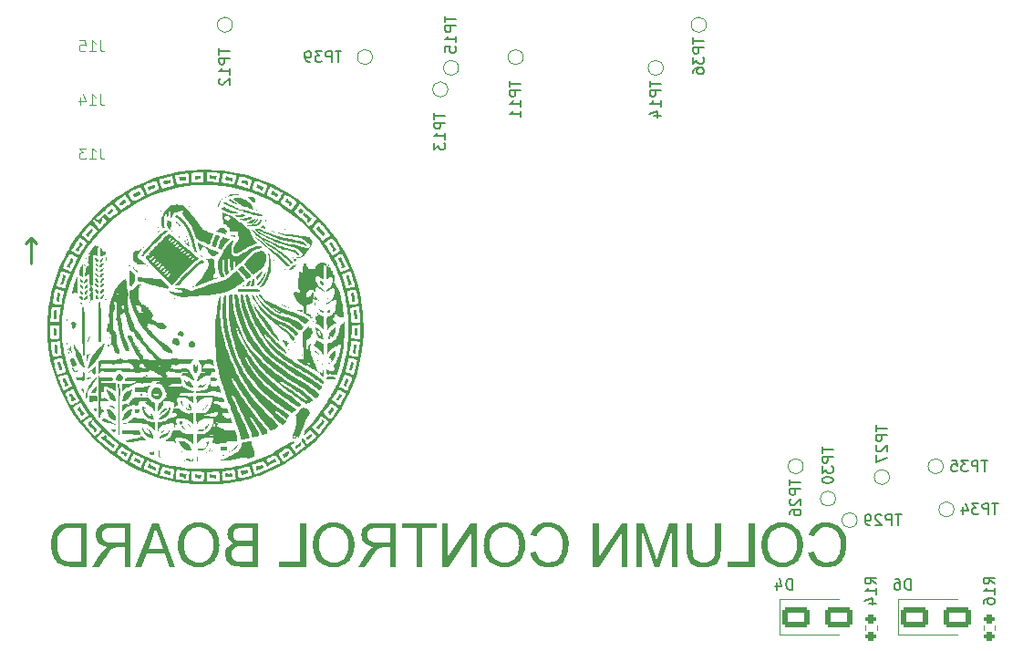
<source format=gbo>
%TF.GenerationSoftware,KiCad,Pcbnew,8.0.2*%
%TF.CreationDate,2024-12-26T16:42:43-05:00*%
%TF.ProjectId,Column Controller,436f6c75-6d6e-4204-936f-6e74726f6c6c,rev?*%
%TF.SameCoordinates,Original*%
%TF.FileFunction,Legend,Bot*%
%TF.FilePolarity,Positive*%
%FSLAX46Y46*%
G04 Gerber Fmt 4.6, Leading zero omitted, Abs format (unit mm)*
G04 Created by KiCad (PCBNEW 8.0.2) date 2024-12-26 16:42:43*
%MOMM*%
%LPD*%
G01*
G04 APERTURE LIST*
G04 Aperture macros list*
%AMRoundRect*
0 Rectangle with rounded corners*
0 $1 Rounding radius*
0 $2 $3 $4 $5 $6 $7 $8 $9 X,Y pos of 4 corners*
0 Add a 4 corners polygon primitive as box body*
4,1,4,$2,$3,$4,$5,$6,$7,$8,$9,$2,$3,0*
0 Add four circle primitives for the rounded corners*
1,1,$1+$1,$2,$3*
1,1,$1+$1,$4,$5*
1,1,$1+$1,$6,$7*
1,1,$1+$1,$8,$9*
0 Add four rect primitives between the rounded corners*
20,1,$1+$1,$2,$3,$4,$5,0*
20,1,$1+$1,$4,$5,$6,$7,0*
20,1,$1+$1,$6,$7,$8,$9,0*
20,1,$1+$1,$8,$9,$2,$3,0*%
G04 Aperture macros list end*
%ADD10C,0.250000*%
%ADD11C,0.100000*%
%ADD12C,0.150000*%
%ADD13C,0.120000*%
%ADD14C,0.000000*%
%ADD15C,3.200000*%
%ADD16R,2.000000X2.000000*%
%ADD17C,2.000000*%
%ADD18R,1.600000X1.600000*%
%ADD19C,1.600000*%
%ADD20C,1.200000*%
%ADD21RoundRect,0.250000X-0.600000X-0.725000X0.600000X-0.725000X0.600000X0.725000X-0.600000X0.725000X0*%
%ADD22O,1.700000X1.950000*%
%ADD23RoundRect,0.250000X-0.725000X0.600000X-0.725000X-0.600000X0.725000X-0.600000X0.725000X0.600000X0*%
%ADD24O,1.950000X1.700000*%
%ADD25C,1.000000*%
%ADD26RoundRect,0.250000X-1.000000X-0.650000X1.000000X-0.650000X1.000000X0.650000X-1.000000X0.650000X0*%
%ADD27RoundRect,0.200000X-0.275000X0.200000X-0.275000X-0.200000X0.275000X-0.200000X0.275000X0.200000X0*%
G04 APERTURE END LIST*
D10*
X84500000Y-108300000D02*
X85000000Y-107800000D01*
X85000000Y-107800000D02*
X85000000Y-110200000D01*
X85500000Y-108300000D02*
X85000000Y-107800000D01*
D11*
G36*
X157691974Y-136881898D02*
G01*
X157158548Y-137016720D01*
X157217596Y-137217209D01*
X157289714Y-137402242D01*
X157393510Y-137603879D01*
X157516127Y-137783261D01*
X157657567Y-137940385D01*
X157762316Y-138032770D01*
X157932183Y-138151632D01*
X158115720Y-138245902D01*
X158312927Y-138315580D01*
X158523804Y-138360666D01*
X158748351Y-138381159D01*
X158826238Y-138382526D01*
X159023937Y-138376014D01*
X159245495Y-138351010D01*
X159449949Y-138307252D01*
X159637299Y-138244741D01*
X159834255Y-138148110D01*
X159886252Y-138115812D01*
X160055185Y-137987719D01*
X160205512Y-137836811D01*
X160337232Y-137663089D01*
X160450346Y-137466554D01*
X160506629Y-137344005D01*
X160579009Y-137151618D01*
X160636413Y-136954010D01*
X160678843Y-136751182D01*
X160706297Y-136543133D01*
X160718777Y-136329863D01*
X160719609Y-136257613D01*
X160711159Y-136025910D01*
X160685812Y-135805611D01*
X160643565Y-135596715D01*
X160584420Y-135399221D01*
X160508377Y-135213131D01*
X160479274Y-135153635D01*
X160364403Y-134958462D01*
X160230085Y-134784981D01*
X160076319Y-134633192D01*
X159903105Y-134503094D01*
X159795394Y-134438492D01*
X159596708Y-134342943D01*
X159389607Y-134270861D01*
X159174091Y-134222249D01*
X158950161Y-134197104D01*
X158818422Y-134193272D01*
X158598409Y-134204229D01*
X158391929Y-134237099D01*
X158198981Y-134291882D01*
X157990978Y-134383491D01*
X157801395Y-134504926D01*
X157632990Y-134653430D01*
X157488520Y-134826243D01*
X157383740Y-134993717D01*
X157296545Y-135179052D01*
X157226936Y-135382247D01*
X157752547Y-135506322D01*
X157819746Y-135321394D01*
X157911428Y-135138670D01*
X158033548Y-134969598D01*
X158158967Y-134851751D01*
X158339019Y-134743559D01*
X158545786Y-134675438D01*
X158754717Y-134648390D01*
X158829169Y-134646587D01*
X159024950Y-134657339D01*
X159230953Y-134695960D01*
X159418028Y-134762669D01*
X159605861Y-134871290D01*
X159766561Y-135009819D01*
X159898048Y-135172614D01*
X160000324Y-135359674D01*
X160044521Y-135474082D01*
X160099659Y-135664652D01*
X160139043Y-135858276D01*
X160162674Y-136054952D01*
X160170551Y-136254682D01*
X160163398Y-136475333D01*
X160141940Y-136683363D01*
X160106177Y-136878769D01*
X160047787Y-137086635D01*
X160021074Y-137160334D01*
X159935528Y-137341135D01*
X159814619Y-137515487D01*
X159667590Y-137659082D01*
X159555059Y-137737725D01*
X159372910Y-137830289D01*
X159182569Y-137892559D01*
X158984037Y-137924536D01*
X158870202Y-137929211D01*
X158655024Y-137912725D01*
X158456943Y-137863265D01*
X158275959Y-137780833D01*
X158112072Y-137665429D01*
X157969312Y-137517540D01*
X157851709Y-137337655D01*
X157769443Y-137154009D01*
X157706438Y-136945866D01*
X157691974Y-136881898D01*
G37*
G36*
X154915116Y-134198287D02*
G01*
X155115884Y-134220574D01*
X155353105Y-134273506D01*
X155575061Y-134354297D01*
X155781751Y-134462947D01*
X155973176Y-134599456D01*
X156149337Y-134763824D01*
X156275503Y-134913071D01*
X156384848Y-135076027D01*
X156477370Y-135252691D01*
X156553070Y-135443063D01*
X156611948Y-135647143D01*
X156654003Y-135864931D01*
X156679237Y-136096428D01*
X156687648Y-136341632D01*
X156679542Y-136539710D01*
X156655225Y-136733871D01*
X156606365Y-136955444D01*
X156535439Y-137171688D01*
X156457083Y-137352798D01*
X156395823Y-137469088D01*
X156272384Y-137657462D01*
X156128282Y-137826576D01*
X155963516Y-137976428D01*
X155778087Y-138107020D01*
X155721564Y-138140382D01*
X155546362Y-138227554D01*
X155362710Y-138295354D01*
X155170610Y-138343783D01*
X154970060Y-138372840D01*
X154761060Y-138382526D01*
X154631016Y-138378618D01*
X154408802Y-138352972D01*
X154193413Y-138303391D01*
X153984850Y-138229874D01*
X153783112Y-138132421D01*
X153646484Y-138048515D01*
X153472114Y-137911732D01*
X153317473Y-137752416D01*
X153182561Y-137570567D01*
X153082623Y-137396762D01*
X153052574Y-137335441D01*
X152974057Y-137145436D01*
X152912989Y-136946362D01*
X152869369Y-136738222D01*
X152843197Y-136521014D01*
X152834473Y-136294738D01*
X152834521Y-136290830D01*
X153384508Y-136290830D01*
X153394001Y-136527259D01*
X153422480Y-136746228D01*
X153469945Y-136947738D01*
X153536396Y-137131789D01*
X153641199Y-137329602D01*
X153773342Y-137502274D01*
X153822778Y-137553974D01*
X153981071Y-137689059D01*
X154154338Y-137794126D01*
X154342581Y-137869173D01*
X154545798Y-137914201D01*
X154763991Y-137929211D01*
X154836978Y-137927558D01*
X155046641Y-137902772D01*
X155242360Y-137848241D01*
X155424134Y-137763965D01*
X155591963Y-137649946D01*
X155745847Y-137506182D01*
X155858710Y-137366377D01*
X155968894Y-137178524D01*
X156051532Y-136968757D01*
X156099355Y-136777213D01*
X156128048Y-136570451D01*
X156137613Y-136348471D01*
X156136022Y-136235852D01*
X156123290Y-136022934D01*
X156097828Y-135826440D01*
X156048097Y-135603922D01*
X155978473Y-135407068D01*
X155868667Y-135204720D01*
X155730216Y-135039330D01*
X155678551Y-134991771D01*
X155516137Y-134867505D01*
X155342595Y-134770853D01*
X155157924Y-134701816D01*
X154962126Y-134660394D01*
X154755198Y-134646587D01*
X154632824Y-134651572D01*
X154422047Y-134685670D01*
X154223481Y-134752070D01*
X154037124Y-134850774D01*
X153922384Y-134932851D01*
X153770623Y-135077992D01*
X153643283Y-135249562D01*
X153550593Y-135424256D01*
X153530481Y-135471033D01*
X153463009Y-135667984D01*
X153416297Y-135880689D01*
X153392455Y-136079729D01*
X153384508Y-136290830D01*
X152834521Y-136290830D01*
X152835392Y-136219282D01*
X152849188Y-135998960D01*
X152879539Y-135787705D01*
X152926445Y-135585518D01*
X152989906Y-135392398D01*
X153069923Y-135208346D01*
X153131884Y-135091735D01*
X153256405Y-134903608D01*
X153401402Y-134735770D01*
X153566876Y-134588222D01*
X153752826Y-134460963D01*
X153953869Y-134356657D01*
X154165478Y-134277971D01*
X154355266Y-134230916D01*
X154552816Y-134202683D01*
X154758129Y-134193272D01*
X154915116Y-134198287D01*
G37*
G36*
X152193579Y-138320000D02*
G01*
X152193579Y-134255799D01*
X151660153Y-134255799D01*
X151660153Y-137851053D01*
X149676901Y-137851053D01*
X149676901Y-138320000D01*
X152193579Y-138320000D01*
G37*
G36*
X146413817Y-134255799D02*
G01*
X145880390Y-134255799D01*
X145880390Y-136600530D01*
X145885233Y-136821012D01*
X145899762Y-137023772D01*
X145928954Y-137237925D01*
X145978459Y-137453134D01*
X146018143Y-137571639D01*
X146113095Y-137763285D01*
X146242976Y-137933756D01*
X146387751Y-138067510D01*
X146514445Y-138156845D01*
X146707702Y-138255580D01*
X146899743Y-138318833D01*
X147113195Y-138360487D01*
X147313195Y-138378999D01*
X147455268Y-138382526D01*
X147660180Y-138375622D01*
X147881012Y-138350117D01*
X148082209Y-138305818D01*
X148288106Y-138232179D01*
X148381437Y-138186154D01*
X148548377Y-138076978D01*
X148705530Y-137927879D01*
X148830226Y-137750959D01*
X148895324Y-137617557D01*
X148962430Y-137414408D01*
X149005419Y-137208703D01*
X149030584Y-137011622D01*
X149044964Y-136795376D01*
X149048709Y-136600530D01*
X149048709Y-134255799D01*
X148516259Y-134255799D01*
X148516259Y-136607369D01*
X148511584Y-136826137D01*
X148494792Y-137043528D01*
X148461304Y-137246491D01*
X148418562Y-137389923D01*
X148325643Y-137562160D01*
X148180640Y-137712471D01*
X148083461Y-137777780D01*
X147889975Y-137860533D01*
X147686785Y-137902837D01*
X147502163Y-137913579D01*
X147293495Y-137904100D01*
X147080090Y-137869078D01*
X146875812Y-137797453D01*
X146696505Y-137676588D01*
X146663921Y-137643935D01*
X146554501Y-137478033D01*
X146484403Y-137281879D01*
X146443370Y-137075867D01*
X146422609Y-136877482D01*
X146414061Y-136654816D01*
X146413817Y-136607369D01*
X146413817Y-134255799D01*
G37*
G36*
X145032379Y-138320000D02*
G01*
X145032379Y-134255799D01*
X144230286Y-134255799D01*
X143276762Y-137137864D01*
X143215273Y-137326481D01*
X143150950Y-137526703D01*
X143092148Y-137714831D01*
X143084298Y-137740655D01*
X143022154Y-137544925D01*
X142953785Y-137336899D01*
X142888236Y-137141077D01*
X142870341Y-137088039D01*
X141906071Y-134255799D01*
X141188974Y-134255799D01*
X141188974Y-138320000D01*
X141702861Y-138320000D01*
X141702861Y-134912323D01*
X142873272Y-138320000D01*
X143353942Y-138320000D01*
X144519469Y-134854682D01*
X144519469Y-138320000D01*
X145032379Y-138320000D01*
G37*
G36*
X140359525Y-138320000D02*
G01*
X140359525Y-134255799D01*
X139813398Y-134255799D01*
X137697278Y-137446587D01*
X137697278Y-134255799D01*
X137186322Y-134255799D01*
X137186322Y-138320000D01*
X137732449Y-138320000D01*
X139848569Y-135126280D01*
X139848569Y-138320000D01*
X140359525Y-138320000D01*
G37*
G36*
X131884298Y-136881898D02*
G01*
X131350872Y-137016720D01*
X131409919Y-137217209D01*
X131482038Y-137402242D01*
X131585833Y-137603879D01*
X131708451Y-137783261D01*
X131849890Y-137940385D01*
X131954640Y-138032770D01*
X132124507Y-138151632D01*
X132308044Y-138245902D01*
X132505251Y-138315580D01*
X132716128Y-138360666D01*
X132940675Y-138381159D01*
X133018562Y-138382526D01*
X133216260Y-138376014D01*
X133437819Y-138351010D01*
X133642273Y-138307252D01*
X133829623Y-138244741D01*
X134026579Y-138148110D01*
X134078576Y-138115812D01*
X134247509Y-137987719D01*
X134397836Y-137836811D01*
X134529556Y-137663089D01*
X134642670Y-137466554D01*
X134698953Y-137344005D01*
X134771333Y-137151618D01*
X134828737Y-136954010D01*
X134871167Y-136751182D01*
X134898621Y-136543133D01*
X134911101Y-136329863D01*
X134911933Y-136257613D01*
X134903483Y-136025910D01*
X134878135Y-135805611D01*
X134835889Y-135596715D01*
X134776744Y-135399221D01*
X134700701Y-135213131D01*
X134671598Y-135153635D01*
X134556727Y-134958462D01*
X134422409Y-134784981D01*
X134268643Y-134633192D01*
X134095429Y-134503094D01*
X133987718Y-134438492D01*
X133789032Y-134342943D01*
X133581931Y-134270861D01*
X133366415Y-134222249D01*
X133142485Y-134197104D01*
X133010746Y-134193272D01*
X132790733Y-134204229D01*
X132584252Y-134237099D01*
X132391304Y-134291882D01*
X132183302Y-134383491D01*
X131993719Y-134504926D01*
X131825314Y-134653430D01*
X131680844Y-134826243D01*
X131576064Y-134993717D01*
X131488869Y-135179052D01*
X131419260Y-135382247D01*
X131944870Y-135506322D01*
X132012070Y-135321394D01*
X132103752Y-135138670D01*
X132225872Y-134969598D01*
X132351290Y-134851751D01*
X132531343Y-134743559D01*
X132738110Y-134675438D01*
X132947041Y-134648390D01*
X133021493Y-134646587D01*
X133217274Y-134657339D01*
X133423277Y-134695960D01*
X133610352Y-134762669D01*
X133798185Y-134871290D01*
X133958885Y-135009819D01*
X134090372Y-135172614D01*
X134192648Y-135359674D01*
X134236845Y-135474082D01*
X134291983Y-135664652D01*
X134331367Y-135858276D01*
X134354998Y-136054952D01*
X134362875Y-136254682D01*
X134355722Y-136475333D01*
X134334264Y-136683363D01*
X134298500Y-136878769D01*
X134240111Y-137086635D01*
X134213398Y-137160334D01*
X134127852Y-137341135D01*
X134006943Y-137515487D01*
X133859914Y-137659082D01*
X133747383Y-137737725D01*
X133565234Y-137830289D01*
X133374893Y-137892559D01*
X133176361Y-137924536D01*
X133062526Y-137929211D01*
X132847348Y-137912725D01*
X132649267Y-137863265D01*
X132468283Y-137780833D01*
X132304396Y-137665429D01*
X132161636Y-137517540D01*
X132044033Y-137337655D01*
X131961767Y-137154009D01*
X131898762Y-136945866D01*
X131884298Y-136881898D01*
G37*
G36*
X129107440Y-134198287D02*
G01*
X129308208Y-134220574D01*
X129545429Y-134273506D01*
X129767384Y-134354297D01*
X129974075Y-134462947D01*
X130165500Y-134599456D01*
X130341660Y-134763824D01*
X130467827Y-134913071D01*
X130577172Y-135076027D01*
X130669694Y-135252691D01*
X130745394Y-135443063D01*
X130804272Y-135647143D01*
X130846327Y-135864931D01*
X130871560Y-136096428D01*
X130879972Y-136341632D01*
X130871866Y-136539710D01*
X130847548Y-136733871D01*
X130798688Y-136955444D01*
X130727762Y-137171688D01*
X130649406Y-137352798D01*
X130588147Y-137469088D01*
X130464708Y-137657462D01*
X130320606Y-137826576D01*
X130155840Y-137976428D01*
X129970411Y-138107020D01*
X129913888Y-138140382D01*
X129738686Y-138227554D01*
X129555034Y-138295354D01*
X129362933Y-138343783D01*
X129162383Y-138372840D01*
X128953384Y-138382526D01*
X128823340Y-138378618D01*
X128601126Y-138352972D01*
X128385737Y-138303391D01*
X128177174Y-138229874D01*
X127975436Y-138132421D01*
X127838808Y-138048515D01*
X127664438Y-137911732D01*
X127509797Y-137752416D01*
X127374884Y-137570567D01*
X127274947Y-137396762D01*
X127244898Y-137335441D01*
X127166381Y-137145436D01*
X127105313Y-136946362D01*
X127061693Y-136738222D01*
X127035520Y-136521014D01*
X127026796Y-136294738D01*
X127026844Y-136290830D01*
X127576831Y-136290830D01*
X127586324Y-136527259D01*
X127614803Y-136746228D01*
X127662269Y-136947738D01*
X127728720Y-137131789D01*
X127833523Y-137329602D01*
X127965666Y-137502274D01*
X128015102Y-137553974D01*
X128173394Y-137689059D01*
X128346662Y-137794126D01*
X128534904Y-137869173D01*
X128738122Y-137914201D01*
X128956315Y-137929211D01*
X129029302Y-137927558D01*
X129238965Y-137902772D01*
X129434684Y-137848241D01*
X129616458Y-137763965D01*
X129784287Y-137649946D01*
X129938171Y-137506182D01*
X130051033Y-137366377D01*
X130161217Y-137178524D01*
X130243855Y-136968757D01*
X130291678Y-136777213D01*
X130320372Y-136570451D01*
X130329937Y-136348471D01*
X130328345Y-136235852D01*
X130315614Y-136022934D01*
X130290152Y-135826440D01*
X130240421Y-135603922D01*
X130170797Y-135407068D01*
X130060991Y-135204720D01*
X129922540Y-135039330D01*
X129870875Y-134991771D01*
X129708461Y-134867505D01*
X129534919Y-134770853D01*
X129350248Y-134701816D01*
X129154449Y-134660394D01*
X128947522Y-134646587D01*
X128825148Y-134651572D01*
X128614371Y-134685670D01*
X128415805Y-134752070D01*
X128229448Y-134850774D01*
X128114707Y-134932851D01*
X127962947Y-135077992D01*
X127835607Y-135249562D01*
X127742916Y-135424256D01*
X127722805Y-135471033D01*
X127655332Y-135667984D01*
X127608621Y-135880689D01*
X127584779Y-136079729D01*
X127576831Y-136290830D01*
X127026844Y-136290830D01*
X127027716Y-136219282D01*
X127041512Y-135998960D01*
X127071863Y-135787705D01*
X127118769Y-135585518D01*
X127182230Y-135392398D01*
X127262247Y-135208346D01*
X127324208Y-135091735D01*
X127448729Y-134903608D01*
X127593726Y-134735770D01*
X127759200Y-134588222D01*
X127945150Y-134460963D01*
X128146193Y-134356657D01*
X128357802Y-134277971D01*
X128547590Y-134230916D01*
X128745140Y-134202683D01*
X128950453Y-134193272D01*
X129107440Y-134198287D01*
G37*
G36*
X126369295Y-138320000D02*
G01*
X126369295Y-134255799D01*
X125823168Y-134255799D01*
X123707048Y-137446587D01*
X123707048Y-134255799D01*
X123196092Y-134255799D01*
X123196092Y-138320000D01*
X123742219Y-138320000D01*
X125858339Y-135126280D01*
X125858339Y-138320000D01*
X126369295Y-138320000D01*
G37*
G36*
X121298813Y-138320000D02*
G01*
X121298813Y-134724745D01*
X122625540Y-134724745D01*
X122625540Y-134255799D01*
X119432798Y-134255799D01*
X119432798Y-134724745D01*
X120765387Y-134724745D01*
X120765387Y-138320000D01*
X121298813Y-138320000D01*
G37*
G36*
X118895464Y-138320000D02*
G01*
X118363014Y-138320000D01*
X118363014Y-136522372D01*
X117744591Y-136522372D01*
X117648726Y-136523593D01*
X117447592Y-136541912D01*
X117385860Y-136559986D01*
X117204326Y-136649378D01*
X117068587Y-136764195D01*
X116933705Y-136920000D01*
X116894565Y-136971031D01*
X116773707Y-137138916D01*
X116660397Y-137306331D01*
X116548778Y-137477850D01*
X116016329Y-138320000D01*
X115345150Y-138320000D01*
X116046615Y-137218953D01*
X116085856Y-137159439D01*
X116206258Y-136992127D01*
X116344752Y-136825985D01*
X116488206Y-136680642D01*
X116633904Y-136574697D01*
X116809630Y-136479385D01*
X116703656Y-136462284D01*
X116507628Y-136416694D01*
X116305757Y-136344319D01*
X116110423Y-136236303D01*
X115952826Y-136101297D01*
X115844714Y-135964388D01*
X115744731Y-135769127D01*
X115692707Y-135577397D01*
X115676015Y-135376385D01*
X116224424Y-135376385D01*
X116248037Y-135556790D01*
X116331891Y-135745680D01*
X116464026Y-135891737D01*
X116645498Y-135991877D01*
X116806038Y-136035818D01*
X117004211Y-136061520D01*
X117217027Y-136069057D01*
X118363014Y-136069057D01*
X118363014Y-134709113D01*
X117088066Y-134709113D01*
X117006107Y-134710770D01*
X116808285Y-134731394D01*
X116603427Y-134790317D01*
X116432519Y-134897669D01*
X116341477Y-134997930D01*
X116253687Y-135172595D01*
X116224424Y-135376385D01*
X115676015Y-135376385D01*
X115675366Y-135368569D01*
X115676022Y-135326784D01*
X115698996Y-135124616D01*
X115754791Y-134933706D01*
X115843405Y-134754054D01*
X115958886Y-134596536D01*
X116111481Y-134461395D01*
X116290858Y-134366196D01*
X116491290Y-134307979D01*
X116687905Y-134276929D01*
X116886391Y-134261081D01*
X117109560Y-134255799D01*
X118895464Y-134255799D01*
X118895464Y-138320000D01*
G37*
G36*
X113253148Y-134198287D02*
G01*
X113453916Y-134220574D01*
X113691137Y-134273506D01*
X113913093Y-134354297D01*
X114119783Y-134462947D01*
X114311209Y-134599456D01*
X114487369Y-134763824D01*
X114613535Y-134913071D01*
X114722880Y-135076027D01*
X114815402Y-135252691D01*
X114891102Y-135443063D01*
X114949980Y-135647143D01*
X114992035Y-135864931D01*
X115017269Y-136096428D01*
X115025680Y-136341632D01*
X115017574Y-136539710D01*
X114993257Y-136733871D01*
X114944397Y-136955444D01*
X114873471Y-137171688D01*
X114795115Y-137352798D01*
X114733855Y-137469088D01*
X114610416Y-137657462D01*
X114466314Y-137826576D01*
X114301549Y-137976428D01*
X114116120Y-138107020D01*
X114059596Y-138140382D01*
X113884394Y-138227554D01*
X113700743Y-138295354D01*
X113508642Y-138343783D01*
X113308092Y-138372840D01*
X113099092Y-138382526D01*
X112969048Y-138378618D01*
X112746834Y-138352972D01*
X112531445Y-138303391D01*
X112322882Y-138229874D01*
X112121144Y-138132421D01*
X111984516Y-138048515D01*
X111810146Y-137911732D01*
X111655505Y-137752416D01*
X111520593Y-137570567D01*
X111420655Y-137396762D01*
X111390606Y-137335441D01*
X111312090Y-137145436D01*
X111251021Y-136946362D01*
X111207401Y-136738222D01*
X111181229Y-136521014D01*
X111172505Y-136294738D01*
X111172553Y-136290830D01*
X111722540Y-136290830D01*
X111732033Y-136527259D01*
X111760512Y-136746228D01*
X111807977Y-136947738D01*
X111874428Y-137131789D01*
X111979231Y-137329602D01*
X112111374Y-137502274D01*
X112160811Y-137553974D01*
X112319103Y-137689059D01*
X112492370Y-137794126D01*
X112680613Y-137869173D01*
X112883830Y-137914201D01*
X113102023Y-137929211D01*
X113175010Y-137927558D01*
X113384673Y-137902772D01*
X113580392Y-137848241D01*
X113762166Y-137763965D01*
X113929995Y-137649946D01*
X114083879Y-137506182D01*
X114196742Y-137366377D01*
X114306926Y-137178524D01*
X114389564Y-136968757D01*
X114437387Y-136777213D01*
X114466080Y-136570451D01*
X114475645Y-136348471D01*
X114474054Y-136235852D01*
X114461322Y-136022934D01*
X114435860Y-135826440D01*
X114386129Y-135603922D01*
X114316506Y-135407068D01*
X114206699Y-135204720D01*
X114068248Y-135039330D01*
X114016583Y-134991771D01*
X113854169Y-134867505D01*
X113680627Y-134770853D01*
X113495956Y-134701816D01*
X113300158Y-134660394D01*
X113093230Y-134646587D01*
X112970856Y-134651572D01*
X112760079Y-134685670D01*
X112561513Y-134752070D01*
X112375157Y-134850774D01*
X112260416Y-134932851D01*
X112108655Y-135077992D01*
X111981315Y-135249562D01*
X111888625Y-135424256D01*
X111868513Y-135471033D01*
X111801041Y-135667984D01*
X111754329Y-135880689D01*
X111730487Y-136079729D01*
X111722540Y-136290830D01*
X111172553Y-136290830D01*
X111173424Y-136219282D01*
X111187220Y-135998960D01*
X111217571Y-135787705D01*
X111264477Y-135585518D01*
X111327939Y-135392398D01*
X111407955Y-135208346D01*
X111469916Y-135091735D01*
X111594437Y-134903608D01*
X111739434Y-134735770D01*
X111904908Y-134588222D01*
X112090858Y-134460963D01*
X112291901Y-134356657D01*
X112503510Y-134277971D01*
X112693298Y-134230916D01*
X112890849Y-134202683D01*
X113096161Y-134193272D01*
X113253148Y-134198287D01*
G37*
G36*
X110531612Y-138320000D02*
G01*
X110531612Y-134255799D01*
X109998185Y-134255799D01*
X109998185Y-137851053D01*
X108014933Y-137851053D01*
X108014933Y-138320000D01*
X110531612Y-138320000D01*
G37*
G36*
X106072714Y-138320000D02*
G01*
X104536915Y-138320000D01*
X104489269Y-138319732D01*
X104286477Y-138311918D01*
X104083451Y-138290547D01*
X103887229Y-138251612D01*
X103806381Y-138228361D01*
X103616715Y-138153174D01*
X103445638Y-138048401D01*
X103381685Y-137993859D01*
X103247954Y-137835605D01*
X103150593Y-137665429D01*
X103098447Y-137538850D01*
X103048163Y-137339593D01*
X103031635Y-137132002D01*
X103583391Y-137132002D01*
X103598725Y-137297603D01*
X103663503Y-137484689D01*
X103723218Y-137580926D01*
X103866713Y-137717208D01*
X103986205Y-137778517D01*
X104174459Y-137831514D01*
X104340593Y-137847313D01*
X104536915Y-137851053D01*
X105539288Y-137851053D01*
X105539288Y-136412951D01*
X104608234Y-136412951D01*
X104427067Y-136417348D01*
X104214851Y-136437750D01*
X104019120Y-136483293D01*
X103836427Y-136578548D01*
X103698674Y-136725582D01*
X103691581Y-136736449D01*
X103608722Y-136926409D01*
X103583391Y-137132002D01*
X103031635Y-137132002D01*
X103031402Y-137129071D01*
X103032169Y-137084509D01*
X103059017Y-136873029D01*
X103124218Y-136680439D01*
X103227773Y-136506741D01*
X103266079Y-136458638D01*
X103415219Y-136317893D01*
X103597371Y-136207297D01*
X103789532Y-136133538D01*
X103656847Y-136058250D01*
X103491479Y-135924939D01*
X103366503Y-135767173D01*
X103318693Y-135680780D01*
X103249038Y-135486525D01*
X103232827Y-135344145D01*
X103751430Y-135344145D01*
X103771065Y-135515996D01*
X103854012Y-135696831D01*
X103981995Y-135816755D01*
X104160781Y-135897110D01*
X104262980Y-135919779D01*
X104466810Y-135939426D01*
X104668806Y-135944005D01*
X105539288Y-135944005D01*
X105539288Y-134724745D01*
X104734263Y-134724745D01*
X104533312Y-134728286D01*
X104326946Y-134742674D01*
X104121702Y-134781409D01*
X103990144Y-134843250D01*
X103847173Y-134990481D01*
X103778451Y-135144096D01*
X103751430Y-135344145D01*
X103232827Y-135344145D01*
X103225819Y-135282595D01*
X103238339Y-135128929D01*
X103293980Y-134929810D01*
X103384089Y-134753077D01*
X103494838Y-134607295D01*
X103643990Y-134476907D01*
X103821772Y-134377920D01*
X103952330Y-134330336D01*
X104145882Y-134286329D01*
X104342192Y-134263431D01*
X104561339Y-134255799D01*
X106072714Y-134255799D01*
X106072714Y-138320000D01*
G37*
G36*
X100708836Y-134198287D02*
G01*
X100909603Y-134220574D01*
X101146824Y-134273506D01*
X101368780Y-134354297D01*
X101575471Y-134462947D01*
X101766896Y-134599456D01*
X101943056Y-134763824D01*
X102069223Y-134913071D01*
X102178567Y-135076027D01*
X102271089Y-135252691D01*
X102346789Y-135443063D01*
X102405667Y-135647143D01*
X102447723Y-135864931D01*
X102472956Y-136096428D01*
X102481367Y-136341632D01*
X102473261Y-136539710D01*
X102448944Y-136733871D01*
X102400084Y-136955444D01*
X102329158Y-137171688D01*
X102250802Y-137352798D01*
X102189543Y-137469088D01*
X102066104Y-137657462D01*
X101922002Y-137826576D01*
X101757236Y-137976428D01*
X101571807Y-138107020D01*
X101515284Y-138140382D01*
X101340081Y-138227554D01*
X101156430Y-138295354D01*
X100964329Y-138343783D01*
X100763779Y-138372840D01*
X100554780Y-138382526D01*
X100424736Y-138378618D01*
X100202521Y-138352972D01*
X99987133Y-138303391D01*
X99778569Y-138229874D01*
X99576831Y-138132421D01*
X99440203Y-138048515D01*
X99265834Y-137911732D01*
X99111193Y-137752416D01*
X98976280Y-137570567D01*
X98876343Y-137396762D01*
X98846293Y-137335441D01*
X98767777Y-137145436D01*
X98706709Y-136946362D01*
X98663088Y-136738222D01*
X98636916Y-136521014D01*
X98628192Y-136294738D01*
X98628240Y-136290830D01*
X99178227Y-136290830D01*
X99187720Y-136527259D01*
X99216199Y-136746228D01*
X99263664Y-136947738D01*
X99330116Y-137131789D01*
X99434919Y-137329602D01*
X99567062Y-137502274D01*
X99616498Y-137553974D01*
X99774790Y-137689059D01*
X99948058Y-137794126D01*
X100136300Y-137869173D01*
X100339518Y-137914201D01*
X100557711Y-137929211D01*
X100630697Y-137927558D01*
X100840361Y-137902772D01*
X101036079Y-137848241D01*
X101217853Y-137763965D01*
X101385682Y-137649946D01*
X101539567Y-137506182D01*
X101652429Y-137366377D01*
X101762613Y-137178524D01*
X101845251Y-136968757D01*
X101893074Y-136777213D01*
X101921768Y-136570451D01*
X101931332Y-136348471D01*
X101929741Y-136235852D01*
X101917010Y-136022934D01*
X101891547Y-135826440D01*
X101841816Y-135603922D01*
X101772193Y-135407068D01*
X101662387Y-135204720D01*
X101523935Y-135039330D01*
X101472270Y-134991771D01*
X101309856Y-134867505D01*
X101136314Y-134770853D01*
X100951644Y-134701816D01*
X100755845Y-134660394D01*
X100548918Y-134646587D01*
X100426544Y-134651572D01*
X100215767Y-134685670D01*
X100017200Y-134752070D01*
X99830844Y-134850774D01*
X99716103Y-134932851D01*
X99564342Y-135077992D01*
X99437002Y-135249562D01*
X99344312Y-135424256D01*
X99324200Y-135471033D01*
X99256728Y-135667984D01*
X99210017Y-135880689D01*
X99186174Y-136079729D01*
X99178227Y-136290830D01*
X98628240Y-136290830D01*
X98629112Y-136219282D01*
X98642908Y-135998960D01*
X98673259Y-135787705D01*
X98720165Y-135585518D01*
X98783626Y-135392398D01*
X98863642Y-135208346D01*
X98925604Y-135091735D01*
X99050124Y-134903608D01*
X99195122Y-134735770D01*
X99360595Y-134588222D01*
X99546545Y-134460963D01*
X99747589Y-134356657D01*
X99959197Y-134277971D01*
X100148985Y-134230916D01*
X100346536Y-134202683D01*
X100551849Y-134193272D01*
X100708836Y-134198287D01*
G37*
G36*
X98407397Y-138320000D02*
G01*
X97841730Y-138320000D01*
X97399162Y-137069476D01*
X95714863Y-137069476D01*
X95244940Y-138320000D01*
X94638241Y-138320000D01*
X95322858Y-136631793D01*
X95879972Y-136631793D01*
X97245778Y-136631793D01*
X96803210Y-135448681D01*
X96736898Y-135257316D01*
X96678646Y-135065219D01*
X96628454Y-134872390D01*
X96586322Y-134678827D01*
X96574213Y-134720448D01*
X96510182Y-134925308D01*
X96440161Y-135131541D01*
X96368774Y-135330627D01*
X96300069Y-135515115D01*
X95879972Y-136631793D01*
X95322858Y-136631793D01*
X96286392Y-134255799D01*
X96860851Y-134255799D01*
X98407397Y-138320000D01*
G37*
G36*
X94224982Y-138320000D02*
G01*
X93692533Y-138320000D01*
X93692533Y-136522372D01*
X93074110Y-136522372D01*
X92978244Y-136523593D01*
X92777110Y-136541912D01*
X92715378Y-136559986D01*
X92533845Y-136649378D01*
X92398106Y-136764195D01*
X92263224Y-136920000D01*
X92224084Y-136971031D01*
X92103225Y-137138916D01*
X91989916Y-137306331D01*
X91878297Y-137477850D01*
X91345847Y-138320000D01*
X90674668Y-138320000D01*
X91376133Y-137218953D01*
X91415375Y-137159439D01*
X91535777Y-136992127D01*
X91674270Y-136825985D01*
X91817725Y-136680642D01*
X91963422Y-136574697D01*
X92139148Y-136479385D01*
X92033174Y-136462284D01*
X91837147Y-136416694D01*
X91635275Y-136344319D01*
X91439942Y-136236303D01*
X91282344Y-136101297D01*
X91174232Y-135964388D01*
X91074249Y-135769127D01*
X91022226Y-135577397D01*
X91005533Y-135376385D01*
X91553942Y-135376385D01*
X91577556Y-135556790D01*
X91661409Y-135745680D01*
X91793545Y-135891737D01*
X91975017Y-135991877D01*
X92135556Y-136035818D01*
X92333730Y-136061520D01*
X92546545Y-136069057D01*
X93692533Y-136069057D01*
X93692533Y-134709113D01*
X92417585Y-134709113D01*
X92335625Y-134710770D01*
X92137804Y-134731394D01*
X91932945Y-134790317D01*
X91762037Y-134897669D01*
X91670996Y-134997930D01*
X91583206Y-135172595D01*
X91553942Y-135376385D01*
X91005533Y-135376385D01*
X91004884Y-135368569D01*
X91005541Y-135326784D01*
X91028515Y-135124616D01*
X91084309Y-134933706D01*
X91172923Y-134754054D01*
X91288405Y-134596536D01*
X91440999Y-134461395D01*
X91620376Y-134366196D01*
X91820808Y-134307979D01*
X92017424Y-134276929D01*
X92215909Y-134261081D01*
X92439078Y-134255799D01*
X94224982Y-134255799D01*
X94224982Y-138320000D01*
G37*
G36*
X90193021Y-138320000D02*
G01*
X88739288Y-138320000D01*
X88693942Y-138319729D01*
X88498012Y-138311803D01*
X88295901Y-138290127D01*
X88092533Y-138250635D01*
X87972981Y-138217202D01*
X87786524Y-138145532D01*
X87610886Y-138047424D01*
X87525234Y-137983671D01*
X87374352Y-137839971D01*
X87244521Y-137678129D01*
X87223757Y-137648339D01*
X87118148Y-137467304D01*
X87034762Y-137277481D01*
X86969993Y-137086085D01*
X86918043Y-136876604D01*
X86886139Y-136676386D01*
X86867668Y-136462979D01*
X86862526Y-136265429D01*
X86862670Y-136257613D01*
X87411584Y-136257613D01*
X87415327Y-136426427D01*
X87431966Y-136636445D01*
X87466596Y-136852133D01*
X87518073Y-137046029D01*
X87584071Y-137218518D01*
X87682785Y-137400792D01*
X87813119Y-137563824D01*
X87830330Y-137580680D01*
X87993851Y-137698222D01*
X88174598Y-137775826D01*
X88188932Y-137780455D01*
X88387135Y-137824533D01*
X88589246Y-137845103D01*
X88799860Y-137851053D01*
X89659595Y-137851053D01*
X89659595Y-134724745D01*
X88813538Y-134724745D01*
X88726629Y-134725483D01*
X88517374Y-134734673D01*
X88321083Y-134757565D01*
X88123796Y-134808764D01*
X88050950Y-134841630D01*
X87881125Y-134954917D01*
X87743292Y-135094888D01*
X87619678Y-135270872D01*
X87548959Y-135410342D01*
X87484945Y-135599625D01*
X87440847Y-135817518D01*
X87418899Y-136027055D01*
X87411584Y-136257613D01*
X86862670Y-136257613D01*
X86864999Y-136131523D01*
X86881227Y-135906296D01*
X86912603Y-135692664D01*
X86959126Y-135490625D01*
X87020795Y-135300181D01*
X87109577Y-135098131D01*
X87218632Y-134915010D01*
X87347958Y-134750818D01*
X87497557Y-134605554D01*
X87528484Y-134579687D01*
X87695027Y-134465695D01*
X87881415Y-134377271D01*
X88087648Y-134314417D01*
X88170328Y-134297530D01*
X88368317Y-134272342D01*
X88583705Y-134259462D01*
X88804745Y-134255799D01*
X90193021Y-134255799D01*
X90193021Y-138320000D01*
G37*
X91410401Y-94457419D02*
X91410401Y-95171704D01*
X91410401Y-95171704D02*
X91458020Y-95314561D01*
X91458020Y-95314561D02*
X91553258Y-95409800D01*
X91553258Y-95409800D02*
X91696115Y-95457419D01*
X91696115Y-95457419D02*
X91791353Y-95457419D01*
X90410401Y-95457419D02*
X90981829Y-95457419D01*
X90696115Y-95457419D02*
X90696115Y-94457419D01*
X90696115Y-94457419D02*
X90791353Y-94600276D01*
X90791353Y-94600276D02*
X90886591Y-94695514D01*
X90886591Y-94695514D02*
X90981829Y-94743133D01*
X89553258Y-94790752D02*
X89553258Y-95457419D01*
X89791353Y-94409800D02*
X90029448Y-95124085D01*
X90029448Y-95124085D02*
X89410401Y-95124085D01*
X91410401Y-89457419D02*
X91410401Y-90171704D01*
X91410401Y-90171704D02*
X91458020Y-90314561D01*
X91458020Y-90314561D02*
X91553258Y-90409800D01*
X91553258Y-90409800D02*
X91696115Y-90457419D01*
X91696115Y-90457419D02*
X91791353Y-90457419D01*
X90410401Y-90457419D02*
X90981829Y-90457419D01*
X90696115Y-90457419D02*
X90696115Y-89457419D01*
X90696115Y-89457419D02*
X90791353Y-89600276D01*
X90791353Y-89600276D02*
X90886591Y-89695514D01*
X90886591Y-89695514D02*
X90981829Y-89743133D01*
X89505639Y-89457419D02*
X89981829Y-89457419D01*
X89981829Y-89457419D02*
X90029448Y-89933609D01*
X90029448Y-89933609D02*
X89981829Y-89885990D01*
X89981829Y-89885990D02*
X89886591Y-89838371D01*
X89886591Y-89838371D02*
X89648496Y-89838371D01*
X89648496Y-89838371D02*
X89553258Y-89885990D01*
X89553258Y-89885990D02*
X89505639Y-89933609D01*
X89505639Y-89933609D02*
X89458020Y-90028847D01*
X89458020Y-90028847D02*
X89458020Y-90266942D01*
X89458020Y-90266942D02*
X89505639Y-90362180D01*
X89505639Y-90362180D02*
X89553258Y-90409800D01*
X89553258Y-90409800D02*
X89648496Y-90457419D01*
X89648496Y-90457419D02*
X89886591Y-90457419D01*
X89886591Y-90457419D02*
X89981829Y-90409800D01*
X89981829Y-90409800D02*
X90029448Y-90362180D01*
X91410401Y-99457419D02*
X91410401Y-100171704D01*
X91410401Y-100171704D02*
X91458020Y-100314561D01*
X91458020Y-100314561D02*
X91553258Y-100409800D01*
X91553258Y-100409800D02*
X91696115Y-100457419D01*
X91696115Y-100457419D02*
X91791353Y-100457419D01*
X90410401Y-100457419D02*
X90981829Y-100457419D01*
X90696115Y-100457419D02*
X90696115Y-99457419D01*
X90696115Y-99457419D02*
X90791353Y-99600276D01*
X90791353Y-99600276D02*
X90886591Y-99695514D01*
X90886591Y-99695514D02*
X90981829Y-99743133D01*
X90077067Y-99457419D02*
X89458020Y-99457419D01*
X89458020Y-99457419D02*
X89791353Y-99838371D01*
X89791353Y-99838371D02*
X89648496Y-99838371D01*
X89648496Y-99838371D02*
X89553258Y-99885990D01*
X89553258Y-99885990D02*
X89505639Y-99933609D01*
X89505639Y-99933609D02*
X89458020Y-100028847D01*
X89458020Y-100028847D02*
X89458020Y-100266942D01*
X89458020Y-100266942D02*
X89505639Y-100362180D01*
X89505639Y-100362180D02*
X89553258Y-100409800D01*
X89553258Y-100409800D02*
X89648496Y-100457419D01*
X89648496Y-100457419D02*
X89934210Y-100457419D01*
X89934210Y-100457419D02*
X90029448Y-100409800D01*
X90029448Y-100409800D02*
X90077067Y-100362180D01*
D12*
X122454819Y-96193922D02*
X122454819Y-96765350D01*
X123454819Y-96479636D02*
X122454819Y-96479636D01*
X123454819Y-97098684D02*
X122454819Y-97098684D01*
X122454819Y-97098684D02*
X122454819Y-97479636D01*
X122454819Y-97479636D02*
X122502438Y-97574874D01*
X122502438Y-97574874D02*
X122550057Y-97622493D01*
X122550057Y-97622493D02*
X122645295Y-97670112D01*
X122645295Y-97670112D02*
X122788152Y-97670112D01*
X122788152Y-97670112D02*
X122883390Y-97622493D01*
X122883390Y-97622493D02*
X122931009Y-97574874D01*
X122931009Y-97574874D02*
X122978628Y-97479636D01*
X122978628Y-97479636D02*
X122978628Y-97098684D01*
X123454819Y-98622493D02*
X123454819Y-98051065D01*
X123454819Y-98336779D02*
X122454819Y-98336779D01*
X122454819Y-98336779D02*
X122597676Y-98241541D01*
X122597676Y-98241541D02*
X122692914Y-98146303D01*
X122692914Y-98146303D02*
X122740533Y-98051065D01*
X122454819Y-98955827D02*
X122454819Y-99574874D01*
X122454819Y-99574874D02*
X122835771Y-99241541D01*
X122835771Y-99241541D02*
X122835771Y-99384398D01*
X122835771Y-99384398D02*
X122883390Y-99479636D01*
X122883390Y-99479636D02*
X122931009Y-99527255D01*
X122931009Y-99527255D02*
X123026247Y-99574874D01*
X123026247Y-99574874D02*
X123264342Y-99574874D01*
X123264342Y-99574874D02*
X123359580Y-99527255D01*
X123359580Y-99527255D02*
X123407200Y-99479636D01*
X123407200Y-99479636D02*
X123454819Y-99384398D01*
X123454819Y-99384398D02*
X123454819Y-99098684D01*
X123454819Y-99098684D02*
X123407200Y-99003446D01*
X123407200Y-99003446D02*
X123359580Y-98955827D01*
X155663220Y-140454819D02*
X155663220Y-139454819D01*
X155663220Y-139454819D02*
X155425125Y-139454819D01*
X155425125Y-139454819D02*
X155282268Y-139502438D01*
X155282268Y-139502438D02*
X155187030Y-139597676D01*
X155187030Y-139597676D02*
X155139411Y-139692914D01*
X155139411Y-139692914D02*
X155091792Y-139883390D01*
X155091792Y-139883390D02*
X155091792Y-140026247D01*
X155091792Y-140026247D02*
X155139411Y-140216723D01*
X155139411Y-140216723D02*
X155187030Y-140311961D01*
X155187030Y-140311961D02*
X155282268Y-140407200D01*
X155282268Y-140407200D02*
X155425125Y-140454819D01*
X155425125Y-140454819D02*
X155663220Y-140454819D01*
X154234649Y-139788152D02*
X154234649Y-140454819D01*
X154472744Y-139407200D02*
X154710839Y-140121485D01*
X154710839Y-140121485D02*
X154091792Y-140121485D01*
X166663220Y-140454819D02*
X166663220Y-139454819D01*
X166663220Y-139454819D02*
X166425125Y-139454819D01*
X166425125Y-139454819D02*
X166282268Y-139502438D01*
X166282268Y-139502438D02*
X166187030Y-139597676D01*
X166187030Y-139597676D02*
X166139411Y-139692914D01*
X166139411Y-139692914D02*
X166091792Y-139883390D01*
X166091792Y-139883390D02*
X166091792Y-140026247D01*
X166091792Y-140026247D02*
X166139411Y-140216723D01*
X166139411Y-140216723D02*
X166187030Y-140311961D01*
X166187030Y-140311961D02*
X166282268Y-140407200D01*
X166282268Y-140407200D02*
X166425125Y-140454819D01*
X166425125Y-140454819D02*
X166663220Y-140454819D01*
X165234649Y-139454819D02*
X165425125Y-139454819D01*
X165425125Y-139454819D02*
X165520363Y-139502438D01*
X165520363Y-139502438D02*
X165567982Y-139550057D01*
X165567982Y-139550057D02*
X165663220Y-139692914D01*
X165663220Y-139692914D02*
X165710839Y-139883390D01*
X165710839Y-139883390D02*
X165710839Y-140264342D01*
X165710839Y-140264342D02*
X165663220Y-140359580D01*
X165663220Y-140359580D02*
X165615601Y-140407200D01*
X165615601Y-140407200D02*
X165520363Y-140454819D01*
X165520363Y-140454819D02*
X165329887Y-140454819D01*
X165329887Y-140454819D02*
X165234649Y-140407200D01*
X165234649Y-140407200D02*
X165187030Y-140359580D01*
X165187030Y-140359580D02*
X165139411Y-140264342D01*
X165139411Y-140264342D02*
X165139411Y-140026247D01*
X165139411Y-140026247D02*
X165187030Y-139931009D01*
X165187030Y-139931009D02*
X165234649Y-139883390D01*
X165234649Y-139883390D02*
X165329887Y-139835771D01*
X165329887Y-139835771D02*
X165520363Y-139835771D01*
X165520363Y-139835771D02*
X165615601Y-139883390D01*
X165615601Y-139883390D02*
X165663220Y-139931009D01*
X165663220Y-139931009D02*
X165710839Y-140026247D01*
X129454819Y-93193922D02*
X129454819Y-93765350D01*
X130454819Y-93479636D02*
X129454819Y-93479636D01*
X130454819Y-94098684D02*
X129454819Y-94098684D01*
X129454819Y-94098684D02*
X129454819Y-94479636D01*
X129454819Y-94479636D02*
X129502438Y-94574874D01*
X129502438Y-94574874D02*
X129550057Y-94622493D01*
X129550057Y-94622493D02*
X129645295Y-94670112D01*
X129645295Y-94670112D02*
X129788152Y-94670112D01*
X129788152Y-94670112D02*
X129883390Y-94622493D01*
X129883390Y-94622493D02*
X129931009Y-94574874D01*
X129931009Y-94574874D02*
X129978628Y-94479636D01*
X129978628Y-94479636D02*
X129978628Y-94098684D01*
X130454819Y-95622493D02*
X130454819Y-95051065D01*
X130454819Y-95336779D02*
X129454819Y-95336779D01*
X129454819Y-95336779D02*
X129597676Y-95241541D01*
X129597676Y-95241541D02*
X129692914Y-95146303D01*
X129692914Y-95146303D02*
X129740533Y-95051065D01*
X130454819Y-96574874D02*
X130454819Y-96003446D01*
X130454819Y-96289160D02*
X129454819Y-96289160D01*
X129454819Y-96289160D02*
X129597676Y-96193922D01*
X129597676Y-96193922D02*
X129692914Y-96098684D01*
X129692914Y-96098684D02*
X129740533Y-96003446D01*
X113806077Y-90454819D02*
X113234649Y-90454819D01*
X113520363Y-91454819D02*
X113520363Y-90454819D01*
X112901315Y-91454819D02*
X112901315Y-90454819D01*
X112901315Y-90454819D02*
X112520363Y-90454819D01*
X112520363Y-90454819D02*
X112425125Y-90502438D01*
X112425125Y-90502438D02*
X112377506Y-90550057D01*
X112377506Y-90550057D02*
X112329887Y-90645295D01*
X112329887Y-90645295D02*
X112329887Y-90788152D01*
X112329887Y-90788152D02*
X112377506Y-90883390D01*
X112377506Y-90883390D02*
X112425125Y-90931009D01*
X112425125Y-90931009D02*
X112520363Y-90978628D01*
X112520363Y-90978628D02*
X112901315Y-90978628D01*
X111996553Y-90454819D02*
X111377506Y-90454819D01*
X111377506Y-90454819D02*
X111710839Y-90835771D01*
X111710839Y-90835771D02*
X111567982Y-90835771D01*
X111567982Y-90835771D02*
X111472744Y-90883390D01*
X111472744Y-90883390D02*
X111425125Y-90931009D01*
X111425125Y-90931009D02*
X111377506Y-91026247D01*
X111377506Y-91026247D02*
X111377506Y-91264342D01*
X111377506Y-91264342D02*
X111425125Y-91359580D01*
X111425125Y-91359580D02*
X111472744Y-91407200D01*
X111472744Y-91407200D02*
X111567982Y-91454819D01*
X111567982Y-91454819D02*
X111853696Y-91454819D01*
X111853696Y-91454819D02*
X111948934Y-91407200D01*
X111948934Y-91407200D02*
X111996553Y-91359580D01*
X110901315Y-91454819D02*
X110710839Y-91454819D01*
X110710839Y-91454819D02*
X110615601Y-91407200D01*
X110615601Y-91407200D02*
X110567982Y-91359580D01*
X110567982Y-91359580D02*
X110472744Y-91216723D01*
X110472744Y-91216723D02*
X110425125Y-91026247D01*
X110425125Y-91026247D02*
X110425125Y-90645295D01*
X110425125Y-90645295D02*
X110472744Y-90550057D01*
X110472744Y-90550057D02*
X110520363Y-90502438D01*
X110520363Y-90502438D02*
X110615601Y-90454819D01*
X110615601Y-90454819D02*
X110806077Y-90454819D01*
X110806077Y-90454819D02*
X110901315Y-90502438D01*
X110901315Y-90502438D02*
X110948934Y-90550057D01*
X110948934Y-90550057D02*
X110996553Y-90645295D01*
X110996553Y-90645295D02*
X110996553Y-90883390D01*
X110996553Y-90883390D02*
X110948934Y-90978628D01*
X110948934Y-90978628D02*
X110901315Y-91026247D01*
X110901315Y-91026247D02*
X110806077Y-91073866D01*
X110806077Y-91073866D02*
X110615601Y-91073866D01*
X110615601Y-91073866D02*
X110520363Y-91026247D01*
X110520363Y-91026247D02*
X110472744Y-90978628D01*
X110472744Y-90978628D02*
X110425125Y-90883390D01*
X163454819Y-125193922D02*
X163454819Y-125765350D01*
X164454819Y-125479636D02*
X163454819Y-125479636D01*
X164454819Y-126098684D02*
X163454819Y-126098684D01*
X163454819Y-126098684D02*
X163454819Y-126479636D01*
X163454819Y-126479636D02*
X163502438Y-126574874D01*
X163502438Y-126574874D02*
X163550057Y-126622493D01*
X163550057Y-126622493D02*
X163645295Y-126670112D01*
X163645295Y-126670112D02*
X163788152Y-126670112D01*
X163788152Y-126670112D02*
X163883390Y-126622493D01*
X163883390Y-126622493D02*
X163931009Y-126574874D01*
X163931009Y-126574874D02*
X163978628Y-126479636D01*
X163978628Y-126479636D02*
X163978628Y-126098684D01*
X163550057Y-127051065D02*
X163502438Y-127098684D01*
X163502438Y-127098684D02*
X163454819Y-127193922D01*
X163454819Y-127193922D02*
X163454819Y-127432017D01*
X163454819Y-127432017D02*
X163502438Y-127527255D01*
X163502438Y-127527255D02*
X163550057Y-127574874D01*
X163550057Y-127574874D02*
X163645295Y-127622493D01*
X163645295Y-127622493D02*
X163740533Y-127622493D01*
X163740533Y-127622493D02*
X163883390Y-127574874D01*
X163883390Y-127574874D02*
X164454819Y-127003446D01*
X164454819Y-127003446D02*
X164454819Y-127622493D01*
X163454819Y-127955827D02*
X163454819Y-128622493D01*
X163454819Y-128622493D02*
X164454819Y-128193922D01*
X173806077Y-128454819D02*
X173234649Y-128454819D01*
X173520363Y-129454819D02*
X173520363Y-128454819D01*
X172901315Y-129454819D02*
X172901315Y-128454819D01*
X172901315Y-128454819D02*
X172520363Y-128454819D01*
X172520363Y-128454819D02*
X172425125Y-128502438D01*
X172425125Y-128502438D02*
X172377506Y-128550057D01*
X172377506Y-128550057D02*
X172329887Y-128645295D01*
X172329887Y-128645295D02*
X172329887Y-128788152D01*
X172329887Y-128788152D02*
X172377506Y-128883390D01*
X172377506Y-128883390D02*
X172425125Y-128931009D01*
X172425125Y-128931009D02*
X172520363Y-128978628D01*
X172520363Y-128978628D02*
X172901315Y-128978628D01*
X171996553Y-128454819D02*
X171377506Y-128454819D01*
X171377506Y-128454819D02*
X171710839Y-128835771D01*
X171710839Y-128835771D02*
X171567982Y-128835771D01*
X171567982Y-128835771D02*
X171472744Y-128883390D01*
X171472744Y-128883390D02*
X171425125Y-128931009D01*
X171425125Y-128931009D02*
X171377506Y-129026247D01*
X171377506Y-129026247D02*
X171377506Y-129264342D01*
X171377506Y-129264342D02*
X171425125Y-129359580D01*
X171425125Y-129359580D02*
X171472744Y-129407200D01*
X171472744Y-129407200D02*
X171567982Y-129454819D01*
X171567982Y-129454819D02*
X171853696Y-129454819D01*
X171853696Y-129454819D02*
X171948934Y-129407200D01*
X171948934Y-129407200D02*
X171996553Y-129359580D01*
X170472744Y-128454819D02*
X170948934Y-128454819D01*
X170948934Y-128454819D02*
X170996553Y-128931009D01*
X170996553Y-128931009D02*
X170948934Y-128883390D01*
X170948934Y-128883390D02*
X170853696Y-128835771D01*
X170853696Y-128835771D02*
X170615601Y-128835771D01*
X170615601Y-128835771D02*
X170520363Y-128883390D01*
X170520363Y-128883390D02*
X170472744Y-128931009D01*
X170472744Y-128931009D02*
X170425125Y-129026247D01*
X170425125Y-129026247D02*
X170425125Y-129264342D01*
X170425125Y-129264342D02*
X170472744Y-129359580D01*
X170472744Y-129359580D02*
X170520363Y-129407200D01*
X170520363Y-129407200D02*
X170615601Y-129454819D01*
X170615601Y-129454819D02*
X170853696Y-129454819D01*
X170853696Y-129454819D02*
X170948934Y-129407200D01*
X170948934Y-129407200D02*
X170996553Y-129359580D01*
X142454819Y-93193922D02*
X142454819Y-93765350D01*
X143454819Y-93479636D02*
X142454819Y-93479636D01*
X143454819Y-94098684D02*
X142454819Y-94098684D01*
X142454819Y-94098684D02*
X142454819Y-94479636D01*
X142454819Y-94479636D02*
X142502438Y-94574874D01*
X142502438Y-94574874D02*
X142550057Y-94622493D01*
X142550057Y-94622493D02*
X142645295Y-94670112D01*
X142645295Y-94670112D02*
X142788152Y-94670112D01*
X142788152Y-94670112D02*
X142883390Y-94622493D01*
X142883390Y-94622493D02*
X142931009Y-94574874D01*
X142931009Y-94574874D02*
X142978628Y-94479636D01*
X142978628Y-94479636D02*
X142978628Y-94098684D01*
X143454819Y-95622493D02*
X143454819Y-95051065D01*
X143454819Y-95336779D02*
X142454819Y-95336779D01*
X142454819Y-95336779D02*
X142597676Y-95241541D01*
X142597676Y-95241541D02*
X142692914Y-95146303D01*
X142692914Y-95146303D02*
X142740533Y-95051065D01*
X142788152Y-96479636D02*
X143454819Y-96479636D01*
X142407200Y-96241541D02*
X143121485Y-96003446D01*
X143121485Y-96003446D02*
X143121485Y-96622493D01*
X165806077Y-133454819D02*
X165234649Y-133454819D01*
X165520363Y-134454819D02*
X165520363Y-133454819D01*
X164901315Y-134454819D02*
X164901315Y-133454819D01*
X164901315Y-133454819D02*
X164520363Y-133454819D01*
X164520363Y-133454819D02*
X164425125Y-133502438D01*
X164425125Y-133502438D02*
X164377506Y-133550057D01*
X164377506Y-133550057D02*
X164329887Y-133645295D01*
X164329887Y-133645295D02*
X164329887Y-133788152D01*
X164329887Y-133788152D02*
X164377506Y-133883390D01*
X164377506Y-133883390D02*
X164425125Y-133931009D01*
X164425125Y-133931009D02*
X164520363Y-133978628D01*
X164520363Y-133978628D02*
X164901315Y-133978628D01*
X163948934Y-133550057D02*
X163901315Y-133502438D01*
X163901315Y-133502438D02*
X163806077Y-133454819D01*
X163806077Y-133454819D02*
X163567982Y-133454819D01*
X163567982Y-133454819D02*
X163472744Y-133502438D01*
X163472744Y-133502438D02*
X163425125Y-133550057D01*
X163425125Y-133550057D02*
X163377506Y-133645295D01*
X163377506Y-133645295D02*
X163377506Y-133740533D01*
X163377506Y-133740533D02*
X163425125Y-133883390D01*
X163425125Y-133883390D02*
X163996553Y-134454819D01*
X163996553Y-134454819D02*
X163377506Y-134454819D01*
X162901315Y-134454819D02*
X162710839Y-134454819D01*
X162710839Y-134454819D02*
X162615601Y-134407200D01*
X162615601Y-134407200D02*
X162567982Y-134359580D01*
X162567982Y-134359580D02*
X162472744Y-134216723D01*
X162472744Y-134216723D02*
X162425125Y-134026247D01*
X162425125Y-134026247D02*
X162425125Y-133645295D01*
X162425125Y-133645295D02*
X162472744Y-133550057D01*
X162472744Y-133550057D02*
X162520363Y-133502438D01*
X162520363Y-133502438D02*
X162615601Y-133454819D01*
X162615601Y-133454819D02*
X162806077Y-133454819D01*
X162806077Y-133454819D02*
X162901315Y-133502438D01*
X162901315Y-133502438D02*
X162948934Y-133550057D01*
X162948934Y-133550057D02*
X162996553Y-133645295D01*
X162996553Y-133645295D02*
X162996553Y-133883390D01*
X162996553Y-133883390D02*
X162948934Y-133978628D01*
X162948934Y-133978628D02*
X162901315Y-134026247D01*
X162901315Y-134026247D02*
X162806077Y-134073866D01*
X162806077Y-134073866D02*
X162615601Y-134073866D01*
X162615601Y-134073866D02*
X162520363Y-134026247D01*
X162520363Y-134026247D02*
X162472744Y-133978628D01*
X162472744Y-133978628D02*
X162425125Y-133883390D01*
X123454819Y-87193922D02*
X123454819Y-87765350D01*
X124454819Y-87479636D02*
X123454819Y-87479636D01*
X124454819Y-88098684D02*
X123454819Y-88098684D01*
X123454819Y-88098684D02*
X123454819Y-88479636D01*
X123454819Y-88479636D02*
X123502438Y-88574874D01*
X123502438Y-88574874D02*
X123550057Y-88622493D01*
X123550057Y-88622493D02*
X123645295Y-88670112D01*
X123645295Y-88670112D02*
X123788152Y-88670112D01*
X123788152Y-88670112D02*
X123883390Y-88622493D01*
X123883390Y-88622493D02*
X123931009Y-88574874D01*
X123931009Y-88574874D02*
X123978628Y-88479636D01*
X123978628Y-88479636D02*
X123978628Y-88098684D01*
X124454819Y-89622493D02*
X124454819Y-89051065D01*
X124454819Y-89336779D02*
X123454819Y-89336779D01*
X123454819Y-89336779D02*
X123597676Y-89241541D01*
X123597676Y-89241541D02*
X123692914Y-89146303D01*
X123692914Y-89146303D02*
X123740533Y-89051065D01*
X123454819Y-90527255D02*
X123454819Y-90051065D01*
X123454819Y-90051065D02*
X123931009Y-90003446D01*
X123931009Y-90003446D02*
X123883390Y-90051065D01*
X123883390Y-90051065D02*
X123835771Y-90146303D01*
X123835771Y-90146303D02*
X123835771Y-90384398D01*
X123835771Y-90384398D02*
X123883390Y-90479636D01*
X123883390Y-90479636D02*
X123931009Y-90527255D01*
X123931009Y-90527255D02*
X124026247Y-90574874D01*
X124026247Y-90574874D02*
X124264342Y-90574874D01*
X124264342Y-90574874D02*
X124359580Y-90527255D01*
X124359580Y-90527255D02*
X124407200Y-90479636D01*
X124407200Y-90479636D02*
X124454819Y-90384398D01*
X124454819Y-90384398D02*
X124454819Y-90146303D01*
X124454819Y-90146303D02*
X124407200Y-90051065D01*
X124407200Y-90051065D02*
X124359580Y-90003446D01*
X155454819Y-130193922D02*
X155454819Y-130765350D01*
X156454819Y-130479636D02*
X155454819Y-130479636D01*
X156454819Y-131098684D02*
X155454819Y-131098684D01*
X155454819Y-131098684D02*
X155454819Y-131479636D01*
X155454819Y-131479636D02*
X155502438Y-131574874D01*
X155502438Y-131574874D02*
X155550057Y-131622493D01*
X155550057Y-131622493D02*
X155645295Y-131670112D01*
X155645295Y-131670112D02*
X155788152Y-131670112D01*
X155788152Y-131670112D02*
X155883390Y-131622493D01*
X155883390Y-131622493D02*
X155931009Y-131574874D01*
X155931009Y-131574874D02*
X155978628Y-131479636D01*
X155978628Y-131479636D02*
X155978628Y-131098684D01*
X155550057Y-132051065D02*
X155502438Y-132098684D01*
X155502438Y-132098684D02*
X155454819Y-132193922D01*
X155454819Y-132193922D02*
X155454819Y-132432017D01*
X155454819Y-132432017D02*
X155502438Y-132527255D01*
X155502438Y-132527255D02*
X155550057Y-132574874D01*
X155550057Y-132574874D02*
X155645295Y-132622493D01*
X155645295Y-132622493D02*
X155740533Y-132622493D01*
X155740533Y-132622493D02*
X155883390Y-132574874D01*
X155883390Y-132574874D02*
X156454819Y-132003446D01*
X156454819Y-132003446D02*
X156454819Y-132622493D01*
X155454819Y-133479636D02*
X155454819Y-133289160D01*
X155454819Y-133289160D02*
X155502438Y-133193922D01*
X155502438Y-133193922D02*
X155550057Y-133146303D01*
X155550057Y-133146303D02*
X155692914Y-133051065D01*
X155692914Y-133051065D02*
X155883390Y-133003446D01*
X155883390Y-133003446D02*
X156264342Y-133003446D01*
X156264342Y-133003446D02*
X156359580Y-133051065D01*
X156359580Y-133051065D02*
X156407200Y-133098684D01*
X156407200Y-133098684D02*
X156454819Y-133193922D01*
X156454819Y-133193922D02*
X156454819Y-133384398D01*
X156454819Y-133384398D02*
X156407200Y-133479636D01*
X156407200Y-133479636D02*
X156359580Y-133527255D01*
X156359580Y-133527255D02*
X156264342Y-133574874D01*
X156264342Y-133574874D02*
X156026247Y-133574874D01*
X156026247Y-133574874D02*
X155931009Y-133527255D01*
X155931009Y-133527255D02*
X155883390Y-133479636D01*
X155883390Y-133479636D02*
X155835771Y-133384398D01*
X155835771Y-133384398D02*
X155835771Y-133193922D01*
X155835771Y-133193922D02*
X155883390Y-133098684D01*
X155883390Y-133098684D02*
X155931009Y-133051065D01*
X155931009Y-133051065D02*
X156026247Y-133003446D01*
X158454819Y-127193922D02*
X158454819Y-127765350D01*
X159454819Y-127479636D02*
X158454819Y-127479636D01*
X159454819Y-128098684D02*
X158454819Y-128098684D01*
X158454819Y-128098684D02*
X158454819Y-128479636D01*
X158454819Y-128479636D02*
X158502438Y-128574874D01*
X158502438Y-128574874D02*
X158550057Y-128622493D01*
X158550057Y-128622493D02*
X158645295Y-128670112D01*
X158645295Y-128670112D02*
X158788152Y-128670112D01*
X158788152Y-128670112D02*
X158883390Y-128622493D01*
X158883390Y-128622493D02*
X158931009Y-128574874D01*
X158931009Y-128574874D02*
X158978628Y-128479636D01*
X158978628Y-128479636D02*
X158978628Y-128098684D01*
X158454819Y-129003446D02*
X158454819Y-129622493D01*
X158454819Y-129622493D02*
X158835771Y-129289160D01*
X158835771Y-129289160D02*
X158835771Y-129432017D01*
X158835771Y-129432017D02*
X158883390Y-129527255D01*
X158883390Y-129527255D02*
X158931009Y-129574874D01*
X158931009Y-129574874D02*
X159026247Y-129622493D01*
X159026247Y-129622493D02*
X159264342Y-129622493D01*
X159264342Y-129622493D02*
X159359580Y-129574874D01*
X159359580Y-129574874D02*
X159407200Y-129527255D01*
X159407200Y-129527255D02*
X159454819Y-129432017D01*
X159454819Y-129432017D02*
X159454819Y-129146303D01*
X159454819Y-129146303D02*
X159407200Y-129051065D01*
X159407200Y-129051065D02*
X159359580Y-129003446D01*
X158454819Y-130241541D02*
X158454819Y-130336779D01*
X158454819Y-130336779D02*
X158502438Y-130432017D01*
X158502438Y-130432017D02*
X158550057Y-130479636D01*
X158550057Y-130479636D02*
X158645295Y-130527255D01*
X158645295Y-130527255D02*
X158835771Y-130574874D01*
X158835771Y-130574874D02*
X159073866Y-130574874D01*
X159073866Y-130574874D02*
X159264342Y-130527255D01*
X159264342Y-130527255D02*
X159359580Y-130479636D01*
X159359580Y-130479636D02*
X159407200Y-130432017D01*
X159407200Y-130432017D02*
X159454819Y-130336779D01*
X159454819Y-130336779D02*
X159454819Y-130241541D01*
X159454819Y-130241541D02*
X159407200Y-130146303D01*
X159407200Y-130146303D02*
X159359580Y-130098684D01*
X159359580Y-130098684D02*
X159264342Y-130051065D01*
X159264342Y-130051065D02*
X159073866Y-130003446D01*
X159073866Y-130003446D02*
X158835771Y-130003446D01*
X158835771Y-130003446D02*
X158645295Y-130051065D01*
X158645295Y-130051065D02*
X158550057Y-130098684D01*
X158550057Y-130098684D02*
X158502438Y-130146303D01*
X158502438Y-130146303D02*
X158454819Y-130241541D01*
X146454819Y-89193922D02*
X146454819Y-89765350D01*
X147454819Y-89479636D02*
X146454819Y-89479636D01*
X147454819Y-90098684D02*
X146454819Y-90098684D01*
X146454819Y-90098684D02*
X146454819Y-90479636D01*
X146454819Y-90479636D02*
X146502438Y-90574874D01*
X146502438Y-90574874D02*
X146550057Y-90622493D01*
X146550057Y-90622493D02*
X146645295Y-90670112D01*
X146645295Y-90670112D02*
X146788152Y-90670112D01*
X146788152Y-90670112D02*
X146883390Y-90622493D01*
X146883390Y-90622493D02*
X146931009Y-90574874D01*
X146931009Y-90574874D02*
X146978628Y-90479636D01*
X146978628Y-90479636D02*
X146978628Y-90098684D01*
X146454819Y-91003446D02*
X146454819Y-91622493D01*
X146454819Y-91622493D02*
X146835771Y-91289160D01*
X146835771Y-91289160D02*
X146835771Y-91432017D01*
X146835771Y-91432017D02*
X146883390Y-91527255D01*
X146883390Y-91527255D02*
X146931009Y-91574874D01*
X146931009Y-91574874D02*
X147026247Y-91622493D01*
X147026247Y-91622493D02*
X147264342Y-91622493D01*
X147264342Y-91622493D02*
X147359580Y-91574874D01*
X147359580Y-91574874D02*
X147407200Y-91527255D01*
X147407200Y-91527255D02*
X147454819Y-91432017D01*
X147454819Y-91432017D02*
X147454819Y-91146303D01*
X147454819Y-91146303D02*
X147407200Y-91051065D01*
X147407200Y-91051065D02*
X147359580Y-91003446D01*
X146454819Y-92479636D02*
X146454819Y-92289160D01*
X146454819Y-92289160D02*
X146502438Y-92193922D01*
X146502438Y-92193922D02*
X146550057Y-92146303D01*
X146550057Y-92146303D02*
X146692914Y-92051065D01*
X146692914Y-92051065D02*
X146883390Y-92003446D01*
X146883390Y-92003446D02*
X147264342Y-92003446D01*
X147264342Y-92003446D02*
X147359580Y-92051065D01*
X147359580Y-92051065D02*
X147407200Y-92098684D01*
X147407200Y-92098684D02*
X147454819Y-92193922D01*
X147454819Y-92193922D02*
X147454819Y-92384398D01*
X147454819Y-92384398D02*
X147407200Y-92479636D01*
X147407200Y-92479636D02*
X147359580Y-92527255D01*
X147359580Y-92527255D02*
X147264342Y-92574874D01*
X147264342Y-92574874D02*
X147026247Y-92574874D01*
X147026247Y-92574874D02*
X146931009Y-92527255D01*
X146931009Y-92527255D02*
X146883390Y-92479636D01*
X146883390Y-92479636D02*
X146835771Y-92384398D01*
X146835771Y-92384398D02*
X146835771Y-92193922D01*
X146835771Y-92193922D02*
X146883390Y-92098684D01*
X146883390Y-92098684D02*
X146931009Y-92051065D01*
X146931009Y-92051065D02*
X147026247Y-92003446D01*
X174454819Y-139908207D02*
X173978628Y-139574874D01*
X174454819Y-139336779D02*
X173454819Y-139336779D01*
X173454819Y-139336779D02*
X173454819Y-139717731D01*
X173454819Y-139717731D02*
X173502438Y-139812969D01*
X173502438Y-139812969D02*
X173550057Y-139860588D01*
X173550057Y-139860588D02*
X173645295Y-139908207D01*
X173645295Y-139908207D02*
X173788152Y-139908207D01*
X173788152Y-139908207D02*
X173883390Y-139860588D01*
X173883390Y-139860588D02*
X173931009Y-139812969D01*
X173931009Y-139812969D02*
X173978628Y-139717731D01*
X173978628Y-139717731D02*
X173978628Y-139336779D01*
X174454819Y-140860588D02*
X174454819Y-140289160D01*
X174454819Y-140574874D02*
X173454819Y-140574874D01*
X173454819Y-140574874D02*
X173597676Y-140479636D01*
X173597676Y-140479636D02*
X173692914Y-140384398D01*
X173692914Y-140384398D02*
X173740533Y-140289160D01*
X173454819Y-141717731D02*
X173454819Y-141527255D01*
X173454819Y-141527255D02*
X173502438Y-141432017D01*
X173502438Y-141432017D02*
X173550057Y-141384398D01*
X173550057Y-141384398D02*
X173692914Y-141289160D01*
X173692914Y-141289160D02*
X173883390Y-141241541D01*
X173883390Y-141241541D02*
X174264342Y-141241541D01*
X174264342Y-141241541D02*
X174359580Y-141289160D01*
X174359580Y-141289160D02*
X174407200Y-141336779D01*
X174407200Y-141336779D02*
X174454819Y-141432017D01*
X174454819Y-141432017D02*
X174454819Y-141622493D01*
X174454819Y-141622493D02*
X174407200Y-141717731D01*
X174407200Y-141717731D02*
X174359580Y-141765350D01*
X174359580Y-141765350D02*
X174264342Y-141812969D01*
X174264342Y-141812969D02*
X174026247Y-141812969D01*
X174026247Y-141812969D02*
X173931009Y-141765350D01*
X173931009Y-141765350D02*
X173883390Y-141717731D01*
X173883390Y-141717731D02*
X173835771Y-141622493D01*
X173835771Y-141622493D02*
X173835771Y-141432017D01*
X173835771Y-141432017D02*
X173883390Y-141336779D01*
X173883390Y-141336779D02*
X173931009Y-141289160D01*
X173931009Y-141289160D02*
X174026247Y-141241541D01*
X163454819Y-139908207D02*
X162978628Y-139574874D01*
X163454819Y-139336779D02*
X162454819Y-139336779D01*
X162454819Y-139336779D02*
X162454819Y-139717731D01*
X162454819Y-139717731D02*
X162502438Y-139812969D01*
X162502438Y-139812969D02*
X162550057Y-139860588D01*
X162550057Y-139860588D02*
X162645295Y-139908207D01*
X162645295Y-139908207D02*
X162788152Y-139908207D01*
X162788152Y-139908207D02*
X162883390Y-139860588D01*
X162883390Y-139860588D02*
X162931009Y-139812969D01*
X162931009Y-139812969D02*
X162978628Y-139717731D01*
X162978628Y-139717731D02*
X162978628Y-139336779D01*
X163454819Y-140860588D02*
X163454819Y-140289160D01*
X163454819Y-140574874D02*
X162454819Y-140574874D01*
X162454819Y-140574874D02*
X162597676Y-140479636D01*
X162597676Y-140479636D02*
X162692914Y-140384398D01*
X162692914Y-140384398D02*
X162740533Y-140289160D01*
X162788152Y-141717731D02*
X163454819Y-141717731D01*
X162407200Y-141479636D02*
X163121485Y-141241541D01*
X163121485Y-141241541D02*
X163121485Y-141860588D01*
X102454819Y-90193922D02*
X102454819Y-90765350D01*
X103454819Y-90479636D02*
X102454819Y-90479636D01*
X103454819Y-91098684D02*
X102454819Y-91098684D01*
X102454819Y-91098684D02*
X102454819Y-91479636D01*
X102454819Y-91479636D02*
X102502438Y-91574874D01*
X102502438Y-91574874D02*
X102550057Y-91622493D01*
X102550057Y-91622493D02*
X102645295Y-91670112D01*
X102645295Y-91670112D02*
X102788152Y-91670112D01*
X102788152Y-91670112D02*
X102883390Y-91622493D01*
X102883390Y-91622493D02*
X102931009Y-91574874D01*
X102931009Y-91574874D02*
X102978628Y-91479636D01*
X102978628Y-91479636D02*
X102978628Y-91098684D01*
X103454819Y-92622493D02*
X103454819Y-92051065D01*
X103454819Y-92336779D02*
X102454819Y-92336779D01*
X102454819Y-92336779D02*
X102597676Y-92241541D01*
X102597676Y-92241541D02*
X102692914Y-92146303D01*
X102692914Y-92146303D02*
X102740533Y-92051065D01*
X102550057Y-93003446D02*
X102502438Y-93051065D01*
X102502438Y-93051065D02*
X102454819Y-93146303D01*
X102454819Y-93146303D02*
X102454819Y-93384398D01*
X102454819Y-93384398D02*
X102502438Y-93479636D01*
X102502438Y-93479636D02*
X102550057Y-93527255D01*
X102550057Y-93527255D02*
X102645295Y-93574874D01*
X102645295Y-93574874D02*
X102740533Y-93574874D01*
X102740533Y-93574874D02*
X102883390Y-93527255D01*
X102883390Y-93527255D02*
X103454819Y-92955827D01*
X103454819Y-92955827D02*
X103454819Y-93574874D01*
X174806077Y-132454819D02*
X174234649Y-132454819D01*
X174520363Y-133454819D02*
X174520363Y-132454819D01*
X173901315Y-133454819D02*
X173901315Y-132454819D01*
X173901315Y-132454819D02*
X173520363Y-132454819D01*
X173520363Y-132454819D02*
X173425125Y-132502438D01*
X173425125Y-132502438D02*
X173377506Y-132550057D01*
X173377506Y-132550057D02*
X173329887Y-132645295D01*
X173329887Y-132645295D02*
X173329887Y-132788152D01*
X173329887Y-132788152D02*
X173377506Y-132883390D01*
X173377506Y-132883390D02*
X173425125Y-132931009D01*
X173425125Y-132931009D02*
X173520363Y-132978628D01*
X173520363Y-132978628D02*
X173901315Y-132978628D01*
X172996553Y-132454819D02*
X172377506Y-132454819D01*
X172377506Y-132454819D02*
X172710839Y-132835771D01*
X172710839Y-132835771D02*
X172567982Y-132835771D01*
X172567982Y-132835771D02*
X172472744Y-132883390D01*
X172472744Y-132883390D02*
X172425125Y-132931009D01*
X172425125Y-132931009D02*
X172377506Y-133026247D01*
X172377506Y-133026247D02*
X172377506Y-133264342D01*
X172377506Y-133264342D02*
X172425125Y-133359580D01*
X172425125Y-133359580D02*
X172472744Y-133407200D01*
X172472744Y-133407200D02*
X172567982Y-133454819D01*
X172567982Y-133454819D02*
X172853696Y-133454819D01*
X172853696Y-133454819D02*
X172948934Y-133407200D01*
X172948934Y-133407200D02*
X172996553Y-133359580D01*
X171520363Y-132788152D02*
X171520363Y-133454819D01*
X171758458Y-132407200D02*
X171996553Y-133121485D01*
X171996553Y-133121485D02*
X171377506Y-133121485D01*
D13*
%TO.C,TP13*%
X123700000Y-94000000D02*
G75*
G02*
X122300000Y-94000000I-700000J0D01*
G01*
X122300000Y-94000000D02*
G75*
G02*
X123700000Y-94000000I700000J0D01*
G01*
%TO.C,D4*%
X154490000Y-141350000D02*
X154490000Y-144650000D01*
X160000000Y-141350000D02*
X154490000Y-141350000D01*
X160000000Y-144650000D02*
X154490000Y-144650000D01*
%TO.C,D6*%
X165490000Y-141350000D02*
X165490000Y-144650000D01*
X171000000Y-141350000D02*
X165490000Y-141350000D01*
X171000000Y-144650000D02*
X165490000Y-144650000D01*
%TO.C,TP11*%
X130700000Y-91000000D02*
G75*
G02*
X129300000Y-91000000I-700000J0D01*
G01*
X129300000Y-91000000D02*
G75*
G02*
X130700000Y-91000000I700000J0D01*
G01*
%TO.C,TP39*%
X116700000Y-91000000D02*
G75*
G02*
X115300000Y-91000000I-700000J0D01*
G01*
X115300000Y-91000000D02*
G75*
G02*
X116700000Y-91000000I700000J0D01*
G01*
%TO.C,TP27*%
X164700000Y-130000000D02*
G75*
G02*
X163300000Y-130000000I-700000J0D01*
G01*
X163300000Y-130000000D02*
G75*
G02*
X164700000Y-130000000I700000J0D01*
G01*
%TO.C,TP35*%
X169700000Y-129000000D02*
G75*
G02*
X168300000Y-129000000I-700000J0D01*
G01*
X168300000Y-129000000D02*
G75*
G02*
X169700000Y-129000000I700000J0D01*
G01*
%TO.C,TP14*%
X143700000Y-92000000D02*
G75*
G02*
X142300000Y-92000000I-700000J0D01*
G01*
X142300000Y-92000000D02*
G75*
G02*
X143700000Y-92000000I700000J0D01*
G01*
%TO.C,TP29*%
X161700000Y-134000000D02*
G75*
G02*
X160300000Y-134000000I-700000J0D01*
G01*
X160300000Y-134000000D02*
G75*
G02*
X161700000Y-134000000I700000J0D01*
G01*
%TO.C,TP15*%
X124700000Y-92000000D02*
G75*
G02*
X123300000Y-92000000I-700000J0D01*
G01*
X123300000Y-92000000D02*
G75*
G02*
X124700000Y-92000000I700000J0D01*
G01*
%TO.C,TP26*%
X156700000Y-129000000D02*
G75*
G02*
X155300000Y-129000000I-700000J0D01*
G01*
X155300000Y-129000000D02*
G75*
G02*
X156700000Y-129000000I700000J0D01*
G01*
%TO.C,TP30*%
X159700000Y-132000000D02*
G75*
G02*
X158300000Y-132000000I-700000J0D01*
G01*
X158300000Y-132000000D02*
G75*
G02*
X159700000Y-132000000I700000J0D01*
G01*
%TO.C,TP36*%
X147700000Y-88000000D02*
G75*
G02*
X146300000Y-88000000I-700000J0D01*
G01*
X146300000Y-88000000D02*
G75*
G02*
X147700000Y-88000000I700000J0D01*
G01*
%TO.C,R16*%
X173477500Y-144237258D02*
X173477500Y-143762742D01*
X174522500Y-144237258D02*
X174522500Y-143762742D01*
%TO.C,R14*%
X162477500Y-144237258D02*
X162477500Y-143762742D01*
X163522500Y-144237258D02*
X163522500Y-143762742D01*
D14*
%TO.C,G\u002A\u002A\u002A*%
G36*
X99499230Y-123741356D02*
G01*
X99498250Y-123743069D01*
X99498227Y-123740914D01*
X99499230Y-123741356D01*
G37*
G36*
X86231763Y-114034320D02*
G01*
X86214670Y-114051413D01*
X86197577Y-114034320D01*
X86214670Y-114017228D01*
X86231763Y-114034320D01*
G37*
G36*
X86231763Y-118375909D02*
G01*
X86214670Y-118393001D01*
X86197577Y-118375909D01*
X86214670Y-118358816D01*
X86231763Y-118375909D01*
G37*
G36*
X86265949Y-118581023D02*
G01*
X86248856Y-118598116D01*
X86231763Y-118581023D01*
X86248856Y-118563930D01*
X86265949Y-118581023D01*
G37*
G36*
X86402692Y-119298923D02*
G01*
X86385599Y-119316016D01*
X86368506Y-119298923D01*
X86385599Y-119281830D01*
X86402692Y-119298923D01*
G37*
G36*
X86436877Y-112940377D02*
G01*
X86419785Y-112957470D01*
X86402692Y-112940377D01*
X86419785Y-112923284D01*
X86436877Y-112940377D01*
G37*
G36*
X86436877Y-119435666D02*
G01*
X86419785Y-119452759D01*
X86402692Y-119435666D01*
X86419785Y-119418573D01*
X86436877Y-119435666D01*
G37*
G36*
X86471063Y-112769448D02*
G01*
X86453970Y-112786541D01*
X86436877Y-112769448D01*
X86453970Y-112752355D01*
X86471063Y-112769448D01*
G37*
G36*
X86471063Y-119572409D02*
G01*
X86453970Y-119589502D01*
X86436877Y-119572409D01*
X86453970Y-119555316D01*
X86471063Y-119572409D01*
G37*
G36*
X86505249Y-119709152D02*
G01*
X86488156Y-119726245D01*
X86471063Y-119709152D01*
X86488156Y-119692059D01*
X86505249Y-119709152D01*
G37*
G36*
X86573620Y-119948452D02*
G01*
X86556528Y-119965545D01*
X86539435Y-119948452D01*
X86556528Y-119931359D01*
X86573620Y-119948452D01*
G37*
G36*
X88043607Y-108735532D02*
G01*
X88026514Y-108752625D01*
X88009421Y-108735532D01*
X88026514Y-108718439D01*
X88043607Y-108735532D01*
G37*
G36*
X88077793Y-108667160D02*
G01*
X88060700Y-108684253D01*
X88043607Y-108667160D01*
X88060700Y-108650067D01*
X88077793Y-108667160D01*
G37*
G36*
X88658950Y-113384791D02*
G01*
X88641857Y-113401884D01*
X88624764Y-113384791D01*
X88641857Y-113367699D01*
X88658950Y-113384791D01*
G37*
G36*
X88658950Y-117487079D02*
G01*
X88641857Y-117504172D01*
X88624764Y-117487079D01*
X88641857Y-117469987D01*
X88658950Y-117487079D01*
G37*
G36*
X88727322Y-118444280D02*
G01*
X88710229Y-118461373D01*
X88693136Y-118444280D01*
X88710229Y-118427187D01*
X88727322Y-118444280D01*
G37*
G36*
X89342665Y-111333647D02*
G01*
X89325572Y-111350740D01*
X89308479Y-111333647D01*
X89325572Y-111316555D01*
X89342665Y-111333647D01*
G37*
G36*
X89411036Y-119743338D02*
G01*
X89393943Y-119760431D01*
X89376851Y-119743338D01*
X89393943Y-119726245D01*
X89411036Y-119743338D01*
G37*
G36*
X89479408Y-121384253D02*
G01*
X89462315Y-121401346D01*
X89445222Y-121384253D01*
X89462315Y-121367160D01*
X89479408Y-121384253D01*
G37*
G36*
X89855451Y-110102961D02*
G01*
X89838358Y-110120054D01*
X89821265Y-110102961D01*
X89838358Y-110085868D01*
X89855451Y-110102961D01*
G37*
G36*
X89923822Y-110068775D02*
G01*
X89906729Y-110085868D01*
X89889637Y-110068775D01*
X89906729Y-110051682D01*
X89923822Y-110068775D01*
G37*
G36*
X90060565Y-110376447D02*
G01*
X90043472Y-110393540D01*
X90026379Y-110376447D01*
X90043472Y-110359354D01*
X90060565Y-110376447D01*
G37*
G36*
X90128937Y-109692732D02*
G01*
X90111844Y-109709825D01*
X90094751Y-109692732D01*
X90111844Y-109675639D01*
X90128937Y-109692732D01*
G37*
G36*
X90163122Y-109624361D02*
G01*
X90146030Y-109641454D01*
X90128937Y-109624361D01*
X90146030Y-109607268D01*
X90163122Y-109624361D01*
G37*
G36*
X90436608Y-113829206D02*
G01*
X90419515Y-113846299D01*
X90402423Y-113829206D01*
X90419515Y-113812113D01*
X90436608Y-113829206D01*
G37*
G36*
X90812651Y-116940108D02*
G01*
X90795558Y-116957201D01*
X90778466Y-116940108D01*
X90795558Y-116923015D01*
X90812651Y-116940108D01*
G37*
G36*
X90846837Y-117076851D02*
G01*
X90829744Y-117093944D01*
X90812651Y-117076851D01*
X90829744Y-117059758D01*
X90846837Y-117076851D01*
G37*
G36*
X91564737Y-108667160D02*
G01*
X91547645Y-108684253D01*
X91530552Y-108667160D01*
X91547645Y-108650067D01*
X91564737Y-108667160D01*
G37*
G36*
X91872409Y-116666622D02*
G01*
X91855316Y-116683715D01*
X91838223Y-116666622D01*
X91855316Y-116649529D01*
X91872409Y-116666622D01*
G37*
G36*
X92009152Y-116427322D02*
G01*
X91992059Y-116444415D01*
X91974966Y-116427322D01*
X91992059Y-116410229D01*
X92009152Y-116427322D01*
G37*
G36*
X92077523Y-104086272D02*
G01*
X92060431Y-104103365D01*
X92043338Y-104086272D01*
X92060431Y-104069179D01*
X92077523Y-104086272D01*
G37*
G36*
X92077523Y-123264468D02*
G01*
X92060431Y-123281561D01*
X92043338Y-123264468D01*
X92060431Y-123247376D01*
X92077523Y-123264468D01*
G37*
G36*
X92111709Y-123332840D02*
G01*
X92094616Y-123349933D01*
X92077523Y-123332840D01*
X92094616Y-123315747D01*
X92111709Y-123332840D01*
G37*
G36*
X92145895Y-114786407D02*
G01*
X92128802Y-114803499D01*
X92111709Y-114786407D01*
X92128802Y-114769314D01*
X92145895Y-114786407D01*
G37*
G36*
X92282638Y-113692463D02*
G01*
X92265545Y-113709556D01*
X92248452Y-113692463D01*
X92265545Y-113675370D01*
X92282638Y-113692463D01*
G37*
G36*
X92419381Y-116905922D02*
G01*
X92402288Y-116923015D01*
X92385195Y-116905922D01*
X92402288Y-116888829D01*
X92419381Y-116905922D01*
G37*
G36*
X92419381Y-117008479D02*
G01*
X92402288Y-117025572D01*
X92385195Y-117008479D01*
X92402288Y-116991386D01*
X92419381Y-117008479D01*
G37*
G36*
X92487752Y-107368102D02*
G01*
X92470659Y-107385195D01*
X92453567Y-107368102D01*
X92470659Y-107351009D01*
X92487752Y-107368102D01*
G37*
G36*
X92556124Y-123230283D02*
G01*
X92539031Y-123247376D01*
X92521938Y-123230283D01*
X92539031Y-123213190D01*
X92556124Y-123230283D01*
G37*
G36*
X92897981Y-103505114D02*
G01*
X92880888Y-103522207D01*
X92863795Y-103505114D01*
X92880888Y-103488022D01*
X92897981Y-103505114D01*
G37*
G36*
X93513324Y-111675505D02*
G01*
X93496231Y-111692598D01*
X93479139Y-111675505D01*
X93496231Y-111658412D01*
X93513324Y-111675505D01*
G37*
G36*
X93718439Y-116803365D02*
G01*
X93701346Y-116820458D01*
X93684253Y-116803365D01*
X93701346Y-116786272D01*
X93718439Y-116803365D01*
G37*
G36*
X93786810Y-111094347D02*
G01*
X93769717Y-111111440D01*
X93752624Y-111094347D01*
X93769717Y-111077254D01*
X93786810Y-111094347D01*
G37*
G36*
X94094482Y-114376178D02*
G01*
X94077389Y-114393271D01*
X94060296Y-114376178D01*
X94077389Y-114359085D01*
X94094482Y-114376178D01*
G37*
G36*
X94094482Y-116324765D02*
G01*
X94077389Y-116341857D01*
X94060296Y-116324765D01*
X94077389Y-116307672D01*
X94094482Y-116324765D01*
G37*
G36*
X94162853Y-105932302D02*
G01*
X94145760Y-105949394D01*
X94128668Y-105932302D01*
X94145760Y-105915209D01*
X94162853Y-105932302D01*
G37*
G36*
X94162853Y-114512921D02*
G01*
X94145760Y-114530014D01*
X94128668Y-114512921D01*
X94145760Y-114495828D01*
X94162853Y-114512921D01*
G37*
G36*
X94162853Y-117897308D02*
G01*
X94145760Y-117914401D01*
X94128668Y-117897308D01*
X94145760Y-117880215D01*
X94162853Y-117897308D01*
G37*
G36*
X94333782Y-110444818D02*
G01*
X94316689Y-110461911D01*
X94299596Y-110444818D01*
X94316689Y-110427725D01*
X94333782Y-110444818D01*
G37*
G36*
X94709825Y-116153836D02*
G01*
X94692732Y-116170929D01*
X94675639Y-116153836D01*
X94692732Y-116136743D01*
X94709825Y-116153836D01*
G37*
G36*
X94983311Y-124495155D02*
G01*
X94966218Y-124512248D01*
X94949125Y-124495155D01*
X94966218Y-124478062D01*
X94983311Y-124495155D01*
G37*
G36*
X95051682Y-117350337D02*
G01*
X95034589Y-117367429D01*
X95017497Y-117350337D01*
X95034589Y-117333244D01*
X95051682Y-117350337D01*
G37*
G36*
X95120054Y-118239166D02*
G01*
X95102961Y-118256258D01*
X95085868Y-118239166D01*
X95102961Y-118222073D01*
X95120054Y-118239166D01*
G37*
G36*
X95256797Y-118410094D02*
G01*
X95239704Y-118427187D01*
X95222611Y-118410094D01*
X95239704Y-118393001D01*
X95256797Y-118410094D01*
G37*
G36*
X95598654Y-117384522D02*
G01*
X95581561Y-117401615D01*
X95564468Y-117384522D01*
X95581561Y-117367429D01*
X95598654Y-117384522D01*
G37*
G36*
X95735397Y-123811440D02*
G01*
X95718304Y-123828533D01*
X95701211Y-123811440D01*
X95718304Y-123794347D01*
X95735397Y-123811440D01*
G37*
G36*
X95769583Y-108291117D02*
G01*
X95752490Y-108308210D01*
X95735397Y-108291117D01*
X95752490Y-108274024D01*
X95769583Y-108291117D01*
G37*
G36*
X95803768Y-123606326D02*
G01*
X95786676Y-123623419D01*
X95769583Y-123606326D01*
X95786676Y-123589233D01*
X95803768Y-123606326D01*
G37*
G36*
X95803768Y-123879812D02*
G01*
X95786676Y-123896905D01*
X95769583Y-123879812D01*
X95786676Y-123862719D01*
X95803768Y-123879812D01*
G37*
G36*
X95837954Y-122478197D02*
G01*
X95820861Y-122495289D01*
X95803768Y-122478197D01*
X95820861Y-122461104D01*
X95837954Y-122478197D01*
G37*
G36*
X95872140Y-123948183D02*
G01*
X95855047Y-123965276D01*
X95837954Y-123948183D01*
X95855047Y-123931090D01*
X95872140Y-123948183D01*
G37*
G36*
X95906326Y-125725841D02*
G01*
X95889233Y-125742934D01*
X95872140Y-125725841D01*
X95889233Y-125708748D01*
X95906326Y-125725841D01*
G37*
G36*
X96008883Y-105043472D02*
G01*
X95991790Y-105060565D01*
X95974697Y-105043472D01*
X95991790Y-105026380D01*
X96008883Y-105043472D01*
G37*
G36*
X96077254Y-123777254D02*
G01*
X96060161Y-123794347D01*
X96043069Y-123777254D01*
X96060161Y-123760162D01*
X96077254Y-123777254D01*
G37*
G36*
X96248183Y-124050740D02*
G01*
X96231090Y-124067833D01*
X96213997Y-124050740D01*
X96231090Y-124033647D01*
X96248183Y-124050740D01*
G37*
G36*
X96316554Y-117213594D02*
G01*
X96299462Y-117230686D01*
X96282369Y-117213594D01*
X96299462Y-117196501D01*
X96316554Y-117213594D01*
G37*
G36*
X96419112Y-126683042D02*
G01*
X96402019Y-126700135D01*
X96384926Y-126683042D01*
X96402019Y-126665949D01*
X96419112Y-126683042D01*
G37*
G36*
X96829340Y-106821131D02*
G01*
X96812248Y-106838223D01*
X96795155Y-106821131D01*
X96812248Y-106804038D01*
X96829340Y-106821131D01*
G37*
G36*
X96829340Y-107162988D02*
G01*
X96812248Y-107180081D01*
X96795155Y-107162988D01*
X96812248Y-107145895D01*
X96829340Y-107162988D01*
G37*
G36*
X96863526Y-117145222D02*
G01*
X96846433Y-117162315D01*
X96829340Y-117145222D01*
X96846433Y-117128129D01*
X96863526Y-117145222D01*
G37*
G36*
X96897712Y-118786137D02*
G01*
X96880619Y-118803230D01*
X96863526Y-118786137D01*
X96880619Y-118769044D01*
X96897712Y-118786137D01*
G37*
G36*
X97034455Y-117281965D02*
G01*
X97017362Y-117299058D01*
X97000269Y-117281965D01*
X97017362Y-117264872D01*
X97034455Y-117281965D01*
G37*
G36*
X97068641Y-105282773D02*
G01*
X97051548Y-105299865D01*
X97034455Y-105282773D01*
X97051548Y-105265680D01*
X97068641Y-105282773D01*
G37*
G36*
X97410498Y-104804172D02*
G01*
X97393405Y-104821265D01*
X97376312Y-104804172D01*
X97393405Y-104787079D01*
X97410498Y-104804172D01*
G37*
G36*
X97444684Y-128255586D02*
G01*
X97427591Y-128272678D01*
X97410498Y-128255586D01*
X97427591Y-128238493D01*
X97444684Y-128255586D01*
G37*
G36*
X97547241Y-123572140D02*
G01*
X97530148Y-123589233D01*
X97513055Y-123572140D01*
X97530148Y-123555047D01*
X97547241Y-123572140D01*
G37*
G36*
X97581427Y-115914536D02*
G01*
X97564334Y-115931629D01*
X97547241Y-115914536D01*
X97564334Y-115897443D01*
X97581427Y-115914536D01*
G37*
G36*
X97581427Y-116051279D02*
G01*
X97564334Y-116068372D01*
X97547241Y-116051279D01*
X97564334Y-116034186D01*
X97581427Y-116051279D01*
G37*
G36*
X97581427Y-116222207D02*
G01*
X97564334Y-116239300D01*
X97547241Y-116222207D01*
X97564334Y-116205114D01*
X97581427Y-116222207D01*
G37*
G36*
X97854912Y-104530686D02*
G01*
X97837820Y-104547779D01*
X97820727Y-104530686D01*
X97837820Y-104513594D01*
X97854912Y-104530686D01*
G37*
G36*
X98196770Y-113350606D02*
G01*
X98179677Y-113367699D01*
X98162584Y-113350606D01*
X98179677Y-113333513D01*
X98196770Y-113350606D01*
G37*
G36*
X98265141Y-113384791D02*
G01*
X98248048Y-113401884D01*
X98230956Y-113384791D01*
X98248048Y-113367699D01*
X98265141Y-113384791D01*
G37*
G36*
X98333513Y-106205787D02*
G01*
X98316420Y-106222880D01*
X98299327Y-106205787D01*
X98316420Y-106188695D01*
X98333513Y-106205787D01*
G37*
G36*
X98333513Y-113418977D02*
G01*
X98316420Y-113436070D01*
X98299327Y-113418977D01*
X98316420Y-113401884D01*
X98333513Y-113418977D01*
G37*
G36*
X98606999Y-125247241D02*
G01*
X98589906Y-125264334D01*
X98572813Y-125247241D01*
X98589906Y-125230148D01*
X98606999Y-125247241D01*
G37*
G36*
X98743742Y-123435397D02*
G01*
X98726649Y-123452490D01*
X98709556Y-123435397D01*
X98726649Y-123418304D01*
X98743742Y-123435397D01*
G37*
G36*
X99017227Y-107949260D02*
G01*
X99000135Y-107966353D01*
X98983042Y-107949260D01*
X99000135Y-107932167D01*
X99017227Y-107949260D01*
G37*
G36*
X99085599Y-107983446D02*
G01*
X99068506Y-108000538D01*
X99051413Y-107983446D01*
X99068506Y-107966353D01*
X99085599Y-107983446D01*
G37*
G36*
X99188156Y-127708614D02*
G01*
X99171063Y-127725707D01*
X99153970Y-127708614D01*
X99171063Y-127691521D01*
X99188156Y-127708614D01*
G37*
G36*
X99222342Y-116632436D02*
G01*
X99205249Y-116649529D01*
X99188156Y-116632436D01*
X99205249Y-116615343D01*
X99222342Y-116632436D01*
G37*
G36*
X99256528Y-123606326D02*
G01*
X99239435Y-123623419D01*
X99222342Y-123606326D01*
X99239435Y-123589233D01*
X99256528Y-123606326D01*
G37*
G36*
X99290713Y-108086003D02*
G01*
X99273620Y-108103096D01*
X99256528Y-108086003D01*
X99273620Y-108068910D01*
X99290713Y-108086003D01*
G37*
G36*
X99324899Y-107333917D02*
G01*
X99307806Y-107351009D01*
X99290713Y-107333917D01*
X99307806Y-107316824D01*
X99324899Y-107333917D01*
G37*
G36*
X99359085Y-108086003D02*
G01*
X99341992Y-108103096D01*
X99324899Y-108086003D01*
X99341992Y-108068910D01*
X99359085Y-108086003D01*
G37*
G36*
X99495828Y-107744145D02*
G01*
X99478735Y-107761238D01*
X99461642Y-107744145D01*
X99478735Y-107727053D01*
X99495828Y-107744145D01*
G37*
G36*
X99495828Y-108222746D02*
G01*
X99478735Y-108239839D01*
X99461642Y-108222746D01*
X99478735Y-108205653D01*
X99495828Y-108222746D01*
G37*
G36*
X99495828Y-131024630D02*
G01*
X99478735Y-131041723D01*
X99461642Y-131024630D01*
X99478735Y-131007537D01*
X99495828Y-131024630D01*
G37*
G36*
X99530013Y-123127725D02*
G01*
X99512921Y-123144818D01*
X99495828Y-123127725D01*
X99512921Y-123110633D01*
X99530013Y-123127725D01*
G37*
G36*
X99632571Y-104804172D02*
G01*
X99615478Y-104821265D01*
X99598385Y-104804172D01*
X99615478Y-104787079D01*
X99632571Y-104804172D01*
G37*
G36*
X99700942Y-104872544D02*
G01*
X99683849Y-104889637D01*
X99666756Y-104872544D01*
X99683849Y-104855451D01*
X99700942Y-104872544D01*
G37*
G36*
X99837685Y-105009287D02*
G01*
X99820592Y-105026380D01*
X99803499Y-105009287D01*
X99820592Y-104992194D01*
X99837685Y-105009287D01*
G37*
G36*
X99871871Y-104940915D02*
G01*
X99854778Y-104958008D01*
X99837685Y-104940915D01*
X99854778Y-104923822D01*
X99871871Y-104940915D01*
G37*
G36*
X100008614Y-105214401D02*
G01*
X99991521Y-105231494D01*
X99974428Y-105214401D01*
X99991521Y-105197308D01*
X100008614Y-105214401D01*
G37*
G36*
X100111171Y-105351144D02*
G01*
X100094078Y-105368237D01*
X100076985Y-105351144D01*
X100094078Y-105334051D01*
X100111171Y-105351144D01*
G37*
G36*
X100179542Y-105419516D02*
G01*
X100162449Y-105436608D01*
X100145357Y-105419516D01*
X100162449Y-105402423D01*
X100179542Y-105419516D01*
G37*
G36*
X100179542Y-119435666D02*
G01*
X100162449Y-119452759D01*
X100145357Y-119435666D01*
X100162449Y-119418573D01*
X100179542Y-119435666D01*
G37*
G36*
X100350471Y-119435666D02*
G01*
X100333378Y-119452759D01*
X100316285Y-119435666D01*
X100333378Y-119418573D01*
X100350471Y-119435666D01*
G37*
G36*
X100794886Y-123811440D02*
G01*
X100777793Y-123828533D01*
X100760700Y-123811440D01*
X100777793Y-123794347D01*
X100794886Y-123811440D01*
G37*
G36*
X100863257Y-109350875D02*
G01*
X100846164Y-109367968D01*
X100829071Y-109350875D01*
X100846164Y-109333782D01*
X100863257Y-109350875D01*
G37*
G36*
X100897443Y-119845895D02*
G01*
X100880350Y-119862988D01*
X100863257Y-119845895D01*
X100880350Y-119828802D01*
X100897443Y-119845895D01*
G37*
G36*
X100965814Y-106513459D02*
G01*
X100948721Y-106530552D01*
X100931628Y-106513459D01*
X100948721Y-106496366D01*
X100965814Y-106513459D01*
G37*
G36*
X101205114Y-109726918D02*
G01*
X101188021Y-109744011D01*
X101170929Y-109726918D01*
X101188021Y-109709825D01*
X101205114Y-109726918D01*
G37*
G36*
X101239300Y-114068506D02*
G01*
X101222207Y-114085599D01*
X101205114Y-114068506D01*
X101222207Y-114051413D01*
X101239300Y-114068506D01*
G37*
G36*
X101239300Y-117042665D02*
G01*
X101222207Y-117059758D01*
X101205114Y-117042665D01*
X101222207Y-117025572D01*
X101239300Y-117042665D01*
G37*
G36*
X101273486Y-121213324D02*
G01*
X101256393Y-121230417D01*
X101239300Y-121213324D01*
X101256393Y-121196232D01*
X101273486Y-121213324D01*
G37*
G36*
X101478600Y-123127725D02*
G01*
X101461507Y-123144818D01*
X101444414Y-123127725D01*
X101461507Y-123110633D01*
X101478600Y-123127725D01*
G37*
G36*
X101649529Y-121213324D02*
G01*
X101632436Y-121230417D01*
X101615343Y-121213324D01*
X101632436Y-121196232D01*
X101649529Y-121213324D01*
G37*
G36*
X101683715Y-113384791D02*
G01*
X101666622Y-113401884D01*
X101649529Y-113384791D01*
X101666622Y-113367699D01*
X101683715Y-113384791D01*
G37*
G36*
X101683715Y-120666353D02*
G01*
X101666622Y-120683446D01*
X101649529Y-120666353D01*
X101666622Y-120649260D01*
X101683715Y-120666353D01*
G37*
G36*
X101786272Y-127195828D02*
G01*
X101769179Y-127212921D01*
X101752086Y-127195828D01*
X101769179Y-127178735D01*
X101786272Y-127195828D01*
G37*
G36*
X101854643Y-121179139D02*
G01*
X101837550Y-121196232D01*
X101820458Y-121179139D01*
X101837550Y-121162046D01*
X101854643Y-121179139D01*
G37*
G36*
X101957200Y-113384791D02*
G01*
X101940108Y-113401884D01*
X101923015Y-113384791D01*
X101940108Y-113367699D01*
X101957200Y-113384791D01*
G37*
G36*
X101991386Y-113658277D02*
G01*
X101974293Y-113675370D01*
X101957200Y-113658277D01*
X101974293Y-113641184D01*
X101991386Y-113658277D01*
G37*
G36*
X101991386Y-126922342D02*
G01*
X101974293Y-126939435D01*
X101957200Y-126922342D01*
X101974293Y-126905249D01*
X101991386Y-126922342D01*
G37*
G36*
X102128129Y-109726918D02*
G01*
X102111036Y-109744011D01*
X102093943Y-109726918D01*
X102111036Y-109709825D01*
X102128129Y-109726918D01*
G37*
G36*
X102128129Y-109795289D02*
G01*
X102111036Y-109812382D01*
X102093943Y-109795289D01*
X102111036Y-109778197D01*
X102128129Y-109795289D01*
G37*
G36*
X102162315Y-111094347D02*
G01*
X102145222Y-111111440D01*
X102128129Y-111094347D01*
X102145222Y-111077254D01*
X102162315Y-111094347D01*
G37*
G36*
X102196501Y-111162719D02*
G01*
X102179408Y-111179812D01*
X102162315Y-111162719D01*
X102179408Y-111145626D01*
X102196501Y-111162719D01*
G37*
G36*
X102264872Y-109419246D02*
G01*
X102247779Y-109436339D01*
X102230686Y-109419246D01*
X102247779Y-109402153D01*
X102264872Y-109419246D01*
G37*
G36*
X102572544Y-128118843D02*
G01*
X102555451Y-128135935D01*
X102538358Y-128118843D01*
X102555451Y-128101750D01*
X102572544Y-128118843D01*
G37*
G36*
X102606729Y-106684388D02*
G01*
X102589637Y-106701481D01*
X102572544Y-106684388D01*
X102589637Y-106667295D01*
X102606729Y-106684388D01*
G37*
G36*
X102640915Y-128050471D02*
G01*
X102623822Y-128067564D01*
X102606729Y-128050471D01*
X102623822Y-128033378D01*
X102640915Y-128050471D01*
G37*
G36*
X102948587Y-104017900D02*
G01*
X102931494Y-104034993D01*
X102914401Y-104017900D01*
X102931494Y-104000808D01*
X102948587Y-104017900D01*
G37*
G36*
X103222073Y-107333917D02*
G01*
X103204980Y-107351009D01*
X103187887Y-107333917D01*
X103204980Y-107316824D01*
X103222073Y-107333917D01*
G37*
G36*
X103495558Y-107539031D02*
G01*
X103478466Y-107556124D01*
X103461373Y-107539031D01*
X103478466Y-107521938D01*
X103495558Y-107539031D01*
G37*
G36*
X103871602Y-101248856D02*
G01*
X103854509Y-101265949D01*
X103837416Y-101248856D01*
X103854509Y-101231763D01*
X103871602Y-101248856D01*
G37*
G36*
X104076716Y-101283042D02*
G01*
X104059623Y-101300135D01*
X104042530Y-101283042D01*
X104059623Y-101265949D01*
X104076716Y-101283042D01*
G37*
G36*
X104623688Y-105111844D02*
G01*
X104606595Y-105128937D01*
X104589502Y-105111844D01*
X104606595Y-105094751D01*
X104623688Y-105111844D01*
G37*
G36*
X104692059Y-105316958D02*
G01*
X104674966Y-105334051D01*
X104657873Y-105316958D01*
X104674966Y-105299865D01*
X104692059Y-105316958D01*
G37*
G36*
X105922746Y-104667429D02*
G01*
X105905653Y-104684522D01*
X105888560Y-104667429D01*
X105905653Y-104650337D01*
X105922746Y-104667429D01*
G37*
G36*
X106332974Y-105214401D02*
G01*
X106315882Y-105231494D01*
X106298789Y-105214401D01*
X106315882Y-105197308D01*
X106332974Y-105214401D01*
G37*
G36*
X106572275Y-105282773D02*
G01*
X106555182Y-105299865D01*
X106538089Y-105282773D01*
X106555182Y-105265680D01*
X106572275Y-105282773D01*
G37*
G36*
X106709017Y-105351144D02*
G01*
X106691925Y-105368237D01*
X106674832Y-105351144D01*
X106691925Y-105334051D01*
X106709017Y-105351144D01*
G37*
G36*
X106743203Y-105453701D02*
G01*
X106726110Y-105470794D01*
X106709017Y-105453701D01*
X106726110Y-105436608D01*
X106743203Y-105453701D01*
G37*
G36*
X106914132Y-106992059D02*
G01*
X106897039Y-107009152D01*
X106879946Y-106992059D01*
X106897039Y-106974966D01*
X106914132Y-106992059D01*
G37*
G36*
X107085061Y-112017362D02*
G01*
X107067968Y-112034455D01*
X107050875Y-112017362D01*
X107067968Y-112000269D01*
X107085061Y-112017362D01*
G37*
G36*
X107563661Y-107231359D02*
G01*
X107546568Y-107248452D01*
X107529475Y-107231359D01*
X107546568Y-107214267D01*
X107563661Y-107231359D01*
G37*
G36*
X107563661Y-109863661D02*
G01*
X107546568Y-109880754D01*
X107529475Y-109863661D01*
X107546568Y-109846568D01*
X107563661Y-109863661D01*
G37*
G36*
X107939704Y-116427322D02*
G01*
X107922611Y-116444415D01*
X107905518Y-116427322D01*
X107922611Y-116410229D01*
X107939704Y-116427322D01*
G37*
G36*
X108042261Y-113829206D02*
G01*
X108025168Y-113846299D01*
X108008075Y-113829206D01*
X108025168Y-113812113D01*
X108042261Y-113829206D01*
G37*
G36*
X108076447Y-129520458D02*
G01*
X108059354Y-129537551D01*
X108042261Y-129520458D01*
X108059354Y-129503365D01*
X108076447Y-129520458D01*
G37*
G36*
X108144818Y-129486272D02*
G01*
X108127725Y-129503365D01*
X108110633Y-129486272D01*
X108127725Y-129469179D01*
X108144818Y-129486272D01*
G37*
G36*
X108418304Y-110479004D02*
G01*
X108401211Y-110496097D01*
X108384118Y-110479004D01*
X108401211Y-110461911D01*
X108418304Y-110479004D01*
G37*
G36*
X108965276Y-117418708D02*
G01*
X108948183Y-117435801D01*
X108931090Y-117418708D01*
X108948183Y-117401615D01*
X108965276Y-117418708D01*
G37*
G36*
X108965276Y-117760565D02*
G01*
X108948183Y-117777658D01*
X108931090Y-117760565D01*
X108948183Y-117743472D01*
X108965276Y-117760565D01*
G37*
G36*
X109067833Y-114307806D02*
G01*
X109050740Y-114324899D01*
X109033647Y-114307806D01*
X109050740Y-114290713D01*
X109067833Y-114307806D01*
G37*
G36*
X109307133Y-109726918D02*
G01*
X109290040Y-109744011D01*
X109272947Y-109726918D01*
X109290040Y-109709825D01*
X109307133Y-109726918D01*
G37*
G36*
X109478062Y-114444549D02*
G01*
X109460969Y-114461642D01*
X109443876Y-114444549D01*
X109460969Y-114427456D01*
X109478062Y-114444549D01*
G37*
G36*
X110879677Y-115094078D02*
G01*
X110862584Y-115111171D01*
X110845491Y-115094078D01*
X110862584Y-115076985D01*
X110879677Y-115094078D01*
G37*
G36*
X110948048Y-107709960D02*
G01*
X110930956Y-107727053D01*
X110913863Y-107709960D01*
X110930956Y-107692867D01*
X110948048Y-107709960D01*
G37*
G36*
X111153163Y-116837551D02*
G01*
X111136070Y-116854643D01*
X111118977Y-116837551D01*
X111136070Y-116820458D01*
X111153163Y-116837551D01*
G37*
G36*
X111187349Y-115470121D02*
G01*
X111170256Y-115487214D01*
X111153163Y-115470121D01*
X111170256Y-115453028D01*
X111187349Y-115470121D01*
G37*
G36*
X111358277Y-118444280D02*
G01*
X111341184Y-118461373D01*
X111324091Y-118444280D01*
X111341184Y-118427187D01*
X111358277Y-118444280D01*
G37*
G36*
X111495020Y-114581292D02*
G01*
X111477927Y-114598385D01*
X111460834Y-114581292D01*
X111477927Y-114564199D01*
X111495020Y-114581292D01*
G37*
G36*
X111495020Y-115606864D02*
G01*
X111477927Y-115623957D01*
X111460834Y-115606864D01*
X111477927Y-115589771D01*
X111495020Y-115606864D01*
G37*
G36*
X111529206Y-119059623D02*
G01*
X111512113Y-119076716D01*
X111495020Y-119059623D01*
X111512113Y-119042530D01*
X111529206Y-119059623D01*
G37*
G36*
X111700135Y-119811709D02*
G01*
X111683042Y-119828802D01*
X111665949Y-119811709D01*
X111683042Y-119794616D01*
X111700135Y-119811709D01*
G37*
G36*
X111871063Y-118786137D02*
G01*
X111853970Y-118803230D01*
X111836877Y-118786137D01*
X111853970Y-118769044D01*
X111871063Y-118786137D01*
G37*
G36*
X111973620Y-118957066D02*
G01*
X111956528Y-118974159D01*
X111939435Y-118957066D01*
X111956528Y-118939973D01*
X111973620Y-118957066D01*
G37*
G36*
X112007806Y-119059623D02*
G01*
X111990713Y-119076716D01*
X111973620Y-119059623D01*
X111990713Y-119042530D01*
X112007806Y-119059623D01*
G37*
G36*
X112110363Y-114478735D02*
G01*
X112093270Y-114495828D01*
X112076178Y-114478735D01*
X112093270Y-114461642D01*
X112110363Y-114478735D01*
G37*
G36*
X112486406Y-118615209D02*
G01*
X112469314Y-118632302D01*
X112452221Y-118615209D01*
X112469314Y-118598116D01*
X112486406Y-118615209D01*
G37*
G36*
X112486406Y-120016824D02*
G01*
X112469314Y-120033917D01*
X112452221Y-120016824D01*
X112469314Y-119999731D01*
X112486406Y-120016824D01*
G37*
G36*
X112588964Y-110102961D02*
G01*
X112571871Y-110120054D01*
X112554778Y-110102961D01*
X112571871Y-110085868D01*
X112588964Y-110102961D01*
G37*
G36*
X112725707Y-110308075D02*
G01*
X112708614Y-110325168D01*
X112691521Y-110308075D01*
X112708614Y-110290983D01*
X112725707Y-110308075D01*
G37*
G36*
X112794078Y-110444818D02*
G01*
X112776985Y-110461911D01*
X112759892Y-110444818D01*
X112776985Y-110427725D01*
X112794078Y-110444818D01*
G37*
G36*
X112862449Y-114512921D02*
G01*
X112845357Y-114530014D01*
X112828264Y-114512921D01*
X112845357Y-114495828D01*
X112862449Y-114512921D01*
G37*
G36*
X113272678Y-111572948D02*
G01*
X113255585Y-111590040D01*
X113238493Y-111572948D01*
X113255585Y-111555855D01*
X113272678Y-111572948D01*
G37*
G36*
X113341050Y-111743876D02*
G01*
X113323957Y-111760969D01*
X113306864Y-111743876D01*
X113323957Y-111726783D01*
X113341050Y-111743876D01*
G37*
G36*
X113477793Y-115606864D02*
G01*
X113460700Y-115623957D01*
X113443607Y-115606864D01*
X113460700Y-115589771D01*
X113477793Y-115606864D01*
G37*
G36*
X113580350Y-112530148D02*
G01*
X113563257Y-112547241D01*
X113546164Y-112530148D01*
X113563257Y-112513055D01*
X113580350Y-112530148D01*
G37*
G36*
X113580350Y-115606864D02*
G01*
X113563257Y-115623957D01*
X113546164Y-115606864D01*
X113563257Y-115589771D01*
X113580350Y-115606864D01*
G37*
G36*
X113717093Y-115641050D02*
G01*
X113700000Y-115658143D01*
X113682907Y-115641050D01*
X113700000Y-115623957D01*
X113717093Y-115641050D01*
G37*
G36*
X86129206Y-117572544D02*
G01*
X86126739Y-117590642D01*
X86106415Y-117595334D01*
X86102324Y-117590324D01*
X86106415Y-117549753D01*
X86116698Y-117544405D01*
X86129206Y-117572544D01*
G37*
G36*
X86163392Y-117846030D02*
G01*
X86160924Y-117864127D01*
X86140601Y-117868820D01*
X86136510Y-117863810D01*
X86140601Y-117823239D01*
X86150884Y-117817891D01*
X86163392Y-117846030D01*
G37*
G36*
X86334320Y-118974159D02*
G01*
X86331853Y-118992257D01*
X86311530Y-118996949D01*
X86307438Y-118991939D01*
X86311530Y-118951368D01*
X86321812Y-118946020D01*
X86334320Y-118974159D01*
G37*
G36*
X86368506Y-119145088D02*
G01*
X86366039Y-119163185D01*
X86345716Y-119167878D01*
X86341624Y-119162868D01*
X86345716Y-119122297D01*
X86355998Y-119116949D01*
X86368506Y-119145088D01*
G37*
G36*
X88348580Y-117552602D02*
G01*
X88346162Y-117587275D01*
X88330625Y-117597471D01*
X88323850Y-117585376D01*
X88327926Y-117531948D01*
X88340231Y-117516125D01*
X88348580Y-117552602D01*
G37*
G36*
X88351279Y-115145357D02*
G01*
X88348811Y-115163455D01*
X88328488Y-115168147D01*
X88324397Y-115163137D01*
X88328488Y-115122566D01*
X88338771Y-115117218D01*
X88351279Y-115145357D01*
G37*
G36*
X88351279Y-117675101D02*
G01*
X88348811Y-117693199D01*
X88328488Y-117697891D01*
X88324397Y-117692881D01*
X88328488Y-117652311D01*
X88338771Y-117646962D01*
X88351279Y-117675101D01*
G37*
G36*
X88656251Y-117620974D02*
G01*
X88653834Y-117655647D01*
X88638296Y-117665842D01*
X88631522Y-117653748D01*
X88635597Y-117600320D01*
X88647902Y-117584496D01*
X88656251Y-117620974D01*
G37*
G36*
X88658950Y-113504442D02*
G01*
X88656483Y-113522539D01*
X88636160Y-113527232D01*
X88632068Y-113522221D01*
X88636160Y-113481651D01*
X88646442Y-113476303D01*
X88658950Y-113504442D01*
G37*
G36*
X89958008Y-110290983D02*
G01*
X89955541Y-110309080D01*
X89935218Y-110313773D01*
X89931126Y-110308763D01*
X89935218Y-110268192D01*
X89945500Y-110262844D01*
X89958008Y-110290983D01*
G37*
G36*
X90265680Y-120409960D02*
G01*
X90263213Y-120428058D01*
X90242889Y-120432750D01*
X90238798Y-120427740D01*
X90242889Y-120387169D01*
X90253172Y-120381821D01*
X90265680Y-120409960D01*
G37*
G36*
X90470794Y-113743742D02*
G01*
X90468327Y-113761839D01*
X90448004Y-113766532D01*
X90443912Y-113761522D01*
X90448004Y-113720951D01*
X90458286Y-113715603D01*
X90470794Y-113743742D01*
G37*
G36*
X90639024Y-116253544D02*
G01*
X90636607Y-116288218D01*
X90621069Y-116298413D01*
X90614295Y-116286319D01*
X90618370Y-116232890D01*
X90630675Y-116217067D01*
X90639024Y-116253544D01*
G37*
G36*
X90983580Y-108376581D02*
G01*
X90981113Y-108394679D01*
X90960790Y-108399372D01*
X90956698Y-108394361D01*
X90960790Y-108353791D01*
X90971072Y-108348443D01*
X90983580Y-108376581D01*
G37*
G36*
X91040556Y-117789053D02*
G01*
X91045904Y-117799336D01*
X91017766Y-117811844D01*
X90999668Y-117809377D01*
X90994975Y-117789053D01*
X90999986Y-117784962D01*
X91040556Y-117789053D01*
G37*
G36*
X91086137Y-117709287D02*
G01*
X91083670Y-117727385D01*
X91063347Y-117732077D01*
X91059255Y-117727067D01*
X91063347Y-117686496D01*
X91073629Y-117681148D01*
X91086137Y-117709287D01*
G37*
G36*
X91972267Y-110065926D02*
G01*
X91969850Y-110100600D01*
X91954312Y-110110795D01*
X91947538Y-110098701D01*
X91951614Y-110045273D01*
X91963919Y-110029449D01*
X91972267Y-110065926D01*
G37*
G36*
X91974966Y-111248183D02*
G01*
X91972499Y-111266281D01*
X91952176Y-111270974D01*
X91948084Y-111265963D01*
X91952176Y-111225393D01*
X91962458Y-111220044D01*
X91974966Y-111248183D01*
G37*
G36*
X92316824Y-117059758D02*
G01*
X92314357Y-117077856D01*
X92294033Y-117082548D01*
X92289942Y-117077538D01*
X92294033Y-117036967D01*
X92304316Y-117031619D01*
X92316824Y-117059758D01*
G37*
G36*
X92966353Y-115555586D02*
G01*
X92963885Y-115573683D01*
X92943562Y-115578376D01*
X92939471Y-115573366D01*
X92943562Y-115532795D01*
X92953845Y-115527447D01*
X92966353Y-115555586D01*
G37*
G36*
X94402153Y-115384657D02*
G01*
X94399686Y-115402755D01*
X94379363Y-115407447D01*
X94375272Y-115402437D01*
X94379363Y-115361866D01*
X94389645Y-115356518D01*
X94402153Y-115384657D01*
G37*
G36*
X94800987Y-110678421D02*
G01*
X94806335Y-110688703D01*
X94778196Y-110701211D01*
X94760099Y-110698744D01*
X94755406Y-110678421D01*
X94760416Y-110674330D01*
X94800987Y-110678421D01*
G37*
G36*
X94846568Y-114153970D02*
G01*
X94844101Y-114172068D01*
X94823777Y-114176761D01*
X94819686Y-114171750D01*
X94823777Y-114131180D01*
X94834060Y-114125832D01*
X94846568Y-114153970D01*
G37*
G36*
X95085868Y-114906057D02*
G01*
X95083401Y-114924154D01*
X95063078Y-114928847D01*
X95058986Y-114923837D01*
X95063078Y-114883266D01*
X95073360Y-114877918D01*
X95085868Y-114906057D01*
G37*
G36*
X95450516Y-105311261D02*
G01*
X95455864Y-105321543D01*
X95427725Y-105334051D01*
X95409628Y-105331584D01*
X95404935Y-105311261D01*
X95409945Y-105307169D01*
X95450516Y-105311261D01*
G37*
G36*
X95803768Y-122392732D02*
G01*
X95801301Y-122410830D01*
X95780978Y-122415523D01*
X95776887Y-122410512D01*
X95780978Y-122369942D01*
X95791260Y-122364593D01*
X95803768Y-122392732D01*
G37*
G36*
X96461844Y-121344520D02*
G01*
X96467643Y-121356390D01*
X96419112Y-121361762D01*
X96372085Y-121356997D01*
X96376379Y-121344520D01*
X96391854Y-121340004D01*
X96461844Y-121344520D01*
G37*
G36*
X96715388Y-107294033D02*
G01*
X96720736Y-107304316D01*
X96692598Y-107316824D01*
X96674500Y-107314357D01*
X96669807Y-107294033D01*
X96674818Y-107289942D01*
X96715388Y-107294033D01*
G37*
G36*
X96835750Y-115600604D02*
G01*
X96851574Y-115612909D01*
X96815096Y-115621258D01*
X96780423Y-115618841D01*
X96770228Y-115603303D01*
X96782322Y-115596529D01*
X96835750Y-115600604D01*
G37*
G36*
X96817945Y-107225662D02*
G01*
X96823293Y-107235944D01*
X96795155Y-107248452D01*
X96777057Y-107245985D01*
X96772364Y-107225662D01*
X96777375Y-107221570D01*
X96817945Y-107225662D01*
G37*
G36*
X97678586Y-104171736D02*
G01*
X97673821Y-104218763D01*
X97661343Y-104214468D01*
X97656828Y-104198994D01*
X97661343Y-104129004D01*
X97673214Y-104123205D01*
X97678586Y-104171736D01*
G37*
G36*
X98048632Y-104456617D02*
G01*
X98053980Y-104466900D01*
X98025841Y-104479408D01*
X98007743Y-104476941D01*
X98003051Y-104456617D01*
X98008061Y-104452526D01*
X98048632Y-104456617D01*
G37*
G36*
X98322117Y-104388246D02*
G01*
X98327466Y-104398528D01*
X98299327Y-104411036D01*
X98281229Y-104408569D01*
X98276537Y-104388246D01*
X98281547Y-104384155D01*
X98322117Y-104388246D01*
G37*
G36*
X98572813Y-127076178D02*
G01*
X98570346Y-127094276D01*
X98550022Y-127098968D01*
X98545931Y-127093958D01*
X98550022Y-127053387D01*
X98560305Y-127048039D01*
X98572813Y-127076178D01*
G37*
G36*
X98629789Y-107601705D02*
G01*
X98635137Y-107611987D01*
X98606999Y-107624495D01*
X98588901Y-107622028D01*
X98584208Y-107601705D01*
X98589219Y-107597613D01*
X98629789Y-107601705D01*
G37*
G36*
X98880484Y-127520592D02*
G01*
X98878017Y-127538690D01*
X98857694Y-127543383D01*
X98853603Y-127538372D01*
X98857694Y-127497802D01*
X98867976Y-127492454D01*
X98880484Y-127520592D01*
G37*
G36*
X99222342Y-114940242D02*
G01*
X99219875Y-114958340D01*
X99199551Y-114963033D01*
X99195460Y-114958022D01*
X99199551Y-114917452D01*
X99209834Y-114912104D01*
X99222342Y-114940242D01*
G37*
G36*
X99461642Y-104581965D02*
G01*
X99459175Y-104600063D01*
X99438851Y-104604756D01*
X99434760Y-104599745D01*
X99438851Y-104559175D01*
X99449134Y-104553826D01*
X99461642Y-104581965D01*
G37*
G36*
X99792104Y-104935218D02*
G01*
X99797452Y-104945500D01*
X99769314Y-104958008D01*
X99751216Y-104955541D01*
X99746523Y-104935218D01*
X99751534Y-104931126D01*
X99792104Y-104935218D01*
G37*
G36*
X99792104Y-125720144D02*
G01*
X99797452Y-125730426D01*
X99769314Y-125742934D01*
X99751216Y-125740467D01*
X99746523Y-125720144D01*
X99751534Y-125716052D01*
X99792104Y-125720144D01*
G37*
G36*
X100715119Y-123805743D02*
G01*
X100720467Y-123816025D01*
X100692328Y-123828533D01*
X100674231Y-123826066D01*
X100669538Y-123805743D01*
X100674548Y-123801651D01*
X100715119Y-123805743D01*
G37*
G36*
X101307672Y-121093674D02*
G01*
X101305204Y-121111772D01*
X101284881Y-121116465D01*
X101280790Y-121111454D01*
X101284881Y-121070884D01*
X101295164Y-121065536D01*
X101307672Y-121093674D01*
G37*
G36*
X101444414Y-123213190D02*
G01*
X101441947Y-123231288D01*
X101421624Y-123235980D01*
X101417533Y-123230970D01*
X101421624Y-123190399D01*
X101431906Y-123185051D01*
X101444414Y-123213190D01*
G37*
G36*
X101507388Y-122973890D02*
G01*
X101502623Y-123020916D01*
X101490145Y-123016622D01*
X101485630Y-123001148D01*
X101490145Y-122931158D01*
X101502016Y-122925359D01*
X101507388Y-122973890D01*
G37*
G36*
X101829004Y-113379244D02*
G01*
X101834803Y-113391114D01*
X101786272Y-113396487D01*
X101739245Y-113391721D01*
X101743540Y-113379244D01*
X101759014Y-113374729D01*
X101829004Y-113379244D01*
G37*
G36*
X101945805Y-127497802D02*
G01*
X101951153Y-127508084D01*
X101923015Y-127520592D01*
X101904917Y-127518125D01*
X101900224Y-127497802D01*
X101905235Y-127493710D01*
X101945805Y-127497802D01*
G37*
G36*
X101923015Y-127588964D02*
G01*
X101920548Y-127607062D01*
X101900224Y-127611754D01*
X101896133Y-127606744D01*
X101900224Y-127566173D01*
X101910507Y-127560825D01*
X101923015Y-127588964D01*
G37*
G36*
X102321848Y-128181516D02*
G01*
X102327197Y-128191799D01*
X102299058Y-128204307D01*
X102280960Y-128201840D01*
X102276267Y-128181516D01*
X102281278Y-128177425D01*
X102321848Y-128181516D01*
G37*
G36*
X102647325Y-131052556D02*
G01*
X102663148Y-131064861D01*
X102626671Y-131073210D01*
X102591998Y-131070792D01*
X102581802Y-131055255D01*
X102593897Y-131048480D01*
X102647325Y-131052556D01*
G37*
G36*
X103108120Y-127873845D02*
G01*
X103113468Y-127884127D01*
X103085330Y-127896635D01*
X103067232Y-127894168D01*
X103062539Y-127873845D01*
X103067550Y-127869753D01*
X103108120Y-127873845D01*
G37*
G36*
X103415792Y-107533333D02*
G01*
X103421140Y-107543616D01*
X103393001Y-107556124D01*
X103374903Y-107553657D01*
X103370211Y-107533333D01*
X103375221Y-107529242D01*
X103415792Y-107533333D01*
G37*
G36*
X104179273Y-127041992D02*
G01*
X104176806Y-127060090D01*
X104156483Y-127064782D01*
X104152391Y-127059772D01*
X104156483Y-127019201D01*
X104166765Y-127013853D01*
X104179273Y-127041992D01*
G37*
G36*
X104322426Y-101310968D02*
G01*
X104338249Y-101323273D01*
X104301772Y-101331622D01*
X104267099Y-101329204D01*
X104256903Y-101313667D01*
X104268998Y-101306892D01*
X104322426Y-101310968D01*
G37*
G36*
X104459169Y-101345153D02*
G01*
X104474992Y-101357458D01*
X104438515Y-101365807D01*
X104403842Y-101363390D01*
X104393646Y-101347852D01*
X104405741Y-101341078D01*
X104459169Y-101345153D01*
G37*
G36*
X105997527Y-105208141D02*
G01*
X106013350Y-105220446D01*
X105976873Y-105228795D01*
X105942200Y-105226378D01*
X105932004Y-105210840D01*
X105944099Y-105204066D01*
X105997527Y-105208141D01*
G37*
G36*
X106424136Y-105208704D02*
G01*
X106429485Y-105218986D01*
X106401346Y-105231494D01*
X106383248Y-105229027D01*
X106378555Y-105208704D01*
X106383566Y-105204612D01*
X106424136Y-105208704D01*
G37*
G36*
X107312965Y-107123105D02*
G01*
X107318314Y-107133387D01*
X107290175Y-107145895D01*
X107272077Y-107143428D01*
X107267384Y-107123105D01*
X107272395Y-107119013D01*
X107312965Y-107123105D01*
G37*
G36*
X107495289Y-106359623D02*
G01*
X107492822Y-106377721D01*
X107472499Y-106382414D01*
X107468407Y-106377403D01*
X107472499Y-106336833D01*
X107482781Y-106331484D01*
X107495289Y-106359623D01*
G37*
G36*
X107597847Y-109675639D02*
G01*
X107595379Y-109693737D01*
X107575056Y-109698430D01*
X107570965Y-109693419D01*
X107575056Y-109652849D01*
X107585338Y-109647501D01*
X107597847Y-109675639D01*
G37*
G36*
X108099237Y-113891880D02*
G01*
X108104586Y-113902162D01*
X108076447Y-113914670D01*
X108058349Y-113912203D01*
X108053656Y-113891880D01*
X108058667Y-113887788D01*
X108099237Y-113891880D01*
G37*
G36*
X108235980Y-113960251D02*
G01*
X108241328Y-113970534D01*
X108213190Y-113983042D01*
X108195092Y-113980575D01*
X108190399Y-113960251D01*
X108195410Y-113956160D01*
X108235980Y-113960251D01*
G37*
G36*
X108589233Y-110735397D02*
G01*
X108586766Y-110753495D01*
X108566442Y-110758188D01*
X108562351Y-110753177D01*
X108566442Y-110712607D01*
X108576725Y-110707258D01*
X108589233Y-110735397D01*
G37*
G36*
X108612023Y-113550022D02*
G01*
X108617372Y-113560305D01*
X108589233Y-113572813D01*
X108571135Y-113570346D01*
X108566442Y-113550022D01*
X108571453Y-113545931D01*
X108612023Y-113550022D01*
G37*
G36*
X109341319Y-109607268D02*
G01*
X109338852Y-109625366D01*
X109318528Y-109630058D01*
X109314437Y-109625048D01*
X109318528Y-109584477D01*
X109328811Y-109579129D01*
X109341319Y-109607268D01*
G37*
G36*
X110634979Y-114700942D02*
G01*
X110630214Y-114747969D01*
X110617736Y-114743674D01*
X110613221Y-114728200D01*
X110617736Y-114658210D01*
X110629607Y-114652411D01*
X110634979Y-114700942D01*
G37*
G36*
X111255720Y-116923015D02*
G01*
X111253253Y-116941113D01*
X111232930Y-116945805D01*
X111228838Y-116940795D01*
X111232930Y-116900224D01*
X111243212Y-116894876D01*
X111255720Y-116923015D01*
G37*
G36*
X111364687Y-115600604D02*
G01*
X111380510Y-115612909D01*
X111344033Y-115621258D01*
X111309360Y-115618841D01*
X111299164Y-115603303D01*
X111311259Y-115596529D01*
X111364687Y-115600604D01*
G37*
G36*
X111426649Y-114427456D02*
G01*
X111424182Y-114445554D01*
X111403858Y-114450247D01*
X111399767Y-114445236D01*
X111403858Y-114404666D01*
X111414141Y-114399318D01*
X111426649Y-114427456D01*
G37*
G36*
X111492321Y-111570099D02*
G01*
X111489904Y-111604772D01*
X111474366Y-111614968D01*
X111467592Y-111602873D01*
X111471667Y-111549445D01*
X111483972Y-111533621D01*
X111492321Y-111570099D01*
G37*
G36*
X111734320Y-114222342D02*
G01*
X111731853Y-114240440D01*
X111711530Y-114245132D01*
X111707438Y-114240122D01*
X111711530Y-114199551D01*
X111721812Y-114194203D01*
X111734320Y-114222342D01*
G37*
G36*
X111928039Y-118848811D02*
G01*
X111933388Y-118859094D01*
X111905249Y-118871602D01*
X111887151Y-118869135D01*
X111882458Y-118848811D01*
X111887469Y-118844720D01*
X111928039Y-118848811D01*
G37*
G36*
X112041992Y-119213459D02*
G01*
X112039525Y-119231557D01*
X112019201Y-119236249D01*
X112015110Y-119231239D01*
X112019201Y-119190669D01*
X112029484Y-119185320D01*
X112041992Y-119213459D01*
G37*
G36*
X112543383Y-110028892D02*
G01*
X112548731Y-110039174D01*
X112520592Y-110051682D01*
X112502494Y-110049215D01*
X112497802Y-110028892D01*
X112502812Y-110024801D01*
X112543383Y-110028892D01*
G37*
G36*
X112623149Y-119213459D02*
G01*
X112620682Y-119231557D01*
X112600359Y-119236249D01*
X112596267Y-119231239D01*
X112600359Y-119190669D01*
X112610641Y-119185320D01*
X112623149Y-119213459D01*
G37*
G36*
X112925423Y-114359085D02*
G01*
X112920658Y-114406112D01*
X112908180Y-114401817D01*
X112903665Y-114386343D01*
X112908180Y-114316353D01*
X112920051Y-114310554D01*
X112925423Y-114359085D01*
G37*
G36*
X113477793Y-112239569D02*
G01*
X113475326Y-112257667D01*
X113455002Y-112262360D01*
X113450911Y-112257349D01*
X113455002Y-112216779D01*
X113465285Y-112211431D01*
X113477793Y-112239569D01*
G37*
G36*
X113477793Y-112342127D02*
G01*
X113475326Y-112360224D01*
X113455002Y-112364917D01*
X113450911Y-112359907D01*
X113455002Y-112319336D01*
X113465285Y-112313988D01*
X113477793Y-112342127D01*
G37*
G36*
X113543465Y-112424742D02*
G01*
X113541048Y-112459415D01*
X113525510Y-112469611D01*
X113518736Y-112457516D01*
X113522811Y-112404088D01*
X113535116Y-112388265D01*
X113543465Y-112424742D01*
G37*
G36*
X89990263Y-109948588D02*
G01*
X89957018Y-109984646D01*
X89914364Y-110009355D01*
X89894046Y-110009640D01*
X89924508Y-109965392D01*
X89953279Y-109938863D01*
X89987529Y-109933065D01*
X89990263Y-109948588D01*
G37*
G36*
X90730451Y-120541421D02*
G01*
X90719899Y-120556607D01*
X90690984Y-120580888D01*
X90686205Y-120580556D01*
X90678676Y-120560767D01*
X90715376Y-120526345D01*
X90734481Y-120518028D01*
X90730451Y-120541421D01*
G37*
G36*
X93943910Y-110559186D02*
G01*
X93939369Y-110566145D01*
X93905591Y-110597630D01*
X93889367Y-110583579D01*
X93892423Y-110575890D01*
X93928835Y-110544111D01*
X93947940Y-110535793D01*
X93943910Y-110559186D01*
G37*
G36*
X95653181Y-108402221D02*
G01*
X95604182Y-108456085D01*
X95576263Y-108479139D01*
X95567466Y-108477438D01*
X95576791Y-108451039D01*
X95641386Y-108390426D01*
X95718304Y-108325303D01*
X95653181Y-108402221D01*
G37*
G36*
X97932400Y-113192528D02*
G01*
X97936817Y-113197030D01*
X97953202Y-113222073D01*
X97913263Y-113211665D01*
X97881360Y-113194616D01*
X97871101Y-113169186D01*
X97887579Y-113165525D01*
X97932400Y-113192528D01*
G37*
G36*
X98069143Y-107141653D02*
G01*
X98073560Y-107146155D01*
X98089945Y-107171198D01*
X98050006Y-107160790D01*
X98018103Y-107143741D01*
X98007844Y-107118312D01*
X98024322Y-107114650D01*
X98069143Y-107141653D01*
G37*
G36*
X98445186Y-113466014D02*
G01*
X98449603Y-113470516D01*
X98465988Y-113495559D01*
X98426049Y-113485151D01*
X98394146Y-113468102D01*
X98383887Y-113442672D01*
X98400365Y-113439011D01*
X98445186Y-113466014D01*
G37*
G36*
X98791557Y-127412432D02*
G01*
X98788248Y-127428358D01*
X98741373Y-127443000D01*
X98698384Y-127443704D01*
X98678939Y-127431531D01*
X98725554Y-127406093D01*
X98750999Y-127400066D01*
X98791557Y-127412432D01*
G37*
G36*
X99033976Y-121434974D02*
G01*
X99037362Y-121452898D01*
X99002152Y-121469717D01*
X98984892Y-121469049D01*
X98950367Y-121452900D01*
X98980679Y-121419899D01*
X98993006Y-121415253D01*
X99033976Y-121434974D01*
G37*
G36*
X102126198Y-113332975D02*
G01*
X102092953Y-113369034D01*
X102050300Y-113393742D01*
X102029982Y-113394027D01*
X102060443Y-113349780D01*
X102089214Y-113323251D01*
X102123464Y-113317453D01*
X102126198Y-113332975D01*
G37*
G36*
X102191322Y-109594437D02*
G01*
X102180813Y-109639179D01*
X102164735Y-109661707D01*
X102141771Y-109671056D01*
X102150518Y-109622886D01*
X102163356Y-109597961D01*
X102187054Y-109586426D01*
X102191322Y-109594437D01*
G37*
G36*
X106729375Y-106388527D02*
G01*
X106718822Y-106403713D01*
X106689907Y-106427995D01*
X106685128Y-106427662D01*
X106677600Y-106407873D01*
X106714299Y-106373452D01*
X106733404Y-106365134D01*
X106729375Y-106388527D01*
G37*
G36*
X88376162Y-117770841D02*
G01*
X88389527Y-117838557D01*
X88391662Y-117852346D01*
X88393979Y-117914386D01*
X88376807Y-117919418D01*
X88360155Y-117882500D01*
X88358210Y-117807240D01*
X88366522Y-117766496D01*
X88376162Y-117770841D01*
G37*
G36*
X90983580Y-117504172D02*
G01*
X90999697Y-117533457D01*
X91016719Y-117589637D01*
X91010668Y-117599907D01*
X90983580Y-117572544D01*
X90967463Y-117543260D01*
X90950441Y-117487079D01*
X90956492Y-117476809D01*
X90983580Y-117504172D01*
G37*
G36*
X91684388Y-113709556D02*
G01*
X91667264Y-113725798D01*
X91605452Y-113743218D01*
X91597678Y-113743102D01*
X91566887Y-113736105D01*
X91598923Y-113709556D01*
X91646383Y-113684376D01*
X91687146Y-113679357D01*
X91684388Y-113709556D01*
G37*
G36*
X91743572Y-113608312D02*
G01*
X91769852Y-113641184D01*
X91769460Y-113648921D01*
X91754777Y-113675370D01*
X91749293Y-113673797D01*
X91718573Y-113641184D01*
X91713232Y-113627942D01*
X91733649Y-113606999D01*
X91743572Y-113608312D01*
G37*
G36*
X92404263Y-113266680D02*
G01*
X92436474Y-113299327D01*
X92442841Y-113311431D01*
X92440509Y-113333513D01*
X92434498Y-113331975D01*
X92402288Y-113299327D01*
X92395920Y-113287224D01*
X92398253Y-113265141D01*
X92404263Y-113266680D01*
G37*
G36*
X92461738Y-109368961D02*
G01*
X92487752Y-109402153D01*
X92486759Y-109410325D01*
X92453567Y-109436339D01*
X92445395Y-109435346D01*
X92419381Y-109402153D01*
X92420374Y-109393982D01*
X92453567Y-109367968D01*
X92461738Y-109368961D01*
G37*
G36*
X95640745Y-106019080D02*
G01*
X95667026Y-106051952D01*
X95666634Y-106059688D01*
X95651950Y-106086137D01*
X95646466Y-106084564D01*
X95615747Y-106051952D01*
X95610405Y-106038709D01*
X95630822Y-106017766D01*
X95640745Y-106019080D01*
G37*
G36*
X95779595Y-120523753D02*
G01*
X95803768Y-120580888D01*
X95792532Y-120625087D01*
X95735397Y-120649260D01*
X95691198Y-120638023D01*
X95667026Y-120580888D01*
X95678262Y-120536690D01*
X95735397Y-120512517D01*
X95779595Y-120523753D01*
G37*
G36*
X95993765Y-124069371D02*
G01*
X96025976Y-124102019D01*
X96032343Y-124114122D01*
X96030011Y-124136205D01*
X96024000Y-124134666D01*
X95991790Y-124102019D01*
X95985422Y-124089915D01*
X95987755Y-124067833D01*
X95993765Y-124069371D01*
G37*
G36*
X96441802Y-126808869D02*
G01*
X96445366Y-126871063D01*
X96445036Y-126894258D01*
X96439641Y-126941528D01*
X96429732Y-126930888D01*
X96424416Y-126897941D01*
X96429732Y-126811238D01*
X96432928Y-126801539D01*
X96441802Y-126808869D01*
G37*
G36*
X96931898Y-107099175D02*
G01*
X96931646Y-107104662D01*
X96909107Y-107157290D01*
X96904371Y-107161360D01*
X96868654Y-107162418D01*
X96865325Y-107147817D01*
X96891445Y-107104302D01*
X96914553Y-107086464D01*
X96931898Y-107099175D01*
G37*
G36*
X98101429Y-113294204D02*
G01*
X98128398Y-113320077D01*
X98114741Y-113328007D01*
X98058009Y-113333513D01*
X98019079Y-113326581D01*
X98007826Y-113300820D01*
X98008105Y-113300382D01*
X98047728Y-113285467D01*
X98101429Y-113294204D01*
G37*
G36*
X98181652Y-107249991D02*
G01*
X98213863Y-107282638D01*
X98220230Y-107294742D01*
X98217898Y-107316824D01*
X98211887Y-107315285D01*
X98179677Y-107282638D01*
X98173309Y-107270534D01*
X98175642Y-107248452D01*
X98181652Y-107249991D01*
G37*
G36*
X98455138Y-107455105D02*
G01*
X98487349Y-107487752D01*
X98493716Y-107499856D01*
X98491384Y-107521938D01*
X98485373Y-107520400D01*
X98453163Y-107487752D01*
X98446795Y-107475649D01*
X98449128Y-107453567D01*
X98455138Y-107455105D01*
G37*
G36*
X98694438Y-127282830D02*
G01*
X98726649Y-127315478D01*
X98733016Y-127327581D01*
X98730684Y-127349664D01*
X98724673Y-127348125D01*
X98692463Y-127315478D01*
X98686095Y-127303374D01*
X98688428Y-127281292D01*
X98694438Y-127282830D01*
G37*
G36*
X98751112Y-107664625D02*
G01*
X98777927Y-107709960D01*
X98774500Y-107733496D01*
X98747399Y-107761238D01*
X98730749Y-107755197D01*
X98697193Y-107709960D01*
X98693233Y-107681332D01*
X98727722Y-107658681D01*
X98751112Y-107664625D01*
G37*
G36*
X98865367Y-107796962D02*
G01*
X98897577Y-107829610D01*
X98903945Y-107841713D01*
X98901612Y-107863795D01*
X98895602Y-107862257D01*
X98863392Y-107829610D01*
X98857024Y-107817506D01*
X98859357Y-107795424D01*
X98865367Y-107796962D01*
G37*
G36*
X99037786Y-125163350D02*
G01*
X99068506Y-125195962D01*
X99073848Y-125209205D01*
X99053431Y-125230148D01*
X99043508Y-125228834D01*
X99017227Y-125195962D01*
X99017619Y-125188226D01*
X99032303Y-125161777D01*
X99037786Y-125163350D01*
G37*
G36*
X99170308Y-108007061D02*
G01*
X99188156Y-108053835D01*
X99183237Y-108078253D01*
X99153970Y-108086003D01*
X99144634Y-108079006D01*
X99119785Y-108032707D01*
X99120763Y-108025074D01*
X99153970Y-108000538D01*
X99170308Y-108007061D01*
G37*
G36*
X99264699Y-128444600D02*
G01*
X99290713Y-128477793D01*
X99289720Y-128485964D01*
X99256528Y-128511979D01*
X99248356Y-128510985D01*
X99222342Y-128477793D01*
X99223335Y-128469622D01*
X99256528Y-128443607D01*
X99264699Y-128444600D01*
G37*
G36*
X99399321Y-124927735D02*
G01*
X99461642Y-124956662D01*
X99484850Y-124975694D01*
X99478735Y-124989801D01*
X99455592Y-124985590D01*
X99393270Y-124956662D01*
X99370062Y-124937630D01*
X99376178Y-124923523D01*
X99399321Y-124927735D01*
G37*
G36*
X100427817Y-127799302D02*
G01*
X100435935Y-127828264D01*
X100428929Y-127838606D01*
X100401750Y-127862450D01*
X100396805Y-127860841D01*
X100367564Y-127828264D01*
X100364826Y-127810158D01*
X100401750Y-127794078D01*
X100427817Y-127799302D01*
G37*
G36*
X101829719Y-127499114D02*
G01*
X101845244Y-127554778D01*
X101842159Y-127594769D01*
X101818333Y-127623149D01*
X101799707Y-127610342D01*
X101786272Y-127554778D01*
X101791301Y-127515099D01*
X101813183Y-127486407D01*
X101829719Y-127499114D01*
G37*
G36*
X103187887Y-127349664D02*
G01*
X103187887Y-127486407D01*
X102914401Y-127486407D01*
X102640915Y-127486407D01*
X102640915Y-127349664D01*
X102640915Y-127212921D01*
X102914401Y-127212921D01*
X103187887Y-127212921D01*
X103187887Y-127349664D01*
G37*
G36*
X103458840Y-127638128D02*
G01*
X103450312Y-127678611D01*
X103401548Y-127722968D01*
X103347764Y-127752166D01*
X103332804Y-127746138D01*
X103358816Y-127691521D01*
X103388021Y-127649823D01*
X103428390Y-127623149D01*
X103458840Y-127638128D01*
G37*
G36*
X107398782Y-107151153D02*
G01*
X107461104Y-107180081D01*
X107484312Y-107199113D01*
X107478196Y-107213220D01*
X107455053Y-107209008D01*
X107392732Y-107180081D01*
X107369524Y-107161049D01*
X107375639Y-107146942D01*
X107398782Y-107151153D01*
G37*
G36*
X107924586Y-113779466D02*
G01*
X107956797Y-113812113D01*
X107963164Y-113824217D01*
X107960832Y-113846299D01*
X107954821Y-113844761D01*
X107922611Y-113812113D01*
X107916243Y-113800010D01*
X107918576Y-113777927D01*
X107924586Y-113779466D01*
G37*
G36*
X108563218Y-106941774D02*
G01*
X108589233Y-106974966D01*
X108588239Y-106983138D01*
X108555047Y-107009152D01*
X108546876Y-107008159D01*
X108520861Y-106974966D01*
X108521855Y-106966795D01*
X108555047Y-106940781D01*
X108563218Y-106941774D01*
G37*
G36*
X108934865Y-114230015D02*
G01*
X108982369Y-114256528D01*
X108990359Y-114276596D01*
X108963120Y-114285526D01*
X108879812Y-114256528D01*
X108847746Y-114242330D01*
X108833963Y-114228737D01*
X108886340Y-114224745D01*
X108934865Y-114230015D01*
G37*
G36*
X110218692Y-118620393D02*
G01*
X110230148Y-118685598D01*
X110221312Y-118739849D01*
X110195962Y-118751952D01*
X110177474Y-118729913D01*
X110161777Y-118664470D01*
X110167912Y-118626658D01*
X110195962Y-118598116D01*
X110218692Y-118620393D01*
G37*
G36*
X111204441Y-115543223D02*
G01*
X111228988Y-115554293D01*
X111255720Y-115576336D01*
X111250052Y-115582457D01*
X111204441Y-115589771D01*
X111180868Y-115586041D01*
X111153163Y-115556658D01*
X111160422Y-115542512D01*
X111204441Y-115543223D01*
G37*
G36*
X111386565Y-113821449D02*
G01*
X111387762Y-113931763D01*
X111385141Y-114136878D01*
X111352686Y-113992002D01*
X111337319Y-113879669D01*
X111355308Y-113786887D01*
X111361339Y-113777485D01*
X111378276Y-113772338D01*
X111386565Y-113821449D01*
G37*
G36*
X112609662Y-113369030D02*
G01*
X112645877Y-113378319D01*
X112623149Y-113401884D01*
X112603631Y-113413875D01*
X112542873Y-113433366D01*
X112503499Y-113401884D01*
X112514987Y-113377820D01*
X112578400Y-113368222D01*
X112609662Y-113369030D01*
G37*
G36*
X112655358Y-110290983D02*
G01*
X112668595Y-110353111D01*
X112667025Y-110402086D01*
X112646613Y-110427084D01*
X112630010Y-110403071D01*
X112626557Y-110316622D01*
X112630147Y-110246206D01*
X112638028Y-110239006D01*
X112655358Y-110290983D01*
G37*
G36*
X112915704Y-114189694D02*
G01*
X112947914Y-114222342D01*
X112954281Y-114234445D01*
X112951949Y-114256528D01*
X112945938Y-114254989D01*
X112913728Y-114222342D01*
X112907361Y-114210238D01*
X112909693Y-114188156D01*
X112915704Y-114189694D01*
G37*
G36*
X112979389Y-116959885D02*
G01*
X112982100Y-116991386D01*
X112975083Y-117001617D01*
X112945896Y-117025572D01*
X112942485Y-117024683D01*
X112930821Y-116991386D01*
X112932212Y-116982016D01*
X112967024Y-116957201D01*
X112979389Y-116959885D01*
G37*
G36*
X113327423Y-111796728D02*
G01*
X113358143Y-111829341D01*
X113363484Y-111842583D01*
X113343067Y-111863526D01*
X113333144Y-111862213D01*
X113306864Y-111829341D01*
X113307256Y-111821604D01*
X113321939Y-111795155D01*
X113327423Y-111796728D01*
G37*
G36*
X115195626Y-116170857D02*
G01*
X115323822Y-116170929D01*
X115323822Y-116529879D01*
X115323822Y-116888829D01*
X115206372Y-116888829D01*
X115088921Y-116888829D01*
X115078175Y-116529807D01*
X115067429Y-116170784D01*
X115195626Y-116170857D01*
G37*
G36*
X90675908Y-116376043D02*
G01*
X90692393Y-116405100D01*
X90709571Y-116454979D01*
X90707277Y-116463774D01*
X90675908Y-116461507D01*
X90659666Y-116444384D01*
X90642246Y-116382572D01*
X90642362Y-116374798D01*
X90649359Y-116344007D01*
X90675908Y-116376043D01*
G37*
G36*
X94205947Y-110347767D02*
G01*
X94216732Y-110372099D01*
X94162509Y-110397219D01*
X94084762Y-110417484D01*
X94038034Y-110423659D01*
X94026110Y-110411835D01*
X94034969Y-110394378D01*
X94086142Y-110363058D01*
X94154248Y-110343562D01*
X94205947Y-110347767D01*
G37*
G36*
X99891192Y-125515007D02*
G01*
X99892066Y-125516580D01*
X99923633Y-125599870D01*
X99924917Y-125665189D01*
X99913576Y-125690858D01*
X99895342Y-125702617D01*
X99878454Y-125659499D01*
X99858969Y-125554913D01*
X99836997Y-125418170D01*
X99891192Y-125515007D01*
G37*
G36*
X100087974Y-112311930D02*
G01*
X100106029Y-112319655D01*
X100059892Y-112342127D01*
X100017109Y-112360255D01*
X99982974Y-112373910D01*
X99980971Y-112373518D01*
X99974428Y-112342127D01*
X99991385Y-112321305D01*
X100051346Y-112310344D01*
X100087974Y-112311930D01*
G37*
G36*
X106841108Y-106093487D02*
G01*
X106838427Y-106127116D01*
X106806021Y-106204323D01*
X106776051Y-106262389D01*
X106757762Y-106282850D01*
X106753905Y-106245655D01*
X106768098Y-106178546D01*
X106791810Y-106114617D01*
X106815560Y-106086137D01*
X106841108Y-106093487D01*
G37*
G36*
X107505673Y-109474045D02*
G01*
X107531775Y-109516566D01*
X107545600Y-109578317D01*
X107537152Y-109622381D01*
X107517628Y-109638002D01*
X107502153Y-109623321D01*
X107486922Y-109555989D01*
X107482552Y-109499034D01*
X107496043Y-109470525D01*
X107505673Y-109474045D01*
G37*
G36*
X112110363Y-119484503D02*
G01*
X112100789Y-119526581D01*
X112059085Y-119555316D01*
X112035675Y-119553148D01*
X112007806Y-119535782D01*
X112017568Y-119514588D01*
X112059085Y-119464968D01*
X112076404Y-119448280D01*
X112104553Y-119436061D01*
X112110363Y-119484503D01*
G37*
G36*
X92016328Y-113476174D02*
G01*
X92043338Y-113504442D01*
X92043018Y-113507037D01*
X92007846Y-113529266D01*
X91932234Y-113538104D01*
X91890793Y-113536924D01*
X91852427Y-113527141D01*
X91872409Y-113504442D01*
X91881697Y-113498839D01*
X91953398Y-113474307D01*
X92016328Y-113476174D01*
G37*
G36*
X95853032Y-125478032D02*
G01*
X95846501Y-125492089D01*
X95829616Y-125502866D01*
X95803768Y-125557761D01*
X95799405Y-125596478D01*
X95782386Y-125596972D01*
X95759677Y-125537820D01*
X95758660Y-125533806D01*
X95761526Y-125483476D01*
X95815515Y-125472147D01*
X95853032Y-125478032D01*
G37*
G36*
X98979861Y-127575411D02*
G01*
X99049364Y-127620411D01*
X99132779Y-127684524D01*
X99041216Y-127667020D01*
X98982636Y-127647284D01*
X98966560Y-127622160D01*
X98969658Y-127608979D01*
X98940522Y-127577490D01*
X98924299Y-127569066D01*
X98931763Y-127558237D01*
X98979861Y-127575411D01*
G37*
G36*
X102981782Y-127918606D02*
G01*
X102982589Y-127931990D01*
X102947597Y-127966342D01*
X102937724Y-127972110D01*
X102867568Y-127995114D01*
X102804828Y-127994221D01*
X102777658Y-127968992D01*
X102804016Y-127944545D01*
X102868089Y-127922154D01*
X102937998Y-127910878D01*
X102981782Y-127918606D01*
G37*
G36*
X104739892Y-112182906D02*
G01*
X104760431Y-112239569D01*
X104760359Y-112248783D01*
X104751446Y-112294107D01*
X104714625Y-112304352D01*
X104631438Y-112286186D01*
X104594593Y-112275307D01*
X104574965Y-112255518D01*
X104614345Y-112219368D01*
X104683430Y-112179933D01*
X104739892Y-112182906D01*
G37*
G36*
X112685969Y-114450383D02*
G01*
X112725828Y-114492158D01*
X112766467Y-114575792D01*
X112739855Y-114648641D01*
X112645502Y-114713879D01*
X112537685Y-114766358D01*
X112527469Y-114654801D01*
X112529973Y-114553869D01*
X112552329Y-114450990D01*
X112587405Y-114358734D01*
X112685969Y-114450383D01*
G37*
G36*
X112753397Y-119370923D02*
G01*
X112728341Y-119396145D01*
X112648789Y-119448826D01*
X112580777Y-119491431D01*
X112532858Y-119515394D01*
X112528864Y-119500594D01*
X112561561Y-119446869D01*
X112609955Y-119398439D01*
X112685380Y-119367118D01*
X112727698Y-119364801D01*
X112753397Y-119370923D01*
G37*
G36*
X91095844Y-110587953D02*
G01*
X91157617Y-110646823D01*
X91204364Y-110729257D01*
X91222880Y-110824521D01*
X91222880Y-110945167D01*
X91120253Y-110872091D01*
X91024619Y-110787264D01*
X90966073Y-110694119D01*
X90962782Y-110613076D01*
X90980030Y-110583841D01*
X91032246Y-110563381D01*
X91095844Y-110587953D01*
G37*
G36*
X95757014Y-110322333D02*
G01*
X95804793Y-110353926D01*
X95849952Y-110409683D01*
X95855513Y-110436781D01*
X95836881Y-110461911D01*
X95826402Y-110459900D01*
X95803768Y-110422948D01*
X95791847Y-110390034D01*
X95743943Y-110335598D01*
X95716875Y-110313258D01*
X95708238Y-110300514D01*
X95757014Y-110322333D01*
G37*
G36*
X99421976Y-107588677D02*
G01*
X99437650Y-107618147D01*
X99440276Y-107665595D01*
X99433612Y-107673405D01*
X99382706Y-107690168D01*
X99359971Y-107686039D01*
X99382804Y-107670866D01*
X99401614Y-107653257D01*
X99405218Y-107596647D01*
X99403332Y-107590678D01*
X99397350Y-107559324D01*
X99421976Y-107588677D01*
G37*
G36*
X102853745Y-104108975D02*
G01*
X102841253Y-104133063D01*
X102774167Y-104183470D01*
X102746015Y-104202269D01*
X102677911Y-104241802D01*
X102643974Y-104252051D01*
X102640408Y-104247167D01*
X102654948Y-104210460D01*
X102704055Y-104162610D01*
X102766785Y-104121088D01*
X102822198Y-104103365D01*
X102853745Y-104108975D01*
G37*
G36*
X109560428Y-117455271D02*
G01*
X109512248Y-117500230D01*
X109511549Y-117500808D01*
X109431052Y-117558864D01*
X109392507Y-117565769D01*
X109397328Y-117521265D01*
X109409881Y-117497121D01*
X109444738Y-117469987D01*
X109468759Y-117466933D01*
X109535091Y-117449711D01*
X109553035Y-117444937D01*
X109560428Y-117455271D01*
G37*
G36*
X111634929Y-119159605D02*
G01*
X111647038Y-119182215D01*
X111648723Y-119209447D01*
X111685169Y-119261982D01*
X111710100Y-119290130D01*
X111716713Y-119314101D01*
X111684420Y-119303689D01*
X111625908Y-119259439D01*
X111583694Y-119215850D01*
X111567720Y-119171388D01*
X111613166Y-119156483D01*
X111634929Y-119159605D01*
G37*
G36*
X89597062Y-113746747D02*
G01*
X89657309Y-113781658D01*
X89719946Y-113839621D01*
X89765237Y-113900274D01*
X89773447Y-113943257D01*
X89755332Y-113965204D01*
X89693031Y-113978010D01*
X89610296Y-113926465D01*
X89582601Y-113894063D01*
X89552744Y-113827093D01*
X89550528Y-113768715D01*
X89580059Y-113743742D01*
X89597062Y-113746747D01*
G37*
G36*
X99450375Y-123522471D02*
G01*
X99486391Y-123552168D01*
X99497039Y-123631965D01*
X99498227Y-123740914D01*
X99458176Y-123723268D01*
X99427456Y-123682645D01*
X99422189Y-123669669D01*
X99381515Y-123667919D01*
X99349908Y-123662543D01*
X99351314Y-123603205D01*
X99372457Y-123551097D01*
X99431441Y-123520861D01*
X99450375Y-123522471D01*
G37*
G36*
X103086832Y-103966633D02*
G01*
X103119180Y-103983324D01*
X103101954Y-104020509D01*
X103042598Y-104061641D01*
X102986539Y-104084981D01*
X102931494Y-104098737D01*
X102928891Y-104088783D01*
X102974226Y-104061641D01*
X103023941Y-104030758D01*
X103051144Y-103995584D01*
X103052101Y-103988788D01*
X103085330Y-103966622D01*
X103086832Y-103966633D01*
G37*
G36*
X87187761Y-116196201D02*
G01*
X87204684Y-116198835D01*
X87279925Y-116211441D01*
X87312524Y-116218500D01*
X87314363Y-116232752D01*
X87319677Y-116301834D01*
X87327069Y-116414969D01*
X87335533Y-116557355D01*
X87354632Y-116892503D01*
X87214386Y-116882120D01*
X87074140Y-116871736D01*
X87070525Y-116524674D01*
X87066909Y-116177611D01*
X87187761Y-116196201D01*
G37*
G36*
X89682077Y-112152841D02*
G01*
X89761234Y-112207467D01*
X89808201Y-112289617D01*
X89821265Y-112414497D01*
X89818490Y-112474134D01*
X89798355Y-112497238D01*
X89744347Y-112475679D01*
X89637004Y-112407893D01*
X89568304Y-112323008D01*
X89547779Y-112217178D01*
X89548541Y-112164143D01*
X89560283Y-112114683D01*
X89599329Y-112113534D01*
X89682077Y-112152841D01*
G37*
G36*
X90559522Y-120077064D02*
G01*
X90560296Y-120088126D01*
X90529515Y-120135540D01*
X90465511Y-120201409D01*
X90446390Y-120218678D01*
X90369900Y-120283839D01*
X90339436Y-120301763D01*
X90356268Y-120272592D01*
X90421666Y-120196470D01*
X90448638Y-120166491D01*
X90504432Y-120103087D01*
X90530619Y-120071122D01*
X90531904Y-120069419D01*
X90559522Y-120077064D01*
G37*
G36*
X91027518Y-111044321D02*
G01*
X91100567Y-111082898D01*
X91175343Y-111159137D01*
X91233593Y-111250955D01*
X91257066Y-111336270D01*
X91247594Y-111392266D01*
X91208120Y-111415619D01*
X91142197Y-111381749D01*
X91054440Y-111291673D01*
X90999309Y-111216957D01*
X90955594Y-111125127D01*
X90960352Y-111064777D01*
X91014727Y-111043069D01*
X91027518Y-111044321D01*
G37*
G36*
X106833324Y-105635161D02*
G01*
X106850870Y-105746039D01*
X106851077Y-105912360D01*
X106850267Y-105927637D01*
X106842865Y-105995016D01*
X106833294Y-106014917D01*
X106829932Y-106009096D01*
X106817950Y-105956045D01*
X106808211Y-105869572D01*
X106801739Y-105769954D01*
X106799555Y-105677473D01*
X106802680Y-105612407D01*
X106812137Y-105595037D01*
X106833324Y-105635161D01*
G37*
G36*
X89593529Y-113182507D02*
G01*
X89688013Y-113240593D01*
X89702789Y-113250818D01*
X89783928Y-113331212D01*
X89814885Y-113428615D01*
X89817721Y-113481627D01*
X89802654Y-113527630D01*
X89753506Y-113538627D01*
X89694691Y-113525498D01*
X89606955Y-113463394D01*
X89540152Y-113369831D01*
X89513593Y-113266695D01*
X89517819Y-113202767D01*
X89540609Y-113169328D01*
X89593529Y-113182507D01*
G37*
G36*
X89682214Y-112699883D02*
G01*
X89759391Y-112765237D01*
X89808939Y-112874774D01*
X89803249Y-112994563D01*
X89792170Y-113026153D01*
X89768594Y-113054337D01*
X89726143Y-113042260D01*
X89647067Y-112989328D01*
X89603618Y-112954432D01*
X89559067Y-112885846D01*
X89547779Y-112784213D01*
X89548634Y-112717698D01*
X89560621Y-112663329D01*
X89599776Y-112660760D01*
X89682214Y-112699883D01*
G37*
G36*
X89680443Y-111605621D02*
G01*
X89746887Y-111676557D01*
X89804567Y-111763829D01*
X89840551Y-111850064D01*
X89841904Y-111917890D01*
X89835999Y-111931396D01*
X89801108Y-111962154D01*
X89743637Y-111944971D01*
X89652959Y-111877580D01*
X89593715Y-111810400D01*
X89551564Y-111716721D01*
X89546763Y-111630006D01*
X89584119Y-111571616D01*
X89618170Y-111568396D01*
X89680443Y-111605621D01*
G37*
G36*
X89748494Y-121759135D02*
G01*
X89806553Y-121803400D01*
X89863415Y-121889087D01*
X89906649Y-121993282D01*
X89923822Y-122093074D01*
X89919572Y-122158037D01*
X89908372Y-122187618D01*
X89893824Y-122175315D01*
X89849246Y-122120326D01*
X89788722Y-122036169D01*
X89722693Y-121925775D01*
X89688283Y-121831507D01*
X89694170Y-121772529D01*
X89741840Y-121757665D01*
X89748494Y-121759135D01*
G37*
G36*
X91024906Y-123598853D02*
G01*
X91094294Y-123636245D01*
X91116056Y-123718284D01*
X91088535Y-123839320D01*
X91062242Y-123895324D01*
X91022285Y-123925037D01*
X90969724Y-123897170D01*
X90894911Y-123810278D01*
X90860096Y-123763913D01*
X90826491Y-123708172D01*
X90830093Y-123673725D01*
X90867532Y-123639570D01*
X90924447Y-123611025D01*
X91017766Y-123598000D01*
X91024906Y-123598853D01*
G37*
G36*
X91021870Y-109653424D02*
G01*
X91115045Y-109700464D01*
X91177376Y-109749097D01*
X91235332Y-109856843D01*
X91231707Y-109987434D01*
X91229225Y-109996457D01*
X91205355Y-110033309D01*
X91158880Y-110011293D01*
X91109899Y-109973492D01*
X91013708Y-109886712D01*
X90963717Y-109812812D01*
X90949394Y-109738052D01*
X90951561Y-109693379D01*
X90971375Y-109650155D01*
X91021870Y-109653424D01*
G37*
G36*
X90999481Y-112034467D02*
G01*
X91080876Y-112063827D01*
X91164849Y-112134550D01*
X91230534Y-112224359D01*
X91257066Y-112310980D01*
X91249908Y-112368114D01*
X91212058Y-112407808D01*
X91144232Y-112388625D01*
X91049322Y-112310571D01*
X91030657Y-112290392D01*
X90975784Y-112205605D01*
X90949815Y-112122604D01*
X90956115Y-112059513D01*
X90998050Y-112034455D01*
X90999481Y-112034467D01*
G37*
G36*
X90992193Y-110085887D02*
G01*
X91043795Y-110113477D01*
X91112491Y-110179851D01*
X91181872Y-110264943D01*
X91235533Y-110348684D01*
X91257066Y-110411006D01*
X91235979Y-110451843D01*
X91181508Y-110454941D01*
X91112635Y-110422542D01*
X91048378Y-110359354D01*
X90994871Y-110268272D01*
X90963548Y-110178583D01*
X90961123Y-110111958D01*
X90991245Y-110085868D01*
X90992193Y-110085887D01*
G37*
G36*
X91024970Y-112513684D02*
G01*
X91103442Y-112551277D01*
X91178536Y-112632119D01*
X91234870Y-112735433D01*
X91257066Y-112840443D01*
X91247216Y-112920112D01*
X91210934Y-112954260D01*
X91147266Y-112926437D01*
X91055493Y-112836630D01*
X91022460Y-112794944D01*
X90967332Y-112694414D01*
X90946391Y-112603791D01*
X90961551Y-112538272D01*
X91014727Y-112513055D01*
X91024970Y-112513684D01*
G37*
G36*
X91091406Y-113094579D02*
G01*
X91154992Y-113163677D01*
X91203544Y-113255497D01*
X91222880Y-113351429D01*
X91218801Y-113426765D01*
X91197301Y-113462689D01*
X91146282Y-113464087D01*
X91099006Y-113442329D01*
X91041297Y-113376365D01*
X90996444Y-113286353D01*
X90971370Y-113192069D01*
X90972997Y-113113287D01*
X91008248Y-113069782D01*
X91026968Y-113066814D01*
X91091406Y-113094579D01*
G37*
G36*
X91696840Y-112003226D02*
G01*
X91734874Y-112041460D01*
X91732316Y-112112690D01*
X91691920Y-112202697D01*
X91616443Y-112297258D01*
X91564065Y-112345562D01*
X91481884Y-112395095D01*
X91427455Y-112383174D01*
X91399462Y-112309876D01*
X91403952Y-112268281D01*
X91447258Y-112182685D01*
X91519179Y-112095414D01*
X91600999Y-112027573D01*
X91674001Y-112000269D01*
X91696840Y-112003226D01*
G37*
G36*
X91733461Y-111561386D02*
G01*
X91725245Y-111628288D01*
X91679866Y-111723318D01*
X91597591Y-111837887D01*
X91526117Y-111917964D01*
X91469566Y-111958413D01*
X91432842Y-111944357D01*
X91407100Y-111877643D01*
X91405655Y-111871335D01*
X91416598Y-111765702D01*
X91486028Y-111658864D01*
X91606088Y-111563237D01*
X91637344Y-111546324D01*
X91704249Y-111531201D01*
X91733461Y-111561386D01*
G37*
G36*
X91735666Y-110138844D02*
G01*
X91733585Y-110162305D01*
X91698434Y-110262074D01*
X91633670Y-110365795D01*
X91557326Y-110442743D01*
X91493384Y-110480468D01*
X91422678Y-110490335D01*
X91380496Y-110442342D01*
X91374822Y-110383839D01*
X91421123Y-110287562D01*
X91532404Y-110175020D01*
X91566491Y-110147922D01*
X91655171Y-110096272D01*
X91714216Y-110092774D01*
X91735666Y-110138844D01*
G37*
G36*
X91737775Y-111061859D02*
G01*
X91710837Y-111149984D01*
X91632895Y-111277240D01*
X91601319Y-111318507D01*
X91520741Y-111395435D01*
X91444873Y-111419112D01*
X91427818Y-111418351D01*
X91369364Y-111391081D01*
X91362536Y-111330432D01*
X91405846Y-111244237D01*
X91497805Y-111140333D01*
X91562949Y-111083322D01*
X91658793Y-111023422D01*
X91718748Y-111017969D01*
X91737775Y-111061859D01*
G37*
G36*
X95202669Y-122332907D02*
G01*
X95220102Y-122358048D01*
X95242553Y-122332907D01*
X95270462Y-122296902D01*
X95307939Y-122300289D01*
X95325168Y-122358546D01*
X95321880Y-122387364D01*
X95289833Y-122418802D01*
X95208719Y-122426918D01*
X95145300Y-122423952D01*
X95107886Y-122404975D01*
X95110148Y-122358546D01*
X95127065Y-122315946D01*
X95164561Y-122292423D01*
X95202669Y-122332907D01*
G37*
G36*
X91046691Y-111558842D02*
G01*
X91138282Y-111635348D01*
X91157720Y-111655388D01*
X91233777Y-111759868D01*
X91257066Y-111860108D01*
X91257041Y-111864203D01*
X91246932Y-111936296D01*
X91224020Y-111966084D01*
X91171686Y-111941970D01*
X91099917Y-111877528D01*
X91027620Y-111792728D01*
X90971782Y-111707605D01*
X90949394Y-111642197D01*
X90954144Y-111588764D01*
X90985504Y-111543307D01*
X91046691Y-111558842D01*
G37*
G36*
X91680403Y-109648317D02*
G01*
X91700722Y-109694758D01*
X91683838Y-109773626D01*
X91633763Y-109871451D01*
X91554506Y-109974765D01*
X91551654Y-109977872D01*
X91476633Y-110039543D01*
X91424347Y-110047294D01*
X91397664Y-110012286D01*
X91399451Y-109945676D01*
X91432576Y-109858626D01*
X91499907Y-109762293D01*
X91533801Y-109726184D01*
X91604199Y-109665456D01*
X91653743Y-109641454D01*
X91680403Y-109648317D01*
G37*
G36*
X91748449Y-110557494D02*
G01*
X91746969Y-110601721D01*
X91712332Y-110679598D01*
X91655835Y-110768297D01*
X91590620Y-110847434D01*
X91529828Y-110896627D01*
X91441249Y-110932691D01*
X91379434Y-110930146D01*
X91359623Y-110878846D01*
X91363529Y-110857076D01*
X91402498Y-110789394D01*
X91471322Y-110712465D01*
X91555165Y-110638549D01*
X91639191Y-110579908D01*
X91708564Y-110548803D01*
X91748449Y-110557494D01*
G37*
G36*
X91968587Y-109458655D02*
G01*
X91981785Y-109545575D01*
X91986078Y-109666130D01*
X91979904Y-109805925D01*
X91976067Y-109847184D01*
X91966368Y-109919084D01*
X91958040Y-109942668D01*
X91953445Y-109933997D01*
X91941133Y-109871997D01*
X91931653Y-109772431D01*
X91925809Y-109656417D01*
X91924407Y-109545073D01*
X91928251Y-109459520D01*
X91938147Y-109420874D01*
X91948046Y-109419769D01*
X91968587Y-109458655D01*
G37*
G36*
X99359085Y-102287099D02*
G01*
X99359085Y-102459038D01*
X99162517Y-102472117D01*
X98993206Y-102482673D01*
X98878970Y-102484642D01*
X98809398Y-102473453D01*
X98772661Y-102444630D01*
X98756930Y-102393699D01*
X98750375Y-102316183D01*
X98739916Y-102152824D01*
X98938397Y-102159554D01*
X99019839Y-102160219D01*
X99149998Y-102154001D01*
X99247981Y-102140722D01*
X99359085Y-102115160D01*
X99359085Y-102287099D01*
G37*
G36*
X99581292Y-125059809D02*
G01*
X99615165Y-125086284D01*
X99708325Y-125182676D01*
X99791252Y-125315612D01*
X99800548Y-125333042D01*
X99828948Y-125389343D01*
X99822201Y-125392832D01*
X99777838Y-125349798D01*
X99734620Y-125296202D01*
X99723126Y-125257888D01*
X99724426Y-125244013D01*
X99693115Y-125206610D01*
X99643292Y-125163040D01*
X99581292Y-125093994D01*
X99512921Y-125009119D01*
X99581292Y-125059809D01*
G37*
G36*
X100448104Y-128148556D02*
G01*
X100453028Y-128228522D01*
X100453097Y-128240575D01*
X100459272Y-128367093D01*
X100472397Y-128482066D01*
X100478691Y-128524530D01*
X100477698Y-128563681D01*
X100457295Y-128544211D01*
X100453212Y-128536853D01*
X100433224Y-128466269D01*
X100419315Y-128363887D01*
X100413063Y-128254464D01*
X100416047Y-128162762D01*
X100429844Y-128113539D01*
X100435739Y-128112198D01*
X100448104Y-128148556D01*
G37*
G36*
X103952079Y-107583405D02*
G01*
X103974159Y-107665518D01*
X103965289Y-107707234D01*
X103928832Y-107723398D01*
X103853459Y-107709621D01*
X103727884Y-107665922D01*
X103652599Y-107634982D01*
X103577125Y-107598139D01*
X103533324Y-107570199D01*
X103531266Y-107557884D01*
X103581023Y-107567915D01*
X103588676Y-107569839D01*
X103672857Y-107573406D01*
X103774949Y-107559264D01*
X103883947Y-107549126D01*
X103952079Y-107583405D01*
G37*
G36*
X111910285Y-111780666D02*
G01*
X112048897Y-111870305D01*
X112146448Y-111986296D01*
X112178735Y-112117292D01*
X112176136Y-112179234D01*
X112159256Y-112219196D01*
X112118910Y-112216309D01*
X112112745Y-112214038D01*
X112002850Y-112145049D01*
X111903097Y-112037162D01*
X111830654Y-111913196D01*
X111802692Y-111795975D01*
X111802735Y-111785840D01*
X111808980Y-111747244D01*
X111838724Y-111746388D01*
X111910285Y-111780666D01*
G37*
G36*
X90253788Y-112113726D02*
G01*
X90265435Y-112154267D01*
X90246296Y-112234570D01*
X90198195Y-112328473D01*
X90129816Y-112414878D01*
X90108862Y-112435045D01*
X90040494Y-112490704D01*
X89994823Y-112513055D01*
X89973425Y-112499792D01*
X89959499Y-112440344D01*
X89967286Y-112353196D01*
X89996628Y-112260581D01*
X90002564Y-112249271D01*
X90056750Y-112188633D01*
X90132069Y-112137043D01*
X90205442Y-112107681D01*
X90253788Y-112113726D01*
G37*
G36*
X90224853Y-112643713D02*
G01*
X90231494Y-112716561D01*
X90226220Y-112787848D01*
X90173356Y-112931452D01*
X90066514Y-113035683D01*
X90063232Y-113037716D01*
X89998266Y-113076680D01*
X89966554Y-113093303D01*
X89964560Y-113089676D01*
X89959879Y-113041680D01*
X89958008Y-112955543D01*
X89962074Y-112885927D01*
X89993032Y-112799695D01*
X90068184Y-112716243D01*
X90144205Y-112651078D01*
X90198814Y-112621891D01*
X90224853Y-112643713D01*
G37*
G36*
X90213080Y-113129121D02*
G01*
X90226157Y-113167099D01*
X90231494Y-113245010D01*
X90230649Y-113271117D01*
X90203381Y-113365316D01*
X90126314Y-113450124D01*
X90066816Y-113496093D01*
X89986078Y-113534907D01*
X89939062Y-113515893D01*
X89923822Y-113438943D01*
X89928495Y-113394427D01*
X89967586Y-113317732D01*
X90056938Y-113233828D01*
X90103980Y-113197576D01*
X90174202Y-113147887D01*
X90210774Y-113128398D01*
X90213080Y-113129121D01*
G37*
G36*
X91712217Y-113026569D02*
G01*
X91728871Y-113064556D01*
X91735666Y-113142452D01*
X91734821Y-113168560D01*
X91707553Y-113262759D01*
X91630486Y-113347567D01*
X91570572Y-113393829D01*
X91490030Y-113432399D01*
X91443170Y-113413161D01*
X91427995Y-113336002D01*
X91430867Y-113300680D01*
X91467381Y-113218670D01*
X91555434Y-113130887D01*
X91598170Y-113096840D01*
X91669480Y-113045891D01*
X91709269Y-113025841D01*
X91712217Y-113026569D01*
G37*
G36*
X92212635Y-117569852D02*
G01*
X92224805Y-117631513D01*
X92270843Y-117715141D01*
X92292255Y-117739691D01*
X92307674Y-117770828D01*
X92275029Y-117777658D01*
X92236800Y-117787795D01*
X92175720Y-117834260D01*
X92159437Y-117853330D01*
X92131483Y-117872191D01*
X92118193Y-117836564D01*
X92117237Y-117816854D01*
X92129967Y-117736052D01*
X92159293Y-117634672D01*
X92187946Y-117559926D01*
X92206309Y-117535075D01*
X92212635Y-117569852D01*
G37*
G36*
X108896904Y-117999865D02*
G01*
X108941269Y-118055193D01*
X108965276Y-118124814D01*
X108961465Y-118172326D01*
X108940446Y-118180484D01*
X108892544Y-118130046D01*
X108867728Y-118093361D01*
X108888358Y-118097878D01*
X108908998Y-118105745D01*
X108931090Y-118087347D01*
X108925288Y-118070670D01*
X108879812Y-118051144D01*
X108853691Y-118043201D01*
X108828533Y-117994567D01*
X108830266Y-117967384D01*
X108847583Y-117959964D01*
X108896904Y-117999865D01*
G37*
G36*
X111862167Y-114443166D02*
G01*
X111871184Y-114451169D01*
X111960617Y-114507111D01*
X112046531Y-114530014D01*
X112090059Y-114535255D01*
X112156449Y-114585009D01*
X112178735Y-114686645D01*
X112163420Y-114726843D01*
X112109175Y-114727473D01*
X112009127Y-114684532D01*
X111948865Y-114645924D01*
X111860856Y-114565282D01*
X111794641Y-114477667D01*
X111768506Y-114404370D01*
X111769257Y-114396931D01*
X111796433Y-114392248D01*
X111862167Y-114443166D01*
G37*
G36*
X112863354Y-120691322D02*
G01*
X112991844Y-120697519D01*
X113124095Y-120706572D01*
X113217485Y-120716158D01*
X113257273Y-120725016D01*
X113264000Y-120760804D01*
X113253543Y-120833247D01*
X113231081Y-120922746D01*
X112867290Y-120922222D01*
X112728706Y-120920950D01*
X112579723Y-120913939D01*
X112485193Y-120898123D01*
X112436932Y-120870498D01*
X112426762Y-120828063D01*
X112446499Y-120767816D01*
X112488168Y-120676362D01*
X112863354Y-120691322D01*
G37*
G36*
X87270829Y-114485490D02*
G01*
X87274878Y-114486261D01*
X87349472Y-114501690D01*
X87384631Y-114511233D01*
X87385921Y-114543544D01*
X87383795Y-114630953D01*
X87378619Y-114759823D01*
X87370856Y-114916552D01*
X87349433Y-115316285D01*
X87213419Y-115316285D01*
X87077404Y-115316285D01*
X87099092Y-115170996D01*
X87100647Y-115160263D01*
X87114331Y-115047615D01*
X87129351Y-114899678D01*
X87142727Y-114745519D01*
X87164673Y-114465330D01*
X87270829Y-114485490D01*
G37*
G36*
X90228236Y-111584015D02*
G01*
X90231494Y-111661830D01*
X90231176Y-111674245D01*
X90200971Y-111776214D01*
X90115262Y-111884038D01*
X90076551Y-111920809D01*
X90006041Y-111977808D01*
X89961427Y-112000269D01*
X89956648Y-112000026D01*
X89925433Y-111970376D01*
X89926132Y-111903004D01*
X89952251Y-111814764D01*
X89997297Y-111722510D01*
X90054777Y-111643092D01*
X90118198Y-111593365D01*
X90145849Y-111580863D01*
X90205947Y-111560809D01*
X90228236Y-111584015D01*
G37*
G36*
X92833079Y-125547672D02*
G01*
X92851319Y-125616607D01*
X92846416Y-125710054D01*
X92818435Y-125779558D01*
X92766458Y-125811306D01*
X92715788Y-125797941D01*
X92633814Y-125756495D01*
X92548231Y-125700917D01*
X92480871Y-125645606D01*
X92453567Y-125604959D01*
X92465099Y-125593090D01*
X92526987Y-125577933D01*
X92624495Y-125572005D01*
X92662944Y-125571384D01*
X92762486Y-125558545D01*
X92796463Y-125529273D01*
X92805139Y-125516103D01*
X92833079Y-125547672D01*
G37*
G36*
X100267803Y-101997285D02*
G01*
X100318460Y-102006928D01*
X100419492Y-102014953D01*
X100543254Y-102018035D01*
X100764631Y-102018035D01*
X100754119Y-102163324D01*
X100743607Y-102308614D01*
X100572678Y-102328882D01*
X100417340Y-102347281D01*
X100311894Y-102355323D01*
X100250865Y-102346832D01*
X100222197Y-102316415D01*
X100213836Y-102258673D01*
X100213728Y-102168213D01*
X100214179Y-102114656D01*
X100220251Y-102030479D01*
X100236733Y-101995756D01*
X100267803Y-101997285D01*
G37*
G36*
X108341386Y-113990245D02*
G01*
X108379664Y-114015770D01*
X108466871Y-114055833D01*
X108559154Y-114085774D01*
X108624242Y-114093781D01*
X108624944Y-114093715D01*
X108662992Y-114112379D01*
X108726800Y-114158688D01*
X108811440Y-114226628D01*
X108731138Y-114204014D01*
X108721486Y-114201234D01*
X108609540Y-114162124D01*
X108492165Y-114111518D01*
X108386770Y-114058160D01*
X108310765Y-114010797D01*
X108281561Y-113978174D01*
X108293695Y-113961499D01*
X108341386Y-113990245D01*
G37*
G36*
X88411606Y-118025778D02*
G01*
X88436628Y-118104110D01*
X88467444Y-118212287D01*
X88499441Y-118332980D01*
X88528006Y-118448862D01*
X88548527Y-118542604D01*
X88556393Y-118596879D01*
X88555943Y-118605701D01*
X88542148Y-118632302D01*
X88537116Y-118625838D01*
X88518255Y-118570958D01*
X88492185Y-118474704D01*
X88462976Y-118354851D01*
X88434697Y-118229168D01*
X88411421Y-118115430D01*
X88397217Y-118031407D01*
X88396155Y-117994872D01*
X88396989Y-117994620D01*
X88411606Y-118025778D01*
G37*
G36*
X91708546Y-112481676D02*
G01*
X91727895Y-112527487D01*
X91735666Y-112611635D01*
X91735478Y-112628549D01*
X91723158Y-112712926D01*
X91681751Y-112784613D01*
X91597539Y-112869189D01*
X91595578Y-112870958D01*
X91498751Y-112947847D01*
X91436649Y-112968829D01*
X91403569Y-112933081D01*
X91393809Y-112839780D01*
X91402462Y-112769574D01*
X91443623Y-112692137D01*
X91530650Y-112602498D01*
X91585925Y-112554943D01*
X91658897Y-112500193D01*
X91701579Y-112478870D01*
X91708546Y-112481676D01*
G37*
G36*
X96887723Y-127565731D02*
G01*
X96900946Y-127640242D01*
X96908460Y-127686794D01*
X96931870Y-127841775D01*
X96952246Y-127988769D01*
X96975261Y-128166367D01*
X97150147Y-128200956D01*
X97325034Y-128235544D01*
X97139820Y-128224392D01*
X97074687Y-128219136D01*
X96979331Y-128199076D01*
X96917929Y-128156401D01*
X96883545Y-128079741D01*
X96869246Y-127957730D01*
X96868094Y-127778998D01*
X96870437Y-127647188D01*
X96873747Y-127563806D01*
X96879083Y-127538453D01*
X96887723Y-127565731D01*
G37*
G36*
X106007316Y-106027423D02*
G01*
X106059489Y-106051318D01*
X106080389Y-106072402D01*
X106080810Y-106133557D01*
X106029500Y-106211603D01*
X105933137Y-106298023D01*
X105798399Y-106384301D01*
X105695518Y-106438733D01*
X105610824Y-106479477D01*
X105566923Y-106495405D01*
X105566194Y-106491794D01*
X105592592Y-106453735D01*
X105650015Y-106384585D01*
X105726709Y-106297327D01*
X105810920Y-106204943D01*
X105890894Y-106120417D01*
X105954878Y-106056731D01*
X105991117Y-106026868D01*
X106007316Y-106027423D01*
G37*
G36*
X88339988Y-115297335D02*
G01*
X88338803Y-115377588D01*
X88333617Y-115521400D01*
X88332226Y-115557127D01*
X88324872Y-115753339D01*
X88317511Y-115959605D01*
X88311550Y-116136743D01*
X88309961Y-116184189D01*
X88306286Y-116268812D01*
X88302986Y-116295248D01*
X88299688Y-116260955D01*
X88296022Y-116163387D01*
X88291617Y-116000000D01*
X88290002Y-115832668D01*
X88293430Y-115651228D01*
X88301584Y-115494652D01*
X88313684Y-115384657D01*
X88327602Y-115308582D01*
X88336485Y-115275910D01*
X88339988Y-115297335D01*
G37*
G36*
X90461922Y-116914054D02*
G01*
X90463034Y-116918547D01*
X90454857Y-116980529D01*
X90422226Y-117064595D01*
X90417337Y-117074548D01*
X90382461Y-117156387D01*
X90368109Y-117210299D01*
X90367321Y-117217192D01*
X90344577Y-117277030D01*
X90300240Y-117358883D01*
X90284703Y-117383986D01*
X90237034Y-117452004D01*
X90217811Y-117458906D01*
X90226799Y-117404235D01*
X90263764Y-117287532D01*
X90299941Y-117188087D01*
X90354100Y-117058386D01*
X90402788Y-116962625D01*
X90440547Y-116911086D01*
X90461922Y-116914054D01*
G37*
G36*
X92499593Y-123393785D02*
G01*
X92577712Y-123412375D01*
X92625940Y-123454495D01*
X92667974Y-123495079D01*
X92734599Y-123520861D01*
X92766992Y-123523072D01*
X92795424Y-123535158D01*
X92798074Y-123549034D01*
X92816174Y-123603530D01*
X92820820Y-123644992D01*
X92782938Y-123652464D01*
X92697053Y-123618170D01*
X92560596Y-123541488D01*
X92462874Y-123485594D01*
X92363917Y-123435412D01*
X92299731Y-123410415D01*
X92287059Y-123403915D01*
X92321090Y-123396253D01*
X92404733Y-123391793D01*
X92499593Y-123393785D01*
G37*
G36*
X97410346Y-125614962D02*
G01*
X97454214Y-125623708D01*
X97450570Y-125649330D01*
X97395463Y-125697510D01*
X97284942Y-125773928D01*
X97173113Y-125843857D01*
X97105797Y-125874301D01*
X97083782Y-125862955D01*
X97103204Y-125810599D01*
X97121426Y-125761489D01*
X97119483Y-125708042D01*
X97110239Y-125686033D01*
X97134612Y-125678103D01*
X97210163Y-125711306D01*
X97224314Y-125718543D01*
X97272324Y-125726978D01*
X97296249Y-125681394D01*
X97320291Y-125640077D01*
X97395651Y-125614738D01*
X97410346Y-125614962D01*
G37*
G36*
X100059326Y-117381945D02*
G01*
X100166269Y-117453605D01*
X100211725Y-117514894D01*
X100245627Y-117636547D01*
X100229599Y-117763280D01*
X100167898Y-117874315D01*
X100064781Y-117948875D01*
X100011975Y-117965541D01*
X99917226Y-117980606D01*
X99843420Y-117962149D01*
X99748268Y-117900871D01*
X99665526Y-117815770D01*
X99618630Y-117726768D01*
X99613559Y-117665695D01*
X99638754Y-117548446D01*
X99695152Y-117438812D01*
X99770019Y-117367052D01*
X99811387Y-117351147D01*
X99931775Y-117345770D01*
X100059326Y-117381945D01*
G37*
G36*
X101663957Y-101960637D02*
G01*
X101732478Y-101982893D01*
X101787320Y-101997066D01*
X101901725Y-102012171D01*
X102030514Y-102018035D01*
X102236119Y-102018035D01*
X102213758Y-102129139D01*
X102192995Y-102224930D01*
X102173560Y-102303193D01*
X102146530Y-102345206D01*
X102082101Y-102345322D01*
X102027489Y-102333921D01*
X101919774Y-102317697D01*
X101793484Y-102302943D01*
X101578488Y-102281385D01*
X101601296Y-102124071D01*
X101608734Y-102075001D01*
X101622895Y-101993639D01*
X101632075Y-101957254D01*
X101663957Y-101960637D01*
G37*
G36*
X101745852Y-129756534D02*
G01*
X101782502Y-129771868D01*
X101898186Y-129799917D01*
X102023874Y-129811036D01*
X102196501Y-129811036D01*
X102196501Y-129968430D01*
X102196501Y-130125824D01*
X101914468Y-130101350D01*
X101868736Y-130097310D01*
X101746804Y-130085754D01*
X101660250Y-130076365D01*
X101625455Y-130070869D01*
X101615715Y-130051350D01*
X101603039Y-129980213D01*
X101596848Y-129886610D01*
X101598566Y-129799537D01*
X101609614Y-129747988D01*
X101627856Y-129727958D01*
X101669826Y-129723637D01*
X101745852Y-129756534D01*
G37*
G36*
X102559629Y-104346870D02*
G01*
X102561086Y-104385397D01*
X102558923Y-104391398D01*
X102540761Y-104454893D01*
X102513419Y-104561496D01*
X102481931Y-104691732D01*
X102472228Y-104732033D01*
X102438547Y-104851745D01*
X102411940Y-104907824D01*
X102390978Y-104903600D01*
X102388586Y-104898890D01*
X102376237Y-104818275D01*
X102387397Y-104709467D01*
X102416534Y-104603236D01*
X102458112Y-104530352D01*
X102485450Y-104493358D01*
X102513546Y-104411379D01*
X102522126Y-104371465D01*
X102548482Y-104342665D01*
X102559629Y-104346870D01*
G37*
G36*
X104774661Y-105623432D02*
G01*
X104856594Y-105643105D01*
X104891389Y-105674811D01*
X104873737Y-105715779D01*
X104798333Y-105763240D01*
X104659870Y-105814421D01*
X104573898Y-105832394D01*
X104419096Y-105844027D01*
X104250863Y-105840035D01*
X104096075Y-105821419D01*
X103981607Y-105789179D01*
X103854509Y-105731521D01*
X103957066Y-105720673D01*
X103974943Y-105718517D01*
X104071257Y-105703853D01*
X104204604Y-105680890D01*
X104351784Y-105653570D01*
X104490599Y-105631265D01*
X104650893Y-105618562D01*
X104774661Y-105623432D01*
G37*
G36*
X105434458Y-111733260D02*
G01*
X105419047Y-111769516D01*
X105415896Y-111773993D01*
X105385263Y-111833894D01*
X105341233Y-111935688D01*
X105292222Y-112060094D01*
X105275283Y-112104115D01*
X105222424Y-112223555D01*
X105178042Y-112288395D01*
X105136281Y-112307941D01*
X105083802Y-112304326D01*
X104999252Y-112270021D01*
X104966433Y-112205239D01*
X104983043Y-112117071D01*
X105046785Y-112012609D01*
X105155358Y-111898943D01*
X105306462Y-111783166D01*
X105335170Y-111764958D01*
X105402886Y-111732179D01*
X105434458Y-111733260D01*
G37*
G36*
X93761278Y-104308417D02*
G01*
X93790557Y-104350131D01*
X93836904Y-104421643D01*
X93855182Y-104458655D01*
X93842259Y-104472838D01*
X93783194Y-104511383D01*
X93692473Y-104560707D01*
X93636488Y-104590409D01*
X93526274Y-104655501D01*
X93444887Y-104711887D01*
X93364467Y-104755506D01*
X93286900Y-104741663D01*
X93203311Y-104664607D01*
X93181301Y-104633506D01*
X93184115Y-104595915D01*
X93240308Y-104551936D01*
X93300514Y-104507260D01*
X93394900Y-104428532D01*
X93496339Y-104337440D01*
X93667375Y-104177781D01*
X93761278Y-104308417D01*
G37*
G36*
X94919396Y-123692464D02*
G01*
X95001941Y-123700633D01*
X95044029Y-123723719D01*
X95064321Y-123768708D01*
X95083682Y-123854247D01*
X95083784Y-123940994D01*
X95043702Y-123988168D01*
X94957672Y-124008744D01*
X94920991Y-124012550D01*
X94775794Y-124025857D01*
X94683920Y-124028311D01*
X94633271Y-124017896D01*
X94611753Y-123992600D01*
X94607268Y-123950409D01*
X94614527Y-123879609D01*
X94640607Y-123779480D01*
X94655220Y-123746237D01*
X94688561Y-123710567D01*
X94749685Y-123695129D01*
X94858828Y-123691790D01*
X94919396Y-123692464D01*
G37*
G36*
X98516803Y-117074067D02*
G01*
X98626010Y-117139065D01*
X98715289Y-117240075D01*
X98764636Y-117358578D01*
X98776862Y-117428853D01*
X98791018Y-117575062D01*
X98776446Y-117670916D01*
X98730303Y-117726108D01*
X98649744Y-117750336D01*
X98523829Y-117754895D01*
X98357627Y-117717143D01*
X98233300Y-117627952D01*
X98155379Y-117491145D01*
X98128398Y-117310547D01*
X98131384Y-117260603D01*
X98161677Y-117188810D01*
X98239502Y-117127755D01*
X98249716Y-117121745D01*
X98350783Y-117077911D01*
X98441993Y-117059886D01*
X98516803Y-117074067D01*
G37*
G36*
X101923015Y-120748059D02*
G01*
X101996752Y-120751123D01*
X102123841Y-120765009D01*
X102203435Y-120794404D01*
X102249960Y-120846673D01*
X102277842Y-120929179D01*
X102285469Y-120967925D01*
X102278257Y-121006353D01*
X102233827Y-121027232D01*
X102136797Y-121042972D01*
X102091893Y-121049611D01*
X101975504Y-121071396D01*
X101888829Y-121093664D01*
X101820821Y-121111678D01*
X101724741Y-121125161D01*
X101683955Y-121122886D01*
X101659808Y-121101145D01*
X101652539Y-121043556D01*
X101656369Y-120933960D01*
X101666622Y-120740061D01*
X101923015Y-120748059D01*
G37*
G36*
X110104400Y-105027010D02*
G01*
X110173785Y-105064869D01*
X110234437Y-105146012D01*
X110269612Y-105249071D01*
X110270330Y-105261732D01*
X110250246Y-105340087D01*
X110201703Y-105428547D01*
X110185912Y-105449562D01*
X110124897Y-105513444D01*
X110077600Y-105539166D01*
X110047348Y-105529021D01*
X109979920Y-105484000D01*
X109905285Y-105420042D01*
X109844824Y-105356076D01*
X109819919Y-105311032D01*
X109837667Y-105265020D01*
X109892905Y-105190427D01*
X109967033Y-105112539D01*
X110040838Y-105051232D01*
X110095106Y-105026380D01*
X110104400Y-105027010D01*
G37*
G36*
X111822646Y-112870736D02*
G01*
X111859383Y-112897250D01*
X111943613Y-112970837D01*
X112024182Y-113054251D01*
X112084682Y-113129771D01*
X112108705Y-113179677D01*
X112099513Y-113182410D01*
X112057720Y-113149306D01*
X111993525Y-113081506D01*
X111964789Y-113049963D01*
X111886117Y-112983444D01*
X111834535Y-112976010D01*
X111806955Y-112983593D01*
X111814363Y-112942179D01*
X111821520Y-112900030D01*
X111785987Y-112901312D01*
X111755539Y-112905072D01*
X111734320Y-112867001D01*
X111737673Y-112838212D01*
X111761290Y-112834556D01*
X111822646Y-112870736D01*
G37*
G36*
X115020577Y-113265141D02*
G01*
X115040326Y-113381262D01*
X115062199Y-113512272D01*
X115077346Y-113605981D01*
X115083300Y-113647353D01*
X115067046Y-113665182D01*
X115007604Y-113685430D01*
X114944505Y-113697220D01*
X114849119Y-113707335D01*
X114799175Y-113687015D01*
X114779983Y-113625126D01*
X114776851Y-113510531D01*
X114773657Y-113434728D01*
X114753676Y-113280893D01*
X114721438Y-113148878D01*
X114691865Y-113045775D01*
X114694242Y-112973596D01*
X114741936Y-112935583D01*
X114842324Y-112917618D01*
X114959076Y-112906191D01*
X115020577Y-113265141D01*
G37*
G36*
X115250738Y-114851149D02*
G01*
X115264045Y-114985909D01*
X115277299Y-115128805D01*
X115286311Y-115236522D01*
X115289637Y-115292649D01*
X115284469Y-115318123D01*
X115244736Y-115343457D01*
X115152894Y-115350471D01*
X115016151Y-115350471D01*
X115016151Y-115157845D01*
X115013036Y-115066680D01*
X114998497Y-114902580D01*
X114976089Y-114747794D01*
X114958460Y-114640628D01*
X114948759Y-114555262D01*
X114950449Y-114517938D01*
X114953690Y-114516007D01*
X115003557Y-114502083D01*
X115088356Y-114486488D01*
X115211840Y-114467470D01*
X115250738Y-114851149D01*
G37*
G36*
X90604675Y-120666353D02*
G01*
X90597948Y-120686722D01*
X90556535Y-120748987D01*
X90489466Y-120828735D01*
X90446499Y-120872669D01*
X90356496Y-120937753D01*
X90267423Y-120956931D01*
X90253735Y-120956747D01*
X90183677Y-120941707D01*
X90163646Y-120897106D01*
X90180947Y-120809156D01*
X90240405Y-120762091D01*
X90347723Y-120761732D01*
X90367981Y-120764588D01*
X90441259Y-120765694D01*
X90470794Y-120749668D01*
X90475572Y-120735833D01*
X90519224Y-120717631D01*
X90539771Y-120714134D01*
X90584896Y-120674899D01*
X90593314Y-120658834D01*
X90604675Y-120666353D01*
G37*
G36*
X93222428Y-120386774D02*
G01*
X93291404Y-120434511D01*
X93375142Y-120507224D01*
X93437880Y-120575767D01*
X93507280Y-120708204D01*
X93508889Y-120839956D01*
X93442472Y-120969414D01*
X93441524Y-120970616D01*
X93384782Y-121026763D01*
X93314329Y-121053001D01*
X93203171Y-121059489D01*
X93158365Y-121058523D01*
X93043541Y-121039586D01*
X92967222Y-120991987D01*
X92900446Y-120900185D01*
X92875169Y-120778249D01*
X92915731Y-120657557D01*
X92979997Y-120566731D01*
X93063025Y-120470767D01*
X93139188Y-120402053D01*
X93193516Y-120375774D01*
X93222428Y-120386774D01*
G37*
G36*
X98940309Y-116452379D02*
G01*
X98979604Y-116461762D01*
X99055469Y-116488966D01*
X99085599Y-116514798D01*
X99088842Y-116526947D01*
X99129158Y-116546972D01*
X99136724Y-116548448D01*
X99162597Y-116588836D01*
X99173190Y-116666877D01*
X99169153Y-116758833D01*
X99151135Y-116840971D01*
X99119785Y-116889554D01*
X99054816Y-116915714D01*
X98929232Y-116924257D01*
X98799866Y-116897525D01*
X98697455Y-116839183D01*
X98636315Y-116764568D01*
X98603857Y-116659287D01*
X98625658Y-116563274D01*
X98694088Y-116488682D01*
X98801515Y-116447666D01*
X98940309Y-116452379D01*
G37*
G36*
X100801191Y-109378788D02*
G01*
X100836678Y-109442522D01*
X100885732Y-109456097D01*
X100909111Y-109451050D01*
X100914096Y-109471235D01*
X100912188Y-109476498D01*
X100933957Y-109517164D01*
X100997569Y-109564855D01*
X101009846Y-109572010D01*
X101075473Y-109617331D01*
X101102341Y-109648847D01*
X101101265Y-109652929D01*
X101069373Y-109649524D01*
X101006467Y-109616735D01*
X100930505Y-109566266D01*
X100859447Y-109509823D01*
X100811251Y-109459113D01*
X100779916Y-109401676D01*
X100763399Y-109334722D01*
X100763776Y-109330467D01*
X100776750Y-109327518D01*
X100801191Y-109378788D01*
G37*
G36*
X110076602Y-126832404D02*
G01*
X110093405Y-126938138D01*
X110092393Y-126945151D01*
X110056465Y-127001521D01*
X109977431Y-127081982D01*
X109866691Y-127174642D01*
X109840548Y-127194811D01*
X109730905Y-127277923D01*
X109660058Y-127325431D01*
X109615305Y-127342766D01*
X109583944Y-127335359D01*
X109553270Y-127308641D01*
X109522521Y-127268795D01*
X109511533Y-127184989D01*
X109567827Y-127094770D01*
X109691723Y-126997423D01*
X109774805Y-126941456D01*
X109864799Y-126874022D01*
X109918116Y-126825444D01*
X109971488Y-126779976D01*
X110032706Y-126777589D01*
X110076602Y-126832404D01*
G37*
G36*
X91053752Y-121580213D02*
G01*
X91073317Y-121635660D01*
X91085216Y-121724573D01*
X91088205Y-121823802D01*
X91081037Y-121910193D01*
X91062466Y-121960594D01*
X91046561Y-121988294D01*
X91027507Y-122058226D01*
X91020385Y-122098343D01*
X90999772Y-122142613D01*
X90951575Y-122166926D01*
X90855761Y-122186212D01*
X90725004Y-122198318D01*
X90637585Y-122180425D01*
X90607537Y-122131673D01*
X90617286Y-122086995D01*
X90662566Y-121994035D01*
X90733987Y-121883363D01*
X90819574Y-121770415D01*
X90907350Y-121670627D01*
X90985339Y-121599435D01*
X91041565Y-121572275D01*
X91053752Y-121580213D01*
G37*
G36*
X97601803Y-129402215D02*
G01*
X97647896Y-129420140D01*
X97771161Y-129455234D01*
X97874840Y-129469179D01*
X97903256Y-129469436D01*
X97960982Y-129477492D01*
X97985184Y-129507795D01*
X97980960Y-129574894D01*
X97953411Y-129693341D01*
X97940891Y-129739739D01*
X97915599Y-129815365D01*
X97897730Y-129845222D01*
X97891275Y-129843998D01*
X97834943Y-129827447D01*
X97735704Y-129795602D01*
X97609837Y-129753642D01*
X97339380Y-129662062D01*
X97361891Y-129557074D01*
X97370900Y-129516217D01*
X97401218Y-129413079D01*
X97440309Y-129365830D01*
X97502421Y-129365274D01*
X97601803Y-129402215D01*
G37*
G36*
X98981617Y-126675975D02*
G01*
X99224610Y-126716592D01*
X99446239Y-126805132D01*
X99627096Y-126942192D01*
X99687086Y-127012200D01*
X99760659Y-127118421D01*
X99829943Y-127235674D01*
X99885963Y-127347373D01*
X99919743Y-127436932D01*
X99922310Y-127487765D01*
X99917698Y-127493095D01*
X99858831Y-127513137D01*
X99756478Y-127519804D01*
X99630314Y-127513852D01*
X99500012Y-127496037D01*
X99385249Y-127467116D01*
X99338088Y-127449410D01*
X99179453Y-127359217D01*
X99041213Y-127224384D01*
X98916522Y-127037002D01*
X98798535Y-126789159D01*
X98743063Y-126655976D01*
X98981617Y-126675975D01*
G37*
G36*
X100314273Y-129718906D02*
G01*
X100389634Y-129751853D01*
X100414058Y-129763977D01*
X100526172Y-129797552D01*
X100648093Y-129811036D01*
X100803432Y-129811036D01*
X100782066Y-129917867D01*
X100767190Y-130006944D01*
X100760700Y-130076464D01*
X100760293Y-130084040D01*
X100742634Y-130109326D01*
X100687942Y-130116029D01*
X100581225Y-130106674D01*
X100519804Y-130099917D01*
X100393656Y-130089185D01*
X100296775Y-130084819D01*
X100191800Y-130084522D01*
X100213665Y-129914088D01*
X100222673Y-129854334D01*
X100242218Y-129764532D01*
X100261021Y-129718162D01*
X100264582Y-129715649D01*
X100314273Y-129718906D01*
G37*
G36*
X103523016Y-104189703D02*
G01*
X103609693Y-104231840D01*
X103727573Y-104301159D01*
X103859194Y-104386489D01*
X103987094Y-104476657D01*
X104093809Y-104560492D01*
X104117632Y-104581788D01*
X104159980Y-104629487D01*
X104158986Y-104649107D01*
X104152262Y-104649050D01*
X104075825Y-104633566D01*
X103962884Y-104596150D01*
X103827831Y-104543279D01*
X103685059Y-104481426D01*
X103548960Y-104417068D01*
X103433927Y-104356680D01*
X103354353Y-104306738D01*
X103324630Y-104273716D01*
X103324730Y-104270747D01*
X103356938Y-104219947D01*
X103426795Y-104186171D01*
X103505190Y-104183902D01*
X103523016Y-104189703D01*
G37*
G36*
X106457292Y-110939232D02*
G01*
X106433568Y-111016936D01*
X106380382Y-111131303D01*
X106303259Y-111270833D01*
X106207721Y-111424030D01*
X106184015Y-111459538D01*
X106112342Y-111560973D01*
X106056201Y-111631790D01*
X106026109Y-111658412D01*
X106006986Y-111647131D01*
X105968071Y-111590025D01*
X105929282Y-111506435D01*
X105901400Y-111421054D01*
X105895205Y-111358573D01*
X105907063Y-111337662D01*
X105960782Y-111280115D01*
X106045216Y-111203458D01*
X106146800Y-111118525D01*
X106251971Y-111036153D01*
X106347162Y-110967175D01*
X106418809Y-110922428D01*
X106453347Y-110912746D01*
X106457292Y-110939232D01*
G37*
G36*
X89524232Y-123499672D02*
G01*
X89575317Y-123556547D01*
X89633933Y-123644771D01*
X89662376Y-123690735D01*
X89755098Y-123822743D01*
X89850266Y-123939769D01*
X89973949Y-124076672D01*
X89823546Y-124210143D01*
X89792987Y-124236576D01*
X89701661Y-124300750D01*
X89643141Y-124307582D01*
X89611167Y-124255156D01*
X89599478Y-124141557D01*
X89585134Y-124047418D01*
X89539843Y-123955141D01*
X89452547Y-123842279D01*
X89383716Y-123758468D01*
X89329539Y-123684982D01*
X89308700Y-123645991D01*
X89325535Y-123612737D01*
X89380108Y-123558340D01*
X89447565Y-123509570D01*
X89501799Y-123487813D01*
X89524232Y-123499672D01*
G37*
G36*
X90461723Y-118510226D02*
G01*
X90451434Y-118552863D01*
X90411295Y-118621787D01*
X90392458Y-118654072D01*
X90346870Y-118755150D01*
X90295127Y-118891351D01*
X90245183Y-119042530D01*
X90146030Y-119367295D01*
X90135309Y-119127995D01*
X90135083Y-119122780D01*
X90133496Y-118996039D01*
X90137961Y-118868205D01*
X90147038Y-118753168D01*
X90159289Y-118664820D01*
X90173273Y-118617052D01*
X90187553Y-118623755D01*
X90198675Y-118643737D01*
X90251564Y-118665795D01*
X90320330Y-118642286D01*
X90384130Y-118578057D01*
X90386731Y-118574132D01*
X90431482Y-118519894D01*
X90460162Y-118507717D01*
X90461723Y-118510226D01*
G37*
G36*
X94764693Y-128218426D02*
G01*
X94799891Y-128258398D01*
X94880891Y-128316817D01*
X94987966Y-128377585D01*
X95189131Y-128479133D01*
X95119379Y-128615859D01*
X95111009Y-128632103D01*
X95066092Y-128706584D01*
X95028666Y-128730997D01*
X94983067Y-128716962D01*
X94940541Y-128686229D01*
X94880334Y-128613752D01*
X94843234Y-128573295D01*
X94762126Y-128546164D01*
X94690876Y-128538644D01*
X94591301Y-128512407D01*
X94535114Y-128486448D01*
X94521997Y-128451581D01*
X94551390Y-128384129D01*
X94601590Y-128305453D01*
X94671427Y-128225212D01*
X94711646Y-128191044D01*
X94743732Y-128181772D01*
X94764693Y-128218426D01*
G37*
G36*
X96474565Y-102851326D02*
G01*
X96489671Y-102906960D01*
X96506503Y-102996674D01*
X96528653Y-103135195D01*
X96326724Y-103191853D01*
X96234911Y-103220610D01*
X96126820Y-103262428D01*
X96058292Y-103298808D01*
X96025659Y-103322426D01*
X95965063Y-103351995D01*
X95923179Y-103336306D01*
X95890615Y-103267874D01*
X95857974Y-103139214D01*
X95856452Y-103132236D01*
X95851826Y-103073782D01*
X95882359Y-103043326D01*
X95964434Y-103022977D01*
X96024200Y-103008263D01*
X96148229Y-102967061D01*
X96274546Y-102915316D01*
X96356948Y-102879610D01*
X96435484Y-102850709D01*
X96471014Y-102844814D01*
X96474565Y-102851326D01*
G37*
G36*
X97632275Y-123626546D02*
G01*
X97584212Y-123686685D01*
X97494751Y-123769566D01*
X97393682Y-123857031D01*
X97260246Y-123976772D01*
X97137012Y-124091202D01*
X97037635Y-124179140D01*
X96967693Y-124222870D01*
X96937651Y-124211403D01*
X96946828Y-124144405D01*
X96994541Y-124021542D01*
X97005219Y-123999574D01*
X97064651Y-123909420D01*
X97145224Y-123816386D01*
X97235901Y-123729517D01*
X97325642Y-123657859D01*
X97403409Y-123610460D01*
X97458165Y-123596366D01*
X97478869Y-123624621D01*
X97491669Y-123641336D01*
X97550169Y-123621852D01*
X97594228Y-123601085D01*
X97636445Y-123595796D01*
X97632275Y-123626546D01*
G37*
G36*
X101629580Y-127396059D02*
G01*
X101622341Y-127435621D01*
X101642743Y-127482213D01*
X101660836Y-127502210D01*
X101645122Y-127555680D01*
X101615641Y-127585752D01*
X101592632Y-127562823D01*
X101588711Y-127555392D01*
X101566010Y-127547030D01*
X101521072Y-127567818D01*
X101444408Y-127623329D01*
X101326532Y-127719138D01*
X101285959Y-127737705D01*
X101206882Y-127752395D01*
X101196024Y-127753135D01*
X101155198Y-127752262D01*
X101168227Y-127736701D01*
X101239300Y-127699635D01*
X101300258Y-127662606D01*
X101405179Y-127581390D01*
X101506365Y-127486790D01*
X101577052Y-127418185D01*
X101621509Y-127385395D01*
X101629580Y-127396059D01*
G37*
G36*
X105853585Y-106030446D02*
G01*
X105850232Y-106074313D01*
X105809221Y-106139622D01*
X105740165Y-106215983D01*
X105652677Y-106293003D01*
X105556371Y-106360291D01*
X105460860Y-106407455D01*
X105370464Y-106432206D01*
X105253760Y-106450530D01*
X105134805Y-106459383D01*
X105031003Y-106458222D01*
X104959762Y-106446508D01*
X104938489Y-106423699D01*
X104963294Y-106401040D01*
X105038513Y-106363678D01*
X105144112Y-106325565D01*
X105262841Y-106282289D01*
X105417631Y-106214797D01*
X105562632Y-106141839D01*
X105580241Y-106132215D01*
X105691074Y-106074193D01*
X105777247Y-106033263D01*
X105821365Y-106017766D01*
X105853585Y-106030446D01*
G37*
G36*
X108911261Y-127629617D02*
G01*
X108959474Y-127733040D01*
X108947883Y-127828072D01*
X108871265Y-127903723D01*
X108841778Y-127923200D01*
X108750767Y-127995885D01*
X108659445Y-128082022D01*
X108617477Y-128124924D01*
X108558924Y-128181963D01*
X108531677Y-128204307D01*
X108529000Y-128203129D01*
X108499854Y-128167276D01*
X108454130Y-128097533D01*
X108405072Y-128015793D01*
X108365925Y-127943950D01*
X108349933Y-127903894D01*
X108355765Y-127893256D01*
X108405658Y-127856760D01*
X108489947Y-127813833D01*
X108510724Y-127804176D01*
X108634106Y-127733236D01*
X108743603Y-127652280D01*
X108857246Y-127552500D01*
X108911261Y-127629617D01*
G37*
G36*
X111040662Y-126006303D02*
G01*
X111084081Y-126067017D01*
X111108547Y-126136045D01*
X111099484Y-126184937D01*
X111098627Y-126185749D01*
X111055761Y-126223397D01*
X110977336Y-126290129D01*
X110879677Y-126372049D01*
X110873322Y-126377317D01*
X110774091Y-126452540D01*
X110690865Y-126503745D01*
X110641083Y-126520109D01*
X110596306Y-126486752D01*
X110556539Y-126414851D01*
X110546111Y-126382277D01*
X110542900Y-126322269D01*
X110581143Y-126285472D01*
X110620551Y-126258926D01*
X110701703Y-126196155D01*
X110795962Y-126117463D01*
X110869353Y-126057820D01*
X110948134Y-126003272D01*
X110995629Y-125982234D01*
X111040662Y-126006303D01*
G37*
G36*
X111346803Y-113222622D02*
G01*
X111356461Y-113239219D01*
X111389563Y-113249840D01*
X111393825Y-113249311D01*
X111436764Y-113274722D01*
X111509956Y-113336927D01*
X111600304Y-113425038D01*
X111603000Y-113427816D01*
X111691071Y-113521278D01*
X111733789Y-113575045D01*
X111735396Y-113596207D01*
X111700135Y-113591854D01*
X111673279Y-113585148D01*
X111570714Y-113565633D01*
X111453240Y-113548928D01*
X111383166Y-113538158D01*
X111305278Y-113509709D01*
X111270369Y-113462557D01*
X111264881Y-113417596D01*
X111286510Y-113357420D01*
X111307230Y-113325963D01*
X111326790Y-113249758D01*
X111332442Y-113215143D01*
X111346803Y-113222622D01*
G37*
G36*
X112950237Y-123548112D02*
G01*
X113019528Y-123583174D01*
X113077473Y-123630858D01*
X113101750Y-123679202D01*
X113097529Y-123700064D01*
X113062012Y-123772483D01*
X113002149Y-123858986D01*
X112982219Y-123885064D01*
X112903850Y-124001361D01*
X112841818Y-124112094D01*
X112825394Y-124144246D01*
X112786365Y-124202530D01*
X112761679Y-124213465D01*
X112754704Y-124204707D01*
X112710195Y-124152799D01*
X112645372Y-124079766D01*
X112548475Y-123972049D01*
X112701390Y-123784309D01*
X112704096Y-123780984D01*
X112781884Y-123681913D01*
X112840855Y-123600542D01*
X112868430Y-123554197D01*
X112891925Y-123537632D01*
X112950237Y-123548112D01*
G37*
G36*
X114344143Y-120873047D02*
G01*
X114346566Y-120873561D01*
X114428445Y-120895960D01*
X114476234Y-120918019D01*
X114478570Y-120924712D01*
X114467857Y-120980265D01*
X114434171Y-121076154D01*
X114382854Y-121196450D01*
X114367422Y-121230590D01*
X114315322Y-121354293D01*
X114278700Y-121454608D01*
X114264695Y-121512450D01*
X114262341Y-121538658D01*
X114238891Y-121567715D01*
X114181964Y-121555846D01*
X114081338Y-121502497D01*
X113963074Y-121432720D01*
X114077367Y-121242917D01*
X114130197Y-121148508D01*
X114184301Y-121035292D01*
X114213930Y-120951722D01*
X114232194Y-120890066D01*
X114268236Y-120863761D01*
X114344143Y-120873047D01*
G37*
G36*
X115197882Y-117678744D02*
G01*
X115242034Y-117694245D01*
X115242984Y-117726652D01*
X115232903Y-117765777D01*
X115213653Y-117862297D01*
X115189639Y-117997086D01*
X115163853Y-118153974D01*
X115142569Y-118286729D01*
X115121640Y-118412697D01*
X115106549Y-118498222D01*
X115099615Y-118529744D01*
X115098417Y-118529513D01*
X115059264Y-118516943D01*
X114983842Y-118491090D01*
X114914952Y-118461679D01*
X114886695Y-118420690D01*
X114894284Y-118345801D01*
X114896528Y-118333671D01*
X114909650Y-118238179D01*
X114923694Y-118104339D01*
X114935981Y-117957133D01*
X114956353Y-117675101D01*
X115109559Y-117675101D01*
X115197882Y-117678744D01*
G37*
G36*
X88814919Y-109700634D02*
G01*
X88835308Y-109710866D01*
X88904499Y-109755240D01*
X88932436Y-109790205D01*
X88929270Y-109801917D01*
X88899171Y-109863980D01*
X88844070Y-109961939D01*
X88772364Y-110080562D01*
X88702547Y-110200126D01*
X88634566Y-110346064D01*
X88609982Y-110450827D01*
X88609643Y-110465001D01*
X88602445Y-110532390D01*
X88576731Y-110557607D01*
X88518737Y-110543663D01*
X88414701Y-110493572D01*
X88275733Y-110422676D01*
X88343830Y-110348283D01*
X88380467Y-110302596D01*
X88457109Y-110185008D01*
X88537539Y-110041188D01*
X88608666Y-109895228D01*
X88657398Y-109771220D01*
X88697402Y-109644594D01*
X88814919Y-109700634D01*
G37*
G36*
X90650070Y-106967305D02*
G01*
X90708177Y-107039756D01*
X90712081Y-107047560D01*
X90720196Y-107088925D01*
X90701649Y-107139367D01*
X90649293Y-107212055D01*
X90555978Y-107320159D01*
X90532377Y-107347068D01*
X90444585Y-107455675D01*
X90378262Y-107550897D01*
X90346262Y-107614682D01*
X90325488Y-107697454D01*
X90218837Y-107601150D01*
X90192871Y-107577835D01*
X90130048Y-107522692D01*
X90098297Y-107496826D01*
X90111150Y-107471545D01*
X90160255Y-107409935D01*
X90234905Y-107325897D01*
X90305626Y-107248257D01*
X90403628Y-107137787D01*
X90480034Y-107048479D01*
X90506763Y-107018093D01*
X90584655Y-106960018D01*
X90650070Y-106967305D01*
G37*
G36*
X90875244Y-122445682D02*
G01*
X90995096Y-122451610D01*
X91084938Y-122462223D01*
X91127215Y-122477537D01*
X91138778Y-122522547D01*
X91147438Y-122616689D01*
X91150484Y-122737526D01*
X91149768Y-122963988D01*
X90837509Y-122986153D01*
X90768617Y-122991776D01*
X90637138Y-123006940D01*
X90539348Y-123024271D01*
X90492549Y-123041018D01*
X90474108Y-123057412D01*
X90448269Y-123066147D01*
X90431123Y-123042255D01*
X90421940Y-122978626D01*
X90419993Y-122868148D01*
X90424553Y-122703709D01*
X90434891Y-122478197D01*
X90446874Y-122468490D01*
X90511198Y-122455844D01*
X90615739Y-122447816D01*
X90742939Y-122444423D01*
X90875244Y-122445682D01*
G37*
G36*
X92038759Y-123672175D02*
G01*
X92109953Y-123686973D01*
X92211814Y-123714479D01*
X92297526Y-123744860D01*
X92433025Y-123821828D01*
X92574773Y-123943629D01*
X92635288Y-124005436D01*
X92722958Y-124115935D01*
X92782425Y-124234439D01*
X92822510Y-124381063D01*
X92852033Y-124575922D01*
X92874114Y-124759247D01*
X92757851Y-124734949D01*
X92675921Y-124711590D01*
X92492582Y-124615191D01*
X92330507Y-124470712D01*
X92207194Y-124292223D01*
X92192015Y-124260110D01*
X92152605Y-124161143D01*
X92110243Y-124039357D01*
X92070247Y-123912148D01*
X92037932Y-123796911D01*
X92018615Y-123711041D01*
X92017614Y-123671933D01*
X92038759Y-123672175D01*
G37*
G36*
X92509228Y-105064203D02*
G01*
X92557246Y-105118467D01*
X92609253Y-105200887D01*
X92626385Y-105236224D01*
X92634763Y-105277990D01*
X92615715Y-105320407D01*
X92561136Y-105378155D01*
X92462920Y-105465915D01*
X92384836Y-105533823D01*
X92312894Y-105590383D01*
X92264266Y-105612811D01*
X92222901Y-105607459D01*
X92172745Y-105580673D01*
X92168852Y-105578341D01*
X92104218Y-105528454D01*
X92077523Y-105486238D01*
X92086580Y-105465325D01*
X92136043Y-105407929D01*
X92214190Y-105338223D01*
X92256265Y-105301787D01*
X92344789Y-105209072D01*
X92404340Y-105124968D01*
X92433727Y-105073709D01*
X92469019Y-105044930D01*
X92509228Y-105064203D01*
G37*
G36*
X93567286Y-127571536D02*
G01*
X93595869Y-127598356D01*
X93694171Y-127667825D01*
X93806754Y-127726929D01*
X93880529Y-127759674D01*
X93932779Y-127792139D01*
X93940761Y-127824498D01*
X93915471Y-127871363D01*
X93877629Y-127932538D01*
X93825113Y-128024832D01*
X93816689Y-128039956D01*
X93766183Y-128094567D01*
X93718693Y-128080991D01*
X93673773Y-127999152D01*
X93665688Y-127979963D01*
X93602316Y-127900555D01*
X93488721Y-127840672D01*
X93444950Y-127822390D01*
X93371446Y-127782135D01*
X93342396Y-127750737D01*
X93343718Y-127742098D01*
X93368353Y-127682592D01*
X93414291Y-127600355D01*
X93486186Y-127484027D01*
X93567286Y-127571536D01*
G37*
G36*
X103062734Y-129633637D02*
G01*
X103087866Y-129649498D01*
X103198083Y-129682328D01*
X103338382Y-129689788D01*
X103482756Y-129669647D01*
X103529065Y-129659057D01*
X103612221Y-129646473D01*
X103653578Y-129649989D01*
X103657952Y-129657077D01*
X103674849Y-129715310D01*
X103690724Y-129806490D01*
X103697166Y-129878434D01*
X103685082Y-129929105D01*
X103641339Y-129959651D01*
X103553742Y-129978167D01*
X103410094Y-129992746D01*
X103401285Y-129993503D01*
X103271395Y-130003212D01*
X103148454Y-130010404D01*
X103023557Y-130016151D01*
X103009338Y-129836676D01*
X103003247Y-129734502D01*
X103006903Y-129649360D01*
X103026064Y-129618277D01*
X103062734Y-129633637D01*
G37*
G36*
X104147009Y-127112463D02*
G01*
X104159129Y-127141887D01*
X104125933Y-127199631D01*
X104055451Y-127277505D01*
X103955711Y-127367319D01*
X103834745Y-127460885D01*
X103700581Y-127550011D01*
X103674371Y-127565607D01*
X103597849Y-127606543D01*
X103553788Y-127623022D01*
X103542804Y-127609892D01*
X103567445Y-127566765D01*
X103620901Y-127507533D01*
X103689731Y-127446758D01*
X103760498Y-127399006D01*
X103776293Y-127389984D01*
X103844084Y-127337675D01*
X103871602Y-127291929D01*
X103880893Y-127263348D01*
X103931427Y-127222307D01*
X103963695Y-127207041D01*
X104036426Y-127155008D01*
X104065552Y-127132812D01*
X104131639Y-127110363D01*
X104147009Y-127112463D01*
G37*
G36*
X105107031Y-129363939D02*
G01*
X105156560Y-129441392D01*
X105164221Y-129564631D01*
X105162719Y-129576255D01*
X105144294Y-129630154D01*
X105096436Y-129660443D01*
X104999731Y-129680840D01*
X104966898Y-129686333D01*
X104843800Y-129711469D01*
X104743338Y-129737976D01*
X104723748Y-129744139D01*
X104606886Y-129770949D01*
X104541398Y-129762116D01*
X104520754Y-129717026D01*
X104520498Y-129707611D01*
X104513030Y-129627075D01*
X104498554Y-129525094D01*
X104476730Y-129392987D01*
X104651251Y-129416990D01*
X104735424Y-129425685D01*
X104831575Y-129419669D01*
X104903265Y-129386714D01*
X104922795Y-129373958D01*
X105025740Y-129339164D01*
X105107031Y-129363939D01*
G37*
G36*
X105663041Y-111563733D02*
G01*
X105696447Y-111617847D01*
X105735281Y-111706392D01*
X105760786Y-111778118D01*
X105775360Y-111853633D01*
X105767549Y-111933078D01*
X105737558Y-112046859D01*
X105709809Y-112127455D01*
X105664744Y-112220960D01*
X105623070Y-112271325D01*
X105580699Y-112289576D01*
X105503861Y-112304936D01*
X105438026Y-112302978D01*
X105410365Y-112282302D01*
X105415094Y-112254689D01*
X105433596Y-112175571D01*
X105461238Y-112068641D01*
X105479807Y-111992544D01*
X105502913Y-111870821D01*
X105512111Y-111780754D01*
X105515705Y-111744914D01*
X105546965Y-111656736D01*
X105597539Y-111585289D01*
X105651731Y-111555855D01*
X105663041Y-111563733D01*
G37*
G36*
X110172690Y-114572746D02*
G01*
X110168253Y-114627041D01*
X110173048Y-114650151D01*
X110193301Y-114615478D01*
X110209682Y-114582016D01*
X110223596Y-114572461D01*
X110227745Y-114627682D01*
X110227924Y-114640511D01*
X110215380Y-114688597D01*
X110170323Y-114684896D01*
X110121521Y-114666879D01*
X110023342Y-114632062D01*
X109905384Y-114591151D01*
X109827048Y-114563465D01*
X109730982Y-114525970D01*
X109684465Y-114502462D01*
X109692501Y-114495781D01*
X109760094Y-114508763D01*
X109825467Y-114515692D01*
X109854105Y-114496479D01*
X109863999Y-114484625D01*
X109923569Y-114468120D01*
X110019113Y-114461642D01*
X110184121Y-114461642D01*
X110172690Y-114572746D01*
G37*
G36*
X114859866Y-119334905D02*
G01*
X114917087Y-119348133D01*
X114956375Y-119373039D01*
X114948232Y-119413481D01*
X114936104Y-119441413D01*
X114905381Y-119538877D01*
X114872150Y-119669039D01*
X114841773Y-119808229D01*
X114819614Y-119932775D01*
X114811036Y-120019009D01*
X114808353Y-120066606D01*
X114784256Y-120095791D01*
X114717217Y-120086153D01*
X114680810Y-120076472D01*
X114604681Y-120045132D01*
X114571276Y-119997513D01*
X114574887Y-119917907D01*
X114609806Y-119790608D01*
X114637157Y-119691847D01*
X114663935Y-119564196D01*
X114674293Y-119468824D01*
X114675783Y-119424246D01*
X114696916Y-119351175D01*
X114753758Y-119324655D01*
X114859866Y-119334905D01*
G37*
G36*
X87364475Y-117716759D02*
G01*
X87394208Y-117732760D01*
X87395464Y-117746317D01*
X87405227Y-117816557D01*
X87422548Y-117929462D01*
X87444890Y-118068237D01*
X87470028Y-118224431D01*
X87487151Y-118349208D01*
X87491343Y-118428211D01*
X87481943Y-118472945D01*
X87458288Y-118494913D01*
X87419717Y-118505618D01*
X87345987Y-118519285D01*
X87289143Y-118521166D01*
X87254043Y-118498209D01*
X87233931Y-118439583D01*
X87222052Y-118334454D01*
X87211650Y-118171990D01*
X87204611Y-118061756D01*
X87194889Y-117923876D01*
X87186534Y-117821221D01*
X87180816Y-117770307D01*
X87203982Y-117735440D01*
X87282974Y-117715667D01*
X87292142Y-117714878D01*
X87364475Y-117716759D01*
G37*
G36*
X87491525Y-112868080D02*
G01*
X87540848Y-112882182D01*
X87637276Y-112909732D01*
X87678379Y-112928001D01*
X87696736Y-112970010D01*
X87687910Y-113055022D01*
X87687625Y-113056665D01*
X87671533Y-113154955D01*
X87650337Y-113291251D01*
X87628545Y-113436574D01*
X87590816Y-113693471D01*
X87458261Y-113680830D01*
X87431197Y-113678010D01*
X87355936Y-113666921D01*
X87325707Y-113656852D01*
X87326591Y-113651299D01*
X87338534Y-113596453D01*
X87361506Y-113496896D01*
X87391773Y-113368905D01*
X87422377Y-113216687D01*
X87439597Y-113072093D01*
X87437942Y-112969678D01*
X87436711Y-112962034D01*
X87428715Y-112886481D01*
X87444155Y-112860532D01*
X87491525Y-112868080D01*
G37*
G36*
X87596976Y-119282872D02*
G01*
X87634328Y-119299131D01*
X87670657Y-119346630D01*
X87712902Y-119436771D01*
X87768000Y-119580956D01*
X87799223Y-119666641D01*
X87852745Y-119816979D01*
X87884521Y-119918897D01*
X87895647Y-119983352D01*
X87887219Y-120021297D01*
X87860334Y-120043687D01*
X87816088Y-120061476D01*
X87710787Y-120094564D01*
X87640606Y-120096091D01*
X87607500Y-120055509D01*
X87599192Y-119967501D01*
X87599178Y-119965029D01*
X87586245Y-119863371D01*
X87553758Y-119728225D01*
X87508537Y-119588137D01*
X87475019Y-119492956D01*
X87448121Y-119385288D01*
X87455883Y-119321456D01*
X87501035Y-119290723D01*
X87586309Y-119282354D01*
X87596976Y-119282872D01*
G37*
G36*
X89581490Y-108197093D02*
G01*
X89668434Y-108260016D01*
X89784528Y-108348565D01*
X89614875Y-108590142D01*
X89583691Y-108635000D01*
X89512880Y-108740756D01*
X89463666Y-108820030D01*
X89445222Y-108858318D01*
X89435563Y-108901946D01*
X89409874Y-108977889D01*
X89374526Y-109070861D01*
X89264755Y-108971568D01*
X89235687Y-108945435D01*
X89173117Y-108890481D01*
X89142205Y-108865363D01*
X89148262Y-108849146D01*
X89187778Y-108793824D01*
X89252975Y-108714110D01*
X89263248Y-108701936D01*
X89357083Y-108574961D01*
X89437059Y-108440842D01*
X89492717Y-108319047D01*
X89513593Y-108229045D01*
X89516164Y-108194553D01*
X89534710Y-108176068D01*
X89581490Y-108197093D01*
G37*
G36*
X94417139Y-110941298D02*
G01*
X94471581Y-110998016D01*
X94558218Y-111095580D01*
X94610762Y-111173247D01*
X94640151Y-111249260D01*
X94657326Y-111341864D01*
X94668567Y-111514326D01*
X94635667Y-111750759D01*
X94541303Y-111976840D01*
X94382338Y-112202385D01*
X94376859Y-112208827D01*
X94292251Y-112287027D01*
X94227341Y-112303820D01*
X94185306Y-112258302D01*
X94178179Y-112210056D01*
X94169742Y-112104996D01*
X94160723Y-111954865D01*
X94151823Y-111771325D01*
X94143743Y-111566041D01*
X94138159Y-111384508D01*
X94134697Y-111163775D01*
X94137310Y-111000574D01*
X94146149Y-110888542D01*
X94161364Y-110821316D01*
X94201500Y-110719214D01*
X94417139Y-110941298D01*
G37*
G36*
X96446518Y-127622325D02*
G01*
X96450895Y-127731404D01*
X96449738Y-127823672D01*
X96437049Y-127930955D01*
X96410565Y-127973989D01*
X96371243Y-127978527D01*
X96287119Y-127965189D01*
X96191684Y-127934330D01*
X96104452Y-127894032D01*
X96044937Y-127852380D01*
X96032656Y-127817455D01*
X96035905Y-127799893D01*
X95997398Y-127804289D01*
X95948749Y-127814680D01*
X95951822Y-127786887D01*
X96008256Y-127718504D01*
X96029877Y-127696670D01*
X96087287Y-127664983D01*
X96155420Y-127681975D01*
X96163103Y-127685221D01*
X96263743Y-127692510D01*
X96359771Y-127649157D01*
X96423508Y-127567029D01*
X96424092Y-127565596D01*
X96437112Y-127564219D01*
X96446518Y-127622325D01*
G37*
G36*
X103263539Y-102120946D02*
G01*
X103299511Y-102135915D01*
X103422351Y-102173194D01*
X103529744Y-102188736D01*
X103585138Y-102190933D01*
X103679670Y-102212089D01*
X103720142Y-102261397D01*
X103715019Y-102346042D01*
X103691408Y-102427241D01*
X103660555Y-102505182D01*
X103615956Y-102554202D01*
X103552585Y-102555669D01*
X103495558Y-102496635D01*
X103485454Y-102480159D01*
X103445811Y-102447811D01*
X103375197Y-102432271D01*
X103255056Y-102428264D01*
X103226627Y-102428248D01*
X103125610Y-102425798D01*
X103073465Y-102413563D01*
X103054031Y-102383592D01*
X103051144Y-102327932D01*
X103058841Y-102243390D01*
X103084064Y-102141015D01*
X103116983Y-102054430D01*
X103263539Y-102120946D01*
G37*
G36*
X105482445Y-105854067D02*
G01*
X105512517Y-105877984D01*
X105503651Y-105896977D01*
X105457192Y-105949983D01*
X105389869Y-106012383D01*
X105323309Y-106064748D01*
X105279140Y-106087646D01*
X105258939Y-106091476D01*
X105186501Y-106109359D01*
X105085195Y-106136617D01*
X104962385Y-106164700D01*
X104727972Y-106181488D01*
X104523698Y-106144033D01*
X104470710Y-106123740D01*
X104405131Y-106084430D01*
X104407359Y-106051921D01*
X104477211Y-106026484D01*
X104614507Y-106008390D01*
X104729874Y-105993434D01*
X104892016Y-105959531D01*
X105027165Y-105917870D01*
X105053535Y-105908081D01*
X105171920Y-105875012D01*
X105294579Y-105854024D01*
X105403944Y-105846561D01*
X105482445Y-105854067D01*
G37*
G36*
X106477978Y-128868758D02*
G01*
X106551250Y-128938097D01*
X106568961Y-128966047D01*
X106603515Y-129039324D01*
X106599935Y-129095961D01*
X106551194Y-129144349D01*
X106450266Y-129192882D01*
X106290122Y-129249952D01*
X106205655Y-129278074D01*
X106081337Y-129319136D01*
X105991249Y-129348465D01*
X105950689Y-129361056D01*
X105942086Y-129360613D01*
X105921405Y-129333651D01*
X105898780Y-129260975D01*
X105870365Y-129131598D01*
X105867898Y-129118719D01*
X105864617Y-129037193D01*
X105897805Y-128987991D01*
X105977847Y-128963703D01*
X106115128Y-128956917D01*
X106134482Y-128956678D01*
X106262589Y-128941786D01*
X106332974Y-128905114D01*
X106397790Y-128860178D01*
X106477978Y-128868758D01*
G37*
G36*
X97913600Y-102415437D02*
G01*
X97925648Y-102477457D01*
X97941061Y-102573553D01*
X97952140Y-102654052D01*
X97951210Y-102711478D01*
X97925638Y-102733034D01*
X97867340Y-102736595D01*
X97828753Y-102739130D01*
X97718919Y-102756514D01*
X97598519Y-102784817D01*
X97506075Y-102809923D01*
X97414979Y-102828074D01*
X97362588Y-102820280D01*
X97332857Y-102782401D01*
X97309738Y-102710296D01*
X97302111Y-102682551D01*
X97278962Y-102579353D01*
X97286142Y-102523684D01*
X97331318Y-102500969D01*
X97422158Y-102496635D01*
X97464427Y-102495051D01*
X97602584Y-102477443D01*
X97736781Y-102446610D01*
X97797941Y-102428855D01*
X97876343Y-102408658D01*
X97909945Y-102403878D01*
X97913600Y-102415437D01*
G37*
G36*
X98945483Y-129621271D02*
G01*
X98993254Y-129641020D01*
X99108810Y-129673171D01*
X99236490Y-129695448D01*
X99316840Y-129707952D01*
X99396590Y-129729224D01*
X99427456Y-129750657D01*
X99422856Y-129779710D01*
X99403351Y-129860878D01*
X99373752Y-129968157D01*
X99348702Y-130045482D01*
X99316085Y-130122913D01*
X99292219Y-130152894D01*
X99257457Y-130129311D01*
X99209517Y-130069145D01*
X99196731Y-130050964D01*
X99149452Y-130008680D01*
X99076966Y-129986084D01*
X98957739Y-129975135D01*
X98760834Y-129964872D01*
X98772297Y-129848325D01*
X98789144Y-129743626D01*
X98814601Y-129650657D01*
X98814992Y-129649630D01*
X98840607Y-129597264D01*
X98875766Y-129589683D01*
X98945483Y-129621271D01*
G37*
G36*
X106040664Y-102773927D02*
G01*
X106096137Y-102809573D01*
X106171508Y-102870564D01*
X106200576Y-102893628D01*
X106320017Y-102963610D01*
X106446183Y-103011366D01*
X106499859Y-103026772D01*
X106576396Y-103057797D01*
X106606460Y-103084310D01*
X106599829Y-103107766D01*
X106566620Y-103179139D01*
X106514864Y-103273194D01*
X106423268Y-103429491D01*
X106352482Y-103343817D01*
X106324017Y-103315576D01*
X106229903Y-103250595D01*
X106118197Y-103197083D01*
X106059716Y-103173686D01*
X105976253Y-103133668D01*
X105935035Y-103104207D01*
X105933689Y-103101573D01*
X105931923Y-103047964D01*
X105947425Y-102963372D01*
X105973296Y-102872439D01*
X106002640Y-102799808D01*
X106028556Y-102770121D01*
X106040664Y-102773927D01*
G37*
G36*
X89129218Y-119297987D02*
G01*
X89152555Y-119346009D01*
X89221271Y-119508285D01*
X89248155Y-119617763D01*
X89233159Y-119674053D01*
X89176234Y-119676766D01*
X89145759Y-119671887D01*
X89076896Y-119686823D01*
X89075942Y-119687406D01*
X89011746Y-119705598D01*
X88920046Y-119711682D01*
X88868217Y-119708435D01*
X88824057Y-119689868D01*
X88823221Y-119645828D01*
X88826738Y-119607541D01*
X88806224Y-119560364D01*
X88784269Y-119534989D01*
X88739626Y-119457583D01*
X88688529Y-119351361D01*
X88640384Y-119237602D01*
X88604598Y-119137584D01*
X88590579Y-119072585D01*
X88592968Y-119049991D01*
X88615754Y-119023472D01*
X88675591Y-119011281D01*
X88788075Y-119008345D01*
X88985570Y-119008345D01*
X89129218Y-119297987D01*
G37*
G36*
X91855787Y-124591373D02*
G01*
X91976050Y-124622459D01*
X92123904Y-124687041D01*
X92312605Y-124789273D01*
X92380007Y-124827223D01*
X92517323Y-124900618D01*
X92635929Y-124959170D01*
X92715822Y-124992783D01*
X92796436Y-125033238D01*
X92829610Y-125094466D01*
X92825955Y-125131127D01*
X92800965Y-125139954D01*
X92735599Y-125111377D01*
X92709234Y-125099436D01*
X92637313Y-125074487D01*
X92532303Y-125046251D01*
X92385622Y-125012700D01*
X92188691Y-124971803D01*
X91932927Y-124921531D01*
X91818433Y-124893602D01*
X91729991Y-124851050D01*
X91667987Y-124786706D01*
X91634302Y-124736635D01*
X91604112Y-124665912D01*
X91625733Y-124623960D01*
X91701480Y-124597712D01*
X91749861Y-124589627D01*
X91855787Y-124591373D01*
G37*
G36*
X94342077Y-123700304D02*
G01*
X94367968Y-123737423D01*
X94362487Y-123772209D01*
X94338915Y-123861959D01*
X94302977Y-123979774D01*
X94261513Y-124104497D01*
X94221360Y-124214972D01*
X94189355Y-124290040D01*
X94170631Y-124323661D01*
X94046675Y-124473992D01*
X93878155Y-124599644D01*
X93684474Y-124685421D01*
X93679792Y-124686836D01*
X93563702Y-124712371D01*
X93499125Y-124701679D01*
X93479139Y-124653692D01*
X93493326Y-124581421D01*
X93532249Y-124466485D01*
X93587615Y-124329573D01*
X93651119Y-124189972D01*
X93714455Y-124066970D01*
X93769316Y-123979856D01*
X93845010Y-123902773D01*
X93947984Y-123828945D01*
X94062814Y-123766262D01*
X94175864Y-123720246D01*
X94273497Y-123696419D01*
X94342077Y-123700304D01*
G37*
G36*
X95051418Y-103434838D02*
G01*
X95081566Y-103494767D01*
X95115347Y-103577403D01*
X95142868Y-103657986D01*
X95154240Y-103711753D01*
X95153720Y-103716228D01*
X95117940Y-103756777D01*
X95043136Y-103793633D01*
X95000814Y-103810208D01*
X94890755Y-103863919D01*
X94778196Y-103929233D01*
X94716213Y-103965989D01*
X94641589Y-104001008D01*
X94604192Y-104005561D01*
X94596673Y-103995967D01*
X94558919Y-103939176D01*
X94507500Y-103855691D01*
X94430977Y-103727668D01*
X94521348Y-103693309D01*
X94589874Y-103670117D01*
X94640244Y-103658950D01*
X94673910Y-103645202D01*
X94749311Y-103601894D01*
X94846568Y-103539300D01*
X94931751Y-103483027D01*
X95004586Y-103437225D01*
X95037566Y-103419650D01*
X95051418Y-103434838D01*
G37*
G36*
X104278852Y-103744713D02*
G01*
X104299301Y-103760897D01*
X104290365Y-103768995D01*
X104228489Y-103788164D01*
X104134523Y-103795951D01*
X104021170Y-103800911D01*
X103802616Y-103827802D01*
X103577737Y-103872597D01*
X103381630Y-103929088D01*
X103293112Y-103960105D01*
X103208445Y-103986849D01*
X103177295Y-103988748D01*
X103193282Y-103965135D01*
X103250024Y-103915343D01*
X103266282Y-103902211D01*
X103345866Y-103850734D01*
X103406483Y-103829879D01*
X103433452Y-103825368D01*
X103461373Y-103795150D01*
X103487246Y-103772156D01*
X103555384Y-103763590D01*
X103587734Y-103763755D01*
X103690199Y-103761011D01*
X103829493Y-103754963D01*
X103985100Y-103746430D01*
X104035697Y-103743572D01*
X104191011Y-103738939D01*
X104278852Y-103744713D01*
G37*
G36*
X109607485Y-109879419D02*
G01*
X109580619Y-109950824D01*
X109576344Y-109988854D01*
X109556850Y-110017497D01*
X109541115Y-110013469D01*
X109483384Y-109971610D01*
X109417650Y-109902342D01*
X109389496Y-109863661D01*
X109443876Y-109863661D01*
X109460969Y-109880754D01*
X109478062Y-109863661D01*
X109460969Y-109846568D01*
X109443876Y-109863661D01*
X109389496Y-109863661D01*
X109363700Y-109828220D01*
X109341319Y-109771801D01*
X109349592Y-109730803D01*
X109384322Y-109711831D01*
X109423934Y-109752557D01*
X109441367Y-109777698D01*
X109463818Y-109752557D01*
X109497006Y-109718683D01*
X109565123Y-109717100D01*
X109640514Y-109764836D01*
X109662308Y-109787650D01*
X109676702Y-109822256D01*
X109638072Y-109851999D01*
X109625063Y-109863661D01*
X109607485Y-109879419D01*
G37*
G36*
X111661714Y-118481751D02*
G01*
X111779692Y-118638658D01*
X111842157Y-118751952D01*
X111755693Y-118657941D01*
X111742536Y-118644049D01*
X111678543Y-118587047D01*
X111634606Y-118563930D01*
X111606468Y-118550311D01*
X111564073Y-118496832D01*
X111532729Y-118459098D01*
X111484752Y-118446392D01*
X111433686Y-118440081D01*
X111367837Y-118392813D01*
X111327433Y-118341723D01*
X111358277Y-118341723D01*
X111375370Y-118358816D01*
X111392463Y-118341723D01*
X111375370Y-118324630D01*
X111358277Y-118341723D01*
X111327433Y-118341723D01*
X111312896Y-118323342D01*
X111289906Y-118252599D01*
X111290160Y-118231933D01*
X111298286Y-118204059D01*
X111329907Y-118213540D01*
X111401009Y-118261682D01*
X111477503Y-118317980D01*
X111504209Y-118341723D01*
X111661714Y-118481751D01*
G37*
G36*
X113681730Y-122294024D02*
G01*
X113759414Y-122326339D01*
X113825748Y-122363030D01*
X113853836Y-122392267D01*
X113853550Y-122394070D01*
X113832179Y-122436932D01*
X113783552Y-122518815D01*
X113717093Y-122623766D01*
X113709413Y-122635641D01*
X113644097Y-122741646D01*
X113597883Y-122825467D01*
X113580350Y-122869864D01*
X113580189Y-122875651D01*
X113565840Y-122904049D01*
X113522241Y-122899870D01*
X113440882Y-122860334D01*
X113313255Y-122782664D01*
X113313181Y-122782610D01*
X113327155Y-122753709D01*
X113373139Y-122685596D01*
X113441304Y-122592842D01*
X113509056Y-122496567D01*
X113560479Y-122409296D01*
X113580203Y-122355698D01*
X113582379Y-122329771D01*
X113600926Y-122280994D01*
X113619590Y-122277921D01*
X113681730Y-122294024D01*
G37*
G36*
X113964810Y-109992867D02*
G01*
X113987151Y-110036690D01*
X114063265Y-110186222D01*
X114126426Y-110310652D01*
X114170586Y-110398052D01*
X114189697Y-110436491D01*
X114175749Y-110456960D01*
X114114334Y-110498106D01*
X114019140Y-110547261D01*
X113937852Y-110583251D01*
X113846511Y-110618670D01*
X113794011Y-110632506D01*
X113762166Y-110624084D01*
X113757092Y-110585575D01*
X113802557Y-110530283D01*
X113827916Y-110499868D01*
X113846209Y-110403018D01*
X113816049Y-110267494D01*
X113738908Y-110098279D01*
X113616261Y-109900355D01*
X113575470Y-109839776D01*
X113529761Y-109767494D01*
X113511978Y-109732682D01*
X113515099Y-109727195D01*
X113556899Y-109693635D01*
X113631871Y-109645840D01*
X113751764Y-109575102D01*
X113964810Y-109992867D01*
G37*
G36*
X88784441Y-122253012D02*
G01*
X88848418Y-122350408D01*
X88881099Y-122404102D01*
X88964737Y-122524612D01*
X89044797Y-122622085D01*
X89063413Y-122642464D01*
X89112770Y-122715852D01*
X89110775Y-122776597D01*
X89052963Y-122836241D01*
X88934873Y-122906325D01*
X88909065Y-122919745D01*
X88832314Y-122956769D01*
X88790491Y-122972379D01*
X88778008Y-122967872D01*
X88748011Y-122920780D01*
X88724715Y-122845160D01*
X88715281Y-122769268D01*
X88726873Y-122721364D01*
X88758095Y-122665325D01*
X88749161Y-122593466D01*
X88692761Y-122546449D01*
X88684086Y-122543296D01*
X88619276Y-122495301D01*
X88570052Y-122422965D01*
X88548284Y-122349508D01*
X88565840Y-122298150D01*
X88658611Y-122232620D01*
X88727306Y-122214884D01*
X88784441Y-122253012D01*
G37*
G36*
X92102969Y-121892126D02*
G01*
X92192925Y-121935333D01*
X92306887Y-121999894D01*
X92427538Y-122075374D01*
X92537562Y-122151338D01*
X92619641Y-122217353D01*
X92647280Y-122243989D01*
X92723472Y-122337559D01*
X92778126Y-122449345D01*
X92817897Y-122596059D01*
X92849442Y-122794415D01*
X92852410Y-122818147D01*
X92859915Y-122914539D01*
X92850537Y-122961519D01*
X92822013Y-122973890D01*
X92756595Y-122957592D01*
X92654712Y-122911846D01*
X92541989Y-122849176D01*
X92440990Y-122782201D01*
X92374280Y-122723536D01*
X92310506Y-122632134D01*
X92243257Y-122509926D01*
X92178467Y-122371150D01*
X92120946Y-122228695D01*
X92075500Y-122095456D01*
X92046937Y-121984323D01*
X92040064Y-121908189D01*
X92059691Y-121879946D01*
X92102969Y-121892126D01*
G37*
G36*
X96027655Y-128717319D02*
G01*
X96053539Y-128748496D01*
X96092611Y-128816292D01*
X96096916Y-128824254D01*
X96150309Y-128888315D01*
X96241110Y-128946872D01*
X96384067Y-129009715D01*
X96405550Y-129018292D01*
X96516500Y-129067914D01*
X96594604Y-129111787D01*
X96624098Y-129141269D01*
X96623156Y-129148867D01*
X96599848Y-129209218D01*
X96555090Y-129291578D01*
X96486209Y-129404556D01*
X96392835Y-129340772D01*
X96324691Y-129301693D01*
X96209693Y-129246769D01*
X96081835Y-129193609D01*
X95970627Y-129146139D01*
X95886001Y-129100795D01*
X95847586Y-129067919D01*
X95847140Y-129053825D01*
X95866527Y-128991110D01*
X95905352Y-128904139D01*
X95952424Y-128814852D01*
X95996550Y-128745189D01*
X96026539Y-128717093D01*
X96027655Y-128717319D01*
G37*
G36*
X101377590Y-123281569D02*
G01*
X101405601Y-123291373D01*
X101400940Y-123329726D01*
X101362002Y-123411455D01*
X101286420Y-123519258D01*
X101160287Y-123641311D01*
X101017093Y-123737638D01*
X100967054Y-123761192D01*
X100898087Y-123785137D01*
X100851077Y-123792946D01*
X100840380Y-123782955D01*
X100880350Y-123753497D01*
X100925091Y-123724262D01*
X100969636Y-123683245D01*
X100975903Y-123675235D01*
X101014409Y-123657012D01*
X101031478Y-123653056D01*
X101086263Y-123617444D01*
X101156265Y-123558753D01*
X101224119Y-123493156D01*
X101272461Y-123436831D01*
X101283925Y-123405953D01*
X101278595Y-123397480D01*
X101301974Y-123384118D01*
X101320395Y-123378283D01*
X101341857Y-123332840D01*
X101345714Y-123309250D01*
X101376043Y-123281561D01*
X101377590Y-123281569D01*
G37*
G36*
X102260498Y-107507909D02*
G01*
X102348296Y-107538760D01*
X102438879Y-107575856D01*
X102509736Y-107610374D01*
X102538358Y-107633494D01*
X102526540Y-107669873D01*
X102491017Y-107750883D01*
X102440071Y-107856224D01*
X102428599Y-107879271D01*
X102383961Y-107974180D01*
X102338485Y-108081261D01*
X102286998Y-108213693D01*
X102224327Y-108384658D01*
X102145300Y-108607335D01*
X102123526Y-108633464D01*
X102056998Y-108646145D01*
X101969427Y-108629582D01*
X101881395Y-108591169D01*
X101813483Y-108538299D01*
X101786272Y-108478364D01*
X101799679Y-108388936D01*
X101838777Y-108251522D01*
X101896799Y-108086776D01*
X101966930Y-107911664D01*
X102042355Y-107743149D01*
X102116258Y-107598195D01*
X102181824Y-107493768D01*
X102197995Y-107492125D01*
X102260498Y-107507909D01*
G37*
G36*
X104657082Y-102380795D02*
G01*
X104737028Y-102424364D01*
X104752063Y-102433176D01*
X104859249Y-102478268D01*
X104958238Y-102496635D01*
X104984702Y-102496899D01*
X105100021Y-102510717D01*
X105157347Y-102552108D01*
X105162457Y-102630200D01*
X105121125Y-102754126D01*
X105112301Y-102774624D01*
X105077272Y-102844473D01*
X105054362Y-102872678D01*
X105018929Y-102864505D01*
X104951642Y-102833616D01*
X104889988Y-102794864D01*
X104862988Y-102764634D01*
X104857854Y-102757065D01*
X104806454Y-102741749D01*
X104717698Y-102735412D01*
X104702559Y-102735313D01*
X104584995Y-102727384D01*
X104524107Y-102699376D01*
X104509725Y-102640633D01*
X104531677Y-102540496D01*
X104534568Y-102530740D01*
X104570432Y-102425737D01*
X104606410Y-102378504D01*
X104657082Y-102380795D01*
G37*
G36*
X107426827Y-103387537D02*
G01*
X107476309Y-103421709D01*
X107543241Y-103484549D01*
X107566780Y-103506850D01*
X107672391Y-103582526D01*
X107788937Y-103641213D01*
X107836639Y-103661380D01*
X107910571Y-103703192D01*
X107939704Y-103736580D01*
X107938332Y-103745697D01*
X107912017Y-103806227D01*
X107862786Y-103887355D01*
X107821504Y-103939976D01*
X107749645Y-103992481D01*
X107690707Y-103985476D01*
X107652793Y-103917786D01*
X107649541Y-103906246D01*
X107620047Y-103857766D01*
X107557326Y-103823392D01*
X107443973Y-103792696D01*
X107365153Y-103771578D01*
X107286777Y-103740433D01*
X107256740Y-103713335D01*
X107270458Y-103656328D01*
X107304699Y-103571697D01*
X107348287Y-103483288D01*
X107390060Y-103413684D01*
X107418851Y-103385464D01*
X107426827Y-103387537D01*
G37*
G36*
X108772252Y-104144963D02*
G01*
X108826180Y-104188989D01*
X108898745Y-104259456D01*
X108931117Y-104291537D01*
X109033689Y-104381485D01*
X109127658Y-104450266D01*
X109146713Y-104462602D01*
X109212279Y-104515138D01*
X109238762Y-104554194D01*
X109232593Y-104573752D01*
X109194514Y-104638529D01*
X109133203Y-104722498D01*
X109064015Y-104799725D01*
X109007702Y-104831737D01*
X108975518Y-104801100D01*
X108965276Y-104707622D01*
X108963260Y-104661695D01*
X108944783Y-104612470D01*
X108893284Y-104576156D01*
X108792480Y-104536642D01*
X108725889Y-104510137D01*
X108642404Y-104466616D01*
X108602697Y-104431000D01*
X108605023Y-104393293D01*
X108632568Y-104317919D01*
X108675575Y-104233943D01*
X108721258Y-104165706D01*
X108756832Y-104137551D01*
X108772252Y-104144963D01*
G37*
G36*
X112909267Y-108197145D02*
G01*
X112924671Y-108222372D01*
X112976813Y-108300254D01*
X113052558Y-108409050D01*
X113141358Y-108533477D01*
X113196857Y-108611688D01*
X113271153Y-108721491D01*
X113322123Y-108803528D01*
X113341050Y-108844235D01*
X113335388Y-108858310D01*
X113289692Y-108908139D01*
X113213130Y-108969464D01*
X113174167Y-108995566D01*
X113097034Y-109037289D01*
X113050748Y-109048159D01*
X113041928Y-109039523D01*
X113027328Y-108980697D01*
X113026152Y-108888009D01*
X113028421Y-108837490D01*
X113021716Y-108772861D01*
X112994038Y-108713180D01*
X112935979Y-108640971D01*
X112838130Y-108538759D01*
X112640242Y-108337335D01*
X112758555Y-108237347D01*
X112790266Y-108210896D01*
X112850458Y-108167737D01*
X112884302Y-108164707D01*
X112909267Y-108197145D01*
G37*
G36*
X87999799Y-111214754D02*
G01*
X88068991Y-111229367D01*
X88151192Y-111255566D01*
X88219927Y-111284077D01*
X88248721Y-111305622D01*
X88248240Y-111308307D01*
X88230993Y-111355207D01*
X88193974Y-111444902D01*
X88143976Y-111560840D01*
X88087043Y-111700748D01*
X88034120Y-111849358D01*
X87998931Y-111969145D01*
X87977661Y-112053106D01*
X87953012Y-112109604D01*
X87917178Y-112125912D01*
X87855830Y-112116819D01*
X87855682Y-112116787D01*
X87779013Y-112097458D01*
X87738873Y-112081829D01*
X87739159Y-112066146D01*
X87755732Y-111997571D01*
X87788497Y-111888186D01*
X87833292Y-111752512D01*
X87858329Y-111676536D01*
X87901124Y-111530045D01*
X87930592Y-111405956D01*
X87941458Y-111325101D01*
X87952364Y-111245192D01*
X87987227Y-111213997D01*
X87999799Y-111214754D01*
G37*
G36*
X89043358Y-115593139D02*
G01*
X89091370Y-115612717D01*
X89103365Y-115658143D01*
X89114601Y-115702341D01*
X89171736Y-115726514D01*
X89215935Y-115737751D01*
X89240108Y-115794886D01*
X89228871Y-115839084D01*
X89171736Y-115863257D01*
X89137522Y-115868392D01*
X89110258Y-115903860D01*
X89103365Y-115988762D01*
X89103174Y-115999300D01*
X89085167Y-116100878D01*
X89046788Y-116176783D01*
X88996001Y-116214666D01*
X88910045Y-116239300D01*
X88880486Y-116237788D01*
X88846995Y-116220354D01*
X88832814Y-116169252D01*
X88829879Y-116067169D01*
X88829229Y-116037165D01*
X88811320Y-115906107D01*
X88774095Y-115809900D01*
X88743217Y-115757662D01*
X88739571Y-115710797D01*
X88779393Y-115657267D01*
X88841133Y-115613389D01*
X88971920Y-115589771D01*
X89043358Y-115593139D01*
G37*
G36*
X98889031Y-124832558D02*
G01*
X98942815Y-124844788D01*
X99009884Y-124853638D01*
X99034809Y-124864367D01*
X99022833Y-124913930D01*
X99009410Y-124947805D01*
X98995497Y-125037790D01*
X98999720Y-125134820D01*
X99018740Y-125220082D01*
X99049219Y-125274765D01*
X99087816Y-125280057D01*
X99089095Y-125279360D01*
X99123595Y-125295420D01*
X99161845Y-125356417D01*
X99204601Y-125432272D01*
X99256001Y-125491627D01*
X99265055Y-125498655D01*
X99330673Y-125553153D01*
X99410363Y-125622839D01*
X99512921Y-125714779D01*
X99393270Y-125656449D01*
X99307171Y-125611263D01*
X99157331Y-125505784D01*
X99039616Y-125372554D01*
X98934180Y-125191473D01*
X98888130Y-125096268D01*
X98831794Y-124959674D01*
X98813514Y-124872959D01*
X98832767Y-124831971D01*
X98889031Y-124832558D01*
G37*
G36*
X105431758Y-103957323D02*
G01*
X105576880Y-103990853D01*
X105642058Y-104016115D01*
X105738722Y-104067214D01*
X105810379Y-104121003D01*
X105844544Y-104167314D01*
X105828735Y-104195980D01*
X105820525Y-104201251D01*
X105795537Y-104257995D01*
X105786003Y-104356909D01*
X105785334Y-104392466D01*
X105777342Y-104479361D01*
X105763212Y-104524989D01*
X105756008Y-104531673D01*
X105731604Y-104542505D01*
X105698389Y-104531320D01*
X105646868Y-104491160D01*
X105567548Y-104415064D01*
X105450934Y-104296073D01*
X105375645Y-104219641D01*
X105285622Y-104131992D01*
X105221743Y-1040744
... [334901 chars truncated]
</source>
